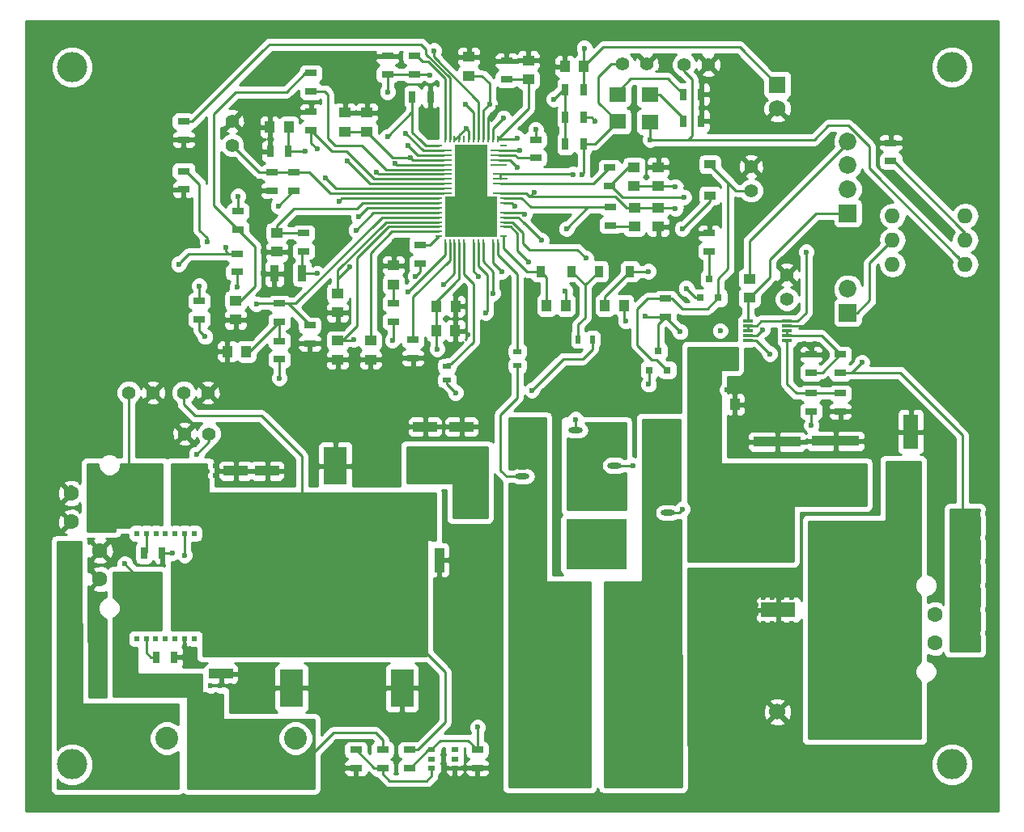
<source format=gtl>
G04 #@! TF.FileFunction,Copper,L1,Top,Signal*
%FSLAX46Y46*%
G04 Gerber Fmt 4.6, Leading zero omitted, Abs format (unit mm)*
G04 Created by KiCad (PCBNEW 4.0.5+dfsg1-4) date Wed Feb  8 16:57:29 2017*
%MOMM*%
%LPD*%
G01*
G04 APERTURE LIST*
%ADD10C,0.100000*%
%ADD11C,0.600000*%
%ADD12R,1.850000X1.850000*%
%ADD13C,1.850000*%
%ADD14C,3.175000*%
%ADD15C,2.387600*%
%ADD16C,1.700000*%
%ADD17R,1.700000X1.700000*%
%ADD18R,1.250000X1.000000*%
%ADD19R,1.000000X1.250000*%
%ADD20R,0.910000X1.220000*%
%ADD21R,0.800000X0.550000*%
%ADD22O,1.473200X0.609600*%
%ADD23R,0.800100X0.800100*%
%ADD24R,1.300000X0.700000*%
%ADD25R,0.700000X1.300000*%
%ADD26R,0.600000X0.600000*%
%ADD27R,0.575000X1.500000*%
%ADD28R,2.250000X0.500000*%
%ADD29R,2.500000X0.575000*%
%ADD30R,0.700000X0.250000*%
%ADD31R,1.800000X0.250000*%
%ADD32R,0.250000X0.700000*%
%ADD33R,1.500000X0.250000*%
%ADD34R,3.500000X5.400000*%
%ADD35R,5.500000X4.350000*%
%ADD36R,1.016000X0.343000*%
%ADD37C,1.400000*%
%ADD38R,6.350000X5.283200*%
%ADD39R,5.334000X5.588000*%
%ADD40R,1.800860X1.597660*%
%ADD41R,0.500000X0.900000*%
%ADD42R,0.900000X0.500000*%
%ADD43R,2.400300X4.000500*%
%ADD44R,1.000000X2.500000*%
%ADD45R,2.500000X1.000000*%
%ADD46R,5.000000X1.000000*%
%ADD47R,1.600200X3.599180*%
%ADD48R,3.599180X1.600200*%
%ADD49R,1.220000X0.910000*%
%ADD50R,1.750000X1.750000*%
%ADD51C,1.750000*%
%ADD52R,1.000000X3.200000*%
%ADD53R,1.700000X0.900000*%
%ADD54R,0.900000X1.700000*%
%ADD55C,1.600000*%
%ADD56O,1.600000X1.600000*%
%ADD57C,0.250000*%
%ADD58C,0.254000*%
G04 APERTURE END LIST*
D10*
D11*
X168997000Y-82209000D03*
X173061000Y-77637000D03*
X171029000Y-75859000D03*
X131151000Y-85003000D03*
X131659000Y-85765000D03*
X150201000Y-100497000D03*
X153757000Y-95417000D03*
X147407000Y-95163000D03*
X97531000Y-108026000D03*
X97831000Y-73726000D03*
X98631000Y-98251000D03*
X117581000Y-67801000D03*
X125381000Y-82776000D03*
X152981000Y-75801000D03*
X146981000Y-83001000D03*
X143106000Y-89901000D03*
X124231000Y-85226000D03*
X97906000Y-85226000D03*
X104381000Y-68626000D03*
X102681000Y-78576000D03*
X103581000Y-93326000D03*
D12*
X178562000Y-82042000D03*
D13*
X178562000Y-79542000D03*
X178562000Y-77042000D03*
X178562000Y-74542000D03*
D11*
X164656000Y-72826000D03*
X164656000Y-71751000D03*
X164681000Y-70151000D03*
X164681000Y-69076000D03*
X186931000Y-103426000D03*
X183331000Y-103426000D03*
X186931000Y-104901000D03*
X185156000Y-101976000D03*
X183331000Y-104901000D03*
X164556000Y-82376000D03*
X147556000Y-67676000D03*
X127956000Y-70176000D03*
X126056000Y-69676000D03*
X123556000Y-91976000D03*
X117456000Y-88376000D03*
X117456000Y-86076000D03*
X114581000Y-94651000D03*
X112806000Y-94826000D03*
X122756000Y-96876000D03*
X125281000Y-98801000D03*
X127856000Y-98876000D03*
X131456000Y-97176000D03*
X138256000Y-102976000D03*
X140256000Y-103376000D03*
X140256000Y-104476000D03*
X133356000Y-102701000D03*
X135381000Y-102701000D03*
X134381000Y-102701000D03*
X97356000Y-110776000D03*
X95456000Y-109026000D03*
X95356000Y-112801000D03*
X100056000Y-123576000D03*
X100056000Y-130976000D03*
X100056000Y-128676000D03*
X100056000Y-126276000D03*
X116856000Y-82976000D03*
X117156000Y-84276000D03*
X122706000Y-107276000D03*
X115206000Y-131526000D03*
X111956000Y-131526000D03*
X115206000Y-129526000D03*
X112956000Y-131526000D03*
X114006000Y-131526000D03*
X115206000Y-130526000D03*
X159256000Y-75776000D03*
X158181000Y-75776000D03*
X160356000Y-82876000D03*
X159856000Y-84876000D03*
X158756000Y-84876000D03*
X157756000Y-84876000D03*
X176556000Y-89976000D03*
X178956000Y-87976000D03*
X177106000Y-88376000D03*
X169756000Y-72376000D03*
X172606000Y-72476000D03*
X171206000Y-72976000D03*
X169256000Y-71026000D03*
X173206000Y-71026000D03*
X168956000Y-101526000D03*
X167956000Y-100526000D03*
X168206000Y-102926000D03*
X165956000Y-100526000D03*
X167781000Y-106026000D03*
X180706000Y-105776000D03*
X179456000Y-104676000D03*
X178481000Y-104651000D03*
X177456000Y-104676000D03*
X173456000Y-104776000D03*
X172456000Y-104776000D03*
X171456000Y-104776000D03*
X170456000Y-104776000D03*
X169456000Y-104776000D03*
X168456000Y-104776000D03*
X168456000Y-107276000D03*
X169456000Y-107276000D03*
X170456000Y-107276000D03*
X171456000Y-107276000D03*
X172456000Y-107276000D03*
X173456000Y-107276000D03*
X175206000Y-107276000D03*
X177456000Y-107276000D03*
X178456000Y-107276000D03*
X179456000Y-107276000D03*
X169856000Y-132976000D03*
X172656000Y-132876000D03*
X172556000Y-135676000D03*
X169856000Y-135676000D03*
X171256000Y-136226000D03*
X171206000Y-132326000D03*
X169256000Y-134276000D03*
X173156000Y-134226000D03*
X172706000Y-125026000D03*
X171706000Y-125026000D03*
X170706000Y-125026000D03*
X169706000Y-125026000D03*
X168956000Y-124026000D03*
X168956000Y-123026000D03*
X169706000Y-122276000D03*
X170706000Y-122276000D03*
X171706000Y-122276000D03*
X172706000Y-122276000D03*
X135456000Y-120526000D03*
X136456000Y-120526000D03*
X137206000Y-116776000D03*
X137206000Y-119776000D03*
X137206000Y-118776000D03*
X137206000Y-117776000D03*
X112456000Y-109526000D03*
X112456000Y-108526000D03*
X113231000Y-107576000D03*
X114231000Y-107576000D03*
X115231000Y-107576000D03*
X116231000Y-107576000D03*
X117231000Y-107576000D03*
X118231000Y-107576000D03*
X119231000Y-107576000D03*
X119956000Y-108526000D03*
X119956000Y-109526000D03*
X134206000Y-130276000D03*
X134206000Y-131526000D03*
X134206000Y-132776000D03*
X134206000Y-134026000D03*
X133206000Y-134776000D03*
X131956000Y-134776000D03*
X130706000Y-134776000D03*
X129706000Y-134026000D03*
X129706000Y-132776000D03*
X129706000Y-131526000D03*
X129706000Y-130276000D03*
X122706000Y-130026000D03*
X122706000Y-131276000D03*
X122706000Y-132526000D03*
X122706000Y-133776000D03*
X118206000Y-133776000D03*
X118206000Y-132526000D03*
X118206000Y-131276000D03*
X118206000Y-130026000D03*
X122706000Y-109776000D03*
X122706000Y-108526000D03*
X122706000Y-106026000D03*
X123706000Y-105276000D03*
X124956000Y-105276000D03*
X126206000Y-105276000D03*
X127206000Y-106026000D03*
X127206000Y-107276000D03*
X127206000Y-108526000D03*
X127206000Y-109776000D03*
X119456000Y-90276000D03*
X117706000Y-90276000D03*
X116506000Y-80651000D03*
X116506000Y-78401000D03*
X116506000Y-79526000D03*
X116456000Y-74776000D03*
X116206000Y-73276000D03*
X116206000Y-71776000D03*
X117456000Y-71026000D03*
X118956000Y-71026000D03*
X120456000Y-70776000D03*
X94456000Y-143526000D03*
X96206000Y-143526000D03*
X98706000Y-143526000D03*
X101206000Y-143526000D03*
X103706000Y-143526000D03*
X106206000Y-143526000D03*
X108706000Y-143526000D03*
X111206000Y-143526000D03*
X113706000Y-143526000D03*
X116206000Y-143526000D03*
X118706000Y-143526000D03*
X121206000Y-143526000D03*
X123706000Y-143526000D03*
X126206000Y-143526000D03*
X128706000Y-143526000D03*
X131206000Y-143526000D03*
X133706000Y-143526000D03*
X136206000Y-143526000D03*
X138706000Y-143526000D03*
X141206000Y-143526000D03*
X143706000Y-143526000D03*
X146206000Y-143526000D03*
X93456000Y-142776000D03*
X93456000Y-140276000D03*
X93456000Y-137776000D03*
X93456000Y-135276000D03*
X93456000Y-132776000D03*
X93456000Y-130276000D03*
X93456000Y-127776000D03*
X93456000Y-125276000D03*
X93456000Y-122776000D03*
X93456000Y-120276000D03*
X93456000Y-117776000D03*
X93456000Y-115276000D03*
X93456000Y-112776000D03*
X93456000Y-110276000D03*
X93456000Y-107776000D03*
X93456000Y-105276000D03*
X93456000Y-102776000D03*
X93456000Y-100276000D03*
X93456000Y-97776000D03*
X93456000Y-95276000D03*
X93456000Y-92776000D03*
X93456000Y-90276000D03*
X93456000Y-87776000D03*
X93456000Y-85276000D03*
X93456000Y-82776000D03*
X93456000Y-80276000D03*
X93456000Y-77776000D03*
X93456000Y-75276000D03*
X93456000Y-72776000D03*
X93456000Y-70276000D03*
X93456000Y-67776000D03*
X93456000Y-65276000D03*
X93456000Y-62776000D03*
X95706000Y-62776000D03*
X98206000Y-62776000D03*
X100706000Y-62776000D03*
X103206000Y-62776000D03*
X105706000Y-62776000D03*
X108206000Y-62776000D03*
X110706000Y-62776000D03*
X113206000Y-62776000D03*
X115706000Y-62776000D03*
X118206000Y-62776000D03*
X120706000Y-62776000D03*
X123206000Y-62776000D03*
X125706000Y-62776000D03*
X128206000Y-62776000D03*
X130706000Y-62776000D03*
X133206000Y-62776000D03*
X135706000Y-62776000D03*
X138206000Y-62776000D03*
X140706000Y-62776000D03*
X143206000Y-62776000D03*
X145706000Y-62776000D03*
X148206000Y-62776000D03*
X150706000Y-62776000D03*
X153206000Y-62776000D03*
X155706000Y-62776000D03*
X158206000Y-62776000D03*
X160706000Y-62776000D03*
X163206000Y-62776000D03*
X165706000Y-62776000D03*
X168206000Y-62776000D03*
X170706000Y-62776000D03*
X173206000Y-62776000D03*
X175706000Y-62776000D03*
X178206000Y-62776000D03*
X180706000Y-62776000D03*
X183206000Y-62776000D03*
X185706000Y-62776000D03*
X188206000Y-62776000D03*
X190706000Y-62776000D03*
X193206000Y-63526000D03*
X193206000Y-66026000D03*
X193206000Y-68526000D03*
X193206000Y-71026000D03*
X193206000Y-73526000D03*
X193206000Y-76026000D03*
X193206000Y-78526000D03*
X193206000Y-81026000D03*
X193206000Y-83526000D03*
X193206000Y-86026000D03*
X193206000Y-88526000D03*
X193206000Y-91026000D03*
X193206000Y-93526000D03*
X193206000Y-96026000D03*
X193206000Y-98526000D03*
X193206000Y-101026000D03*
X193206000Y-103526000D03*
X193206000Y-106026000D03*
X193206000Y-108526000D03*
X193206000Y-111026000D03*
X193206000Y-113526000D03*
X193206000Y-116026000D03*
X193206000Y-118526000D03*
X193206000Y-121026000D03*
X193206000Y-123526000D03*
X193206000Y-126026000D03*
X193206000Y-128526000D03*
X193206000Y-131026000D03*
X193206000Y-133526000D03*
X193206000Y-136026000D03*
X193206000Y-138526000D03*
X193206000Y-141026000D03*
X193206000Y-143526000D03*
X191206000Y-143526000D03*
X188706000Y-143526000D03*
X186206000Y-143526000D03*
X183706000Y-143526000D03*
X181206000Y-143526000D03*
X178706000Y-143526000D03*
X176206000Y-143526000D03*
X173706000Y-143526000D03*
X171206000Y-143526000D03*
X168706000Y-143526000D03*
X166206000Y-143526000D03*
X163706000Y-143526000D03*
X158706000Y-143526000D03*
X161206000Y-143526000D03*
X156206000Y-143526000D03*
X153706000Y-143526000D03*
X151206000Y-143526000D03*
D14*
X189456000Y-139776000D03*
D15*
X107352000Y-140427000D03*
X120814000Y-140427000D03*
X120814000Y-137023400D03*
X107352000Y-137023400D03*
D16*
X171206000Y-134276000D03*
D17*
X176206000Y-134276000D03*
D18*
X114554000Y-91202000D03*
X114554000Y-93202000D03*
X128651000Y-95393000D03*
X128651000Y-97393000D03*
D19*
X135550400Y-91795600D03*
X137550400Y-91795600D03*
X135525000Y-94361000D03*
X137525000Y-94361000D03*
D18*
X145161000Y-68056000D03*
X145161000Y-66056000D03*
X125222000Y-90440000D03*
X125222000Y-92440000D03*
D19*
X149082000Y-91694000D03*
X147082000Y-91694000D03*
X155178000Y-91694000D03*
X153178000Y-91694000D03*
D18*
X131064000Y-89519000D03*
X131064000Y-87519000D03*
X125222000Y-95393000D03*
X125222000Y-97393000D03*
X156210000Y-77232000D03*
X156210000Y-79232000D03*
X138938000Y-67675000D03*
X138938000Y-65675000D03*
X118872000Y-84090000D03*
X118872000Y-86090000D03*
D19*
X120126000Y-73025000D03*
X118126000Y-73025000D03*
D18*
X128270000Y-73517000D03*
X128270000Y-71517000D03*
X125984000Y-73517000D03*
X125984000Y-71517000D03*
D19*
X150987000Y-66675000D03*
X148987000Y-66675000D03*
X115681000Y-96520000D03*
X113681000Y-96520000D03*
X164756000Y-102076000D03*
X166756000Y-102076000D03*
D18*
X158756000Y-81476000D03*
X158756000Y-83476000D03*
X156256000Y-83476000D03*
X156256000Y-81476000D03*
X168275000Y-90916000D03*
X168275000Y-88916000D03*
D20*
X146447000Y-88138000D03*
X149717000Y-88138000D03*
X155813000Y-88138000D03*
X152543000Y-88138000D03*
D21*
X137470000Y-140142000D03*
X137470000Y-139192000D03*
X137470000Y-138242000D03*
X135070000Y-140142000D03*
X135070000Y-138242000D03*
X135070000Y-139192000D03*
D22*
X144526000Y-113411000D03*
X144526000Y-112141000D03*
X144526000Y-110871000D03*
X144526000Y-109601000D03*
X138938000Y-109601000D03*
X138938000Y-110871000D03*
X138938000Y-112141000D03*
X138938000Y-113411000D03*
X150114000Y-108585000D03*
X150114000Y-107315000D03*
X150114000Y-106045000D03*
X150114000Y-104775000D03*
X144526000Y-104775000D03*
X144526000Y-106045000D03*
X144526000Y-107315000D03*
X144526000Y-108585000D03*
X159766000Y-109601000D03*
X159766000Y-110871000D03*
X159766000Y-112141000D03*
X159766000Y-113411000D03*
X165354000Y-113411000D03*
X165354000Y-112141000D03*
X165354000Y-110871000D03*
X165354000Y-109601000D03*
X154178000Y-104648000D03*
X154178000Y-105918000D03*
X154178000Y-107188000D03*
X154178000Y-108458000D03*
X159766000Y-108458000D03*
X159766000Y-107188000D03*
X159766000Y-105918000D03*
X159766000Y-104648000D03*
D23*
X163134000Y-90916760D03*
X165034000Y-90916760D03*
X164084000Y-88917780D03*
D24*
X120650000Y-79690000D03*
X120650000Y-77790000D03*
X118364000Y-77790000D03*
X118364000Y-79690000D03*
X129920000Y-138242000D03*
X129920000Y-140142000D03*
X127126000Y-138242000D03*
X127126000Y-140142000D03*
X114681000Y-86299000D03*
X114681000Y-88199000D03*
D25*
X133035000Y-69850000D03*
X134935000Y-69850000D03*
D24*
X132714000Y-138242000D03*
X132714000Y-140142000D03*
X139826000Y-138242000D03*
X139826000Y-140142000D03*
X114808000Y-81854000D03*
X114808000Y-83754000D03*
X122428000Y-67376000D03*
X122428000Y-69276000D03*
X133096000Y-97216000D03*
X133096000Y-95316000D03*
X142875000Y-68006000D03*
X142875000Y-66106000D03*
X145923000Y-76261000D03*
X145923000Y-74361000D03*
X133223000Y-65598000D03*
X133223000Y-67498000D03*
X130429000Y-67498000D03*
X130429000Y-65598000D03*
X131064000Y-93406000D03*
X131064000Y-91506000D03*
X153670000Y-77282000D03*
X153670000Y-79182000D03*
X133858000Y-85410000D03*
X133858000Y-87310000D03*
D25*
X163256000Y-72390000D03*
X161356000Y-72390000D03*
X163256000Y-69596000D03*
X161356000Y-69596000D03*
X149037000Y-72009000D03*
X150937000Y-72009000D03*
X149037000Y-74803000D03*
X150937000Y-74803000D03*
D24*
X121666000Y-84140000D03*
X121666000Y-86040000D03*
D25*
X120076000Y-75565000D03*
X118176000Y-75565000D03*
D24*
X122428000Y-73340000D03*
X122428000Y-71440000D03*
D25*
X149037000Y-69088000D03*
X150937000Y-69088000D03*
D24*
X119126000Y-95443000D03*
X119126000Y-97343000D03*
X119126000Y-91506000D03*
X119126000Y-93406000D03*
X110744000Y-93152000D03*
X110744000Y-91252000D03*
X122301000Y-93792000D03*
X122301000Y-95692000D03*
X153756000Y-81426000D03*
X153756000Y-83326000D03*
X159512000Y-92898000D03*
X159512000Y-90998000D03*
X164084000Y-86040000D03*
X164084000Y-84140000D03*
D26*
X110854000Y-114420000D03*
X110204000Y-115570000D03*
X109204000Y-115570000D03*
X108204000Y-115570000D03*
X107204000Y-115570000D03*
X106204000Y-115570000D03*
X105204000Y-115570000D03*
X104204000Y-115570000D03*
X103554000Y-114420000D03*
D27*
X103416000Y-112920000D03*
X103416000Y-110920000D03*
X110992000Y-112945000D03*
X110992000Y-110920000D03*
D28*
X109079000Y-112920000D03*
X105329000Y-112920000D03*
D29*
X109204000Y-109132000D03*
X105204000Y-109132000D03*
D26*
X110838000Y-125444000D03*
X110188000Y-126594000D03*
X109188000Y-126594000D03*
X108188000Y-126594000D03*
X107188000Y-126594000D03*
X106188000Y-126594000D03*
X105188000Y-126594000D03*
X104188000Y-126594000D03*
X103538000Y-125444000D03*
D27*
X103400000Y-123944000D03*
X103400000Y-121944000D03*
X110976000Y-123969000D03*
X110976000Y-121944000D03*
D28*
X109063000Y-123944000D03*
X105313000Y-123944000D03*
D29*
X109188000Y-120156000D03*
X105188000Y-120156000D03*
D30*
X135792000Y-74973000D03*
D31*
X136342000Y-75473000D03*
X136342000Y-75973000D03*
X136342000Y-76473000D03*
X136342000Y-76973000D03*
X136342000Y-77473000D03*
X136342000Y-77973000D03*
X136342000Y-78473000D03*
X136342000Y-78973000D03*
X136342000Y-79473000D03*
X136342000Y-79973000D03*
D30*
X135792000Y-80473000D03*
X135792000Y-80973000D03*
X135792000Y-81473000D03*
X135792000Y-81973000D03*
X135792000Y-82473000D03*
X135792000Y-82973000D03*
X135792000Y-83473000D03*
X135792000Y-83973000D03*
X135792000Y-84473000D03*
D32*
X136442000Y-85123000D03*
X136942000Y-85123000D03*
X137442000Y-85123000D03*
X137942000Y-85123000D03*
X138442000Y-85123000D03*
X139442000Y-85123000D03*
X139942000Y-85123000D03*
X140442000Y-85123000D03*
X141442000Y-85123000D03*
X141942000Y-85123000D03*
D30*
X142592000Y-84473000D03*
X142592000Y-83473000D03*
X142592000Y-82973000D03*
X142592000Y-82473000D03*
X142592000Y-81973000D03*
X142592000Y-80973000D03*
X142592000Y-80473000D03*
D33*
X142192000Y-79973000D03*
X142192000Y-78973000D03*
X142192000Y-78473000D03*
X142192000Y-77973000D03*
D31*
X142042000Y-76973000D03*
X142042000Y-76473000D03*
X142042000Y-75973000D03*
X142042000Y-75473000D03*
D30*
X142592000Y-74973000D03*
D32*
X141942000Y-74323000D03*
X141442000Y-74323000D03*
X140942000Y-74323000D03*
X140442000Y-74323000D03*
X139942000Y-74323000D03*
X139442000Y-74323000D03*
X138942000Y-74323000D03*
X138442000Y-74323000D03*
X137942000Y-74323000D03*
X137442000Y-74323000D03*
X136942000Y-74323000D03*
X136442000Y-74323000D03*
D34*
X139192000Y-77573000D03*
D35*
X139192000Y-82423000D03*
D36*
X172223500Y-95363500D03*
X172223500Y-94863500D03*
X172223500Y-94363500D03*
X172223500Y-93863500D03*
X172223500Y-93363500D03*
X168131500Y-95363500D03*
X168131500Y-94863500D03*
X168131500Y-94363500D03*
X168131500Y-93863500D03*
X168131500Y-93363500D03*
D37*
X109220000Y-105156000D03*
X111760000Y-105156000D03*
X114173000Y-74930000D03*
X114173000Y-72390000D03*
X103378000Y-100838000D03*
X105918000Y-100838000D03*
X109093000Y-100838000D03*
X111633000Y-100838000D03*
X161442400Y-66497200D03*
X163982400Y-66497200D03*
X154990800Y-66446400D03*
X157530800Y-66446400D03*
X168456000Y-79676000D03*
X168456000Y-77136000D03*
X172212000Y-91059000D03*
X172212000Y-88519000D03*
D38*
X152273000Y-116738400D03*
D39*
X147193000Y-138811000D03*
X157353000Y-138811000D03*
D40*
X157886400Y-72489060D03*
X157886400Y-69649340D03*
X154482800Y-72438260D03*
X154482800Y-69598540D03*
D41*
X150380000Y-95250000D03*
X151880000Y-95250000D03*
D42*
X144018000Y-98032000D03*
X144018000Y-96532000D03*
X136652000Y-99556000D03*
X136652000Y-98056000D03*
D18*
X158750000Y-79232000D03*
X158750000Y-77232000D03*
D24*
X174752000Y-102804000D03*
X174752000Y-100904000D03*
X177800000Y-100904000D03*
X177800000Y-102804000D03*
X177800000Y-98740000D03*
X177800000Y-96840000D03*
X174752000Y-98740000D03*
X174752000Y-96840000D03*
D43*
X131956000Y-123776000D03*
X131956000Y-131777000D03*
X124968000Y-116522500D03*
X124968000Y-108521500D03*
X120396000Y-123776000D03*
X120396000Y-131777000D03*
D44*
X132866000Y-118364000D03*
X135866000Y-118364000D03*
D45*
X113030000Y-127278000D03*
X113030000Y-130278000D03*
X114554000Y-112014000D03*
X114554000Y-109014000D03*
X117856000Y-112014000D03*
X117856000Y-109014000D03*
X138176000Y-107418000D03*
X138176000Y-104418000D03*
X134366000Y-107418000D03*
X134366000Y-104418000D03*
D46*
X177292000Y-111512000D03*
X177292000Y-105912000D03*
X171196000Y-111576000D03*
X171196000Y-105976000D03*
D47*
X185166000Y-110446820D03*
X185166000Y-104945180D03*
D48*
X176806820Y-123576000D03*
X171305180Y-123576000D03*
D49*
X164156000Y-80211000D03*
X164156000Y-76941000D03*
D50*
X171196000Y-68580000D03*
D51*
X171196000Y-71080000D03*
D12*
X178562000Y-92456000D03*
D13*
X178562000Y-89956000D03*
D23*
X157806000Y-98476760D03*
X159706000Y-98476760D03*
X158756000Y-96477780D03*
D52*
X190556000Y-115976000D03*
X184356000Y-115976000D03*
D14*
X97456000Y-139776000D03*
X97456000Y-66776000D03*
X189456000Y-66776000D03*
D25*
X104968000Y-117602000D03*
X106868000Y-117602000D03*
X106238000Y-128524000D03*
X108138000Y-128524000D03*
D53*
X134256000Y-109326000D03*
X134256000Y-112226000D03*
D54*
X118606000Y-88376000D03*
X121506000Y-88376000D03*
X175006000Y-116076000D03*
X172106000Y-116076000D03*
D11*
X148706000Y-143526000D03*
D55*
X97356000Y-120376000D03*
X97356000Y-117376000D03*
X97356000Y-114376000D03*
X97356000Y-111376000D03*
X100356000Y-120376000D03*
X100356000Y-117376000D03*
X100356000Y-114376000D03*
X100356000Y-111376000D03*
D24*
X183081000Y-76601000D03*
X183081000Y-74701000D03*
X109106000Y-77651000D03*
X109106000Y-79551000D03*
X109106000Y-72451000D03*
X109106000Y-74351000D03*
D56*
X190856000Y-87406000D03*
X190856000Y-84866000D03*
X190856000Y-82326000D03*
X183236000Y-82326000D03*
X183236000Y-84866000D03*
X183236000Y-87406000D03*
D55*
X190731000Y-124051000D03*
X190731000Y-127051000D03*
X187731000Y-124051000D03*
X187731000Y-127051000D03*
D11*
X175181000Y-95751000D03*
X174081000Y-95726000D03*
X109220000Y-128524000D03*
X107950000Y-117602000D03*
X109220000Y-117856000D03*
X141986000Y-70993000D03*
X137160000Y-96012000D03*
X138811000Y-94742000D03*
X138303000Y-90170000D03*
X126238000Y-76581000D03*
X138684000Y-73152000D03*
X113504487Y-85641332D03*
X160556000Y-79276000D03*
X133756000Y-127376000D03*
X108585000Y-87376000D03*
X149809200Y-77978000D03*
X118999000Y-81280000D03*
X145542000Y-100584000D03*
X129286000Y-77724000D03*
X135636000Y-96266000D03*
X144018000Y-74168000D03*
X123952000Y-78359000D03*
X134874000Y-67564000D03*
X145923000Y-73279000D03*
X126492000Y-87630000D03*
X130429000Y-69342000D03*
X146558000Y-105410000D03*
X148971000Y-90170000D03*
X142367000Y-88138000D03*
X157861000Y-104521000D03*
X141478000Y-90424000D03*
X155321000Y-93345000D03*
X157734000Y-88138000D03*
X139954000Y-88646000D03*
X126873000Y-95250000D03*
X130937000Y-95377000D03*
X136756000Y-109376000D03*
X161456000Y-80376000D03*
X141097000Y-70612000D03*
X133350000Y-88646000D03*
X121793000Y-75565000D03*
X125349000Y-80772000D03*
X132588000Y-74930000D03*
X151003000Y-64770000D03*
X145756000Y-79876000D03*
X164056000Y-97276000D03*
X160556000Y-81576000D03*
X143764000Y-81280000D03*
X165227000Y-94361000D03*
X149156000Y-83676000D03*
X174756000Y-104276000D03*
X176856000Y-116276000D03*
X157886400Y-74371200D03*
X152146000Y-72390000D03*
X144272000Y-75438000D03*
X150756000Y-77976000D03*
X132334000Y-73660000D03*
X102956000Y-118776000D03*
X110456000Y-107276000D03*
X142556000Y-72076000D03*
X139856000Y-135876000D03*
X123056000Y-88376009D03*
X150056000Y-110076000D03*
X150114000Y-103632000D03*
X136271000Y-89535000D03*
X140716000Y-92456000D03*
X161290000Y-113030000D03*
X156083000Y-108458000D03*
X137541000Y-100838000D03*
X157756000Y-99976000D03*
X111356000Y-94976000D03*
X123063000Y-75311000D03*
X161671000Y-89916000D03*
X144018000Y-77216000D03*
X127127000Y-83820000D03*
X130429000Y-74041000D03*
X114808000Y-80264000D03*
X114681000Y-89789000D03*
X119126000Y-99314000D03*
X131191000Y-76835000D03*
X135255000Y-65024000D03*
X116713000Y-91567000D03*
X110744000Y-89662000D03*
X145186400Y-87122000D03*
X151180800Y-86766400D03*
X146507200Y-84886800D03*
X144780000Y-82169000D03*
X161256000Y-83676000D03*
X161056000Y-94476000D03*
X180056000Y-97676000D03*
X157353000Y-92837000D03*
X169672000Y-94234000D03*
X170434000Y-96774000D03*
X127381000Y-82423000D03*
X147828000Y-70104000D03*
X138557000Y-70612000D03*
X132842000Y-76200000D03*
X174244000Y-86106000D03*
X111556000Y-85051000D03*
X132581000Y-90301000D03*
D57*
X122428000Y-67376000D02*
X121854000Y-67376000D01*
X121854000Y-67376000D02*
X119888000Y-69342000D01*
X119888000Y-69342000D02*
X114554000Y-69342000D01*
X114554000Y-69342000D02*
X112268000Y-71628000D01*
X112268000Y-71628000D02*
X112268000Y-81214000D01*
X112268000Y-81214000D02*
X114808000Y-83754000D01*
X114554000Y-91202000D02*
X115046000Y-91202000D01*
X115046000Y-91202000D02*
X116586000Y-89662000D01*
X116586000Y-89662000D02*
X116586000Y-85532000D01*
X116586000Y-85532000D02*
X114808000Y-83754000D01*
X174752000Y-96840000D02*
X174752000Y-96180000D01*
X174752000Y-96180000D02*
X175181000Y-95751000D01*
X174752000Y-96840000D02*
X174752000Y-96397000D01*
X174752000Y-96397000D02*
X174081000Y-95726000D01*
X172223500Y-93863500D02*
X174693500Y-93863500D01*
X174693500Y-93863500D02*
X175356000Y-93201000D01*
X107938000Y-128524000D02*
X109220000Y-128524000D01*
X109188000Y-128492000D02*
X109220000Y-128524000D01*
X109188000Y-128492000D02*
X109188000Y-126594000D01*
X106668000Y-117602000D02*
X107950000Y-117602000D01*
X109204000Y-115570000D02*
X109204000Y-117840000D01*
X109204000Y-117840000D02*
X109220000Y-117856000D01*
X105918000Y-100838000D02*
X105918000Y-100330000D01*
X118126000Y-73025000D02*
X118126000Y-71231000D01*
X118126000Y-71231000D02*
X118491000Y-70866000D01*
X140942000Y-74323000D02*
X140942000Y-72037000D01*
X140942000Y-72037000D02*
X141986000Y-70993000D01*
X137525000Y-94361000D02*
X137525000Y-95647000D01*
X137525000Y-95647000D02*
X137160000Y-96012000D01*
X137525000Y-94361000D02*
X138430000Y-94361000D01*
X138430000Y-94361000D02*
X138811000Y-94742000D01*
X137550400Y-91795600D02*
X137550400Y-90922600D01*
X137550400Y-90922600D02*
X138303000Y-90170000D01*
X136342000Y-78973000D02*
X128630000Y-78973000D01*
X128630000Y-78973000D02*
X126238000Y-76581000D01*
X137513000Y-74323000D02*
X138684000Y-73152000D01*
X137442000Y-74323000D02*
X137513000Y-74323000D01*
X137513000Y-74323000D02*
X138684000Y-73152000D01*
X137942000Y-74323000D02*
X137942000Y-73894000D01*
X138942000Y-73410000D02*
X138684000Y-73152000D01*
X138942000Y-73410000D02*
X138942000Y-74323000D01*
X137942000Y-73894000D02*
X138684000Y-73152000D01*
X163306800Y-69357200D02*
X163306800Y-69596000D01*
X114681000Y-86299000D02*
X109662000Y-86299000D01*
X114681000Y-86299000D02*
X113781000Y-86299000D01*
X109662000Y-86299000D02*
X108884999Y-87076001D01*
X108884999Y-87076001D02*
X108585000Y-87376000D01*
X113781000Y-86299000D02*
X113504487Y-86022487D01*
X113504487Y-86022487D02*
X113504487Y-85641332D01*
X160512000Y-79232000D02*
X158750000Y-79232000D01*
X160556000Y-79276000D02*
X160512000Y-79232000D01*
X158750000Y-79232000D02*
X156210000Y-79232000D01*
X142192000Y-78473000D02*
X142192000Y-77973000D01*
X109093000Y-100838000D02*
X109093000Y-102039000D01*
X121456000Y-107476000D02*
X121456000Y-111976000D01*
X117256000Y-103276000D02*
X121456000Y-107476000D01*
X110330000Y-103276000D02*
X117256000Y-103276000D01*
X109093000Y-102039000D02*
X110330000Y-103276000D01*
X132714000Y-138242000D02*
X133590000Y-138242000D01*
X136456000Y-130076000D02*
X133756000Y-127376000D01*
X136456000Y-135376000D02*
X136456000Y-130076000D01*
X133590000Y-138242000D02*
X136456000Y-135376000D01*
X144277000Y-77973000D02*
X149804200Y-77973000D01*
X149804200Y-77973000D02*
X149809200Y-77978000D01*
X142192000Y-77973000D02*
X144277000Y-77973000D01*
X118999000Y-81280000D02*
X120589000Y-79690000D01*
X120589000Y-79690000D02*
X120650000Y-79690000D01*
X114681000Y-86299000D02*
X114488000Y-86299000D01*
X128651000Y-95393000D02*
X128651000Y-86233000D01*
X130911000Y-83973000D02*
X135792000Y-83973000D01*
X128651000Y-86233000D02*
X130911000Y-83973000D01*
X151880000Y-95250000D02*
X151880000Y-96278000D01*
X148844000Y-97282000D02*
X145542000Y-100584000D01*
X150876000Y-97282000D02*
X148844000Y-97282000D01*
X151880000Y-96278000D02*
X150876000Y-97282000D01*
X136342000Y-77973000D02*
X129535000Y-77973000D01*
X129535000Y-77973000D02*
X129286000Y-77724000D01*
X135525000Y-96155000D02*
X135525000Y-94361000D01*
X135636000Y-96266000D02*
X135525000Y-96155000D01*
X135550400Y-91795600D02*
X135550400Y-91271600D01*
X135550400Y-91271600D02*
X137414000Y-89408000D01*
X137414000Y-89408000D02*
X137942000Y-88880000D01*
X137942000Y-88880000D02*
X137942000Y-85123000D01*
X135550400Y-91795600D02*
X135550400Y-94335600D01*
X135550400Y-94335600D02*
X135525000Y-94361000D01*
X136342000Y-79473000D02*
X125066000Y-79473000D01*
X143863000Y-74323000D02*
X141942000Y-74323000D01*
X144018000Y-74168000D02*
X143863000Y-74323000D01*
X125066000Y-79473000D02*
X123952000Y-78359000D01*
X145161000Y-68056000D02*
X145161000Y-71104000D01*
X145161000Y-71104000D02*
X143565500Y-72699500D01*
X143565500Y-72699500D02*
X141942000Y-74323000D01*
X142875000Y-68006000D02*
X145111000Y-68006000D01*
X145111000Y-68006000D02*
X145161000Y-68056000D01*
X145923000Y-74361000D02*
X145923000Y-73279000D01*
X134808000Y-67498000D02*
X133223000Y-67498000D01*
X134874000Y-67564000D02*
X134808000Y-67498000D01*
X130429000Y-67498000D02*
X130429000Y-69342000D01*
X126492000Y-87630000D02*
X125222000Y-88900000D01*
X133223000Y-67498000D02*
X130429000Y-67498000D01*
X125222000Y-90440000D02*
X125222000Y-88900000D01*
X125222000Y-88900000D02*
X125222000Y-88011000D01*
X125222000Y-88011000D02*
X130260000Y-82973000D01*
X130260000Y-82973000D02*
X135792000Y-82973000D01*
X149082000Y-91694000D02*
X149082000Y-90281000D01*
X149082000Y-90281000D02*
X148971000Y-90170000D01*
X141442000Y-87213000D02*
X141442000Y-85123000D01*
X142367000Y-88138000D02*
X141442000Y-87213000D01*
X144272000Y-104394000D02*
X144526000Y-104648000D01*
X142592000Y-84473000D02*
X142592000Y-85696000D01*
X145034000Y-88138000D02*
X146447000Y-88138000D01*
X142592000Y-85696000D02*
X145034000Y-88138000D01*
X147082000Y-91694000D02*
X147082000Y-88773000D01*
X147082000Y-88773000D02*
X146447000Y-88138000D01*
X140442000Y-87102000D02*
X141478000Y-88138000D01*
X141478000Y-88138000D02*
X141478000Y-90424000D01*
X140442000Y-85123000D02*
X140442000Y-87102000D01*
X155178000Y-93202000D02*
X155178000Y-91694000D01*
X155321000Y-93345000D02*
X155178000Y-93202000D01*
X155178000Y-91694000D02*
X155178000Y-92218000D01*
X139442000Y-85123000D02*
X139442000Y-88134000D01*
X157734000Y-88138000D02*
X155813000Y-88138000D01*
X139442000Y-88134000D02*
X139954000Y-88646000D01*
X153178000Y-91694000D02*
X153178000Y-90773000D01*
X153178000Y-90773000D02*
X155813000Y-88138000D01*
X131064000Y-91506000D02*
X131064000Y-89519000D01*
X131064000Y-93406000D02*
X131064000Y-95250000D01*
X126730000Y-95393000D02*
X125222000Y-95393000D01*
X126873000Y-95250000D02*
X126730000Y-95393000D01*
X131064000Y-95250000D02*
X130937000Y-95377000D01*
X125222000Y-95393000D02*
X125714000Y-95393000D01*
X125714000Y-95393000D02*
X127254000Y-93853000D01*
X127254000Y-93853000D02*
X127254000Y-86741000D01*
X127254000Y-86741000D02*
X130522000Y-83473000D01*
X130522000Y-83473000D02*
X135792000Y-83473000D01*
X153670000Y-79182000D02*
X153862000Y-79182000D01*
X153862000Y-79182000D02*
X155056000Y-80376000D01*
X155056000Y-80376000D02*
X161456000Y-80376000D01*
X156210000Y-77232000D02*
X155620000Y-77232000D01*
X155620000Y-77232000D02*
X153670000Y-79182000D01*
X153367740Y-79121000D02*
X153543000Y-78945740D01*
X138938000Y-67675000D02*
X140319000Y-67675000D01*
X141097000Y-68453000D02*
X141097000Y-70612000D01*
X140319000Y-67675000D02*
X141097000Y-68453000D01*
X133858000Y-87310000D02*
X133858000Y-88138000D01*
X140462000Y-71374000D02*
X140442000Y-71374000D01*
X140442000Y-71354000D02*
X140462000Y-71374000D01*
X140442000Y-71267000D02*
X140442000Y-71354000D01*
X141097000Y-70612000D02*
X140442000Y-71267000D01*
X133858000Y-88138000D02*
X133350000Y-88646000D01*
X140442000Y-71374000D02*
X140442000Y-74323000D01*
X118872000Y-84090000D02*
X118872000Y-83312000D01*
X127815000Y-80973000D02*
X135792000Y-80973000D01*
X127254000Y-81534000D02*
X127815000Y-80973000D01*
X120650000Y-81534000D02*
X127254000Y-81534000D01*
X118872000Y-83312000D02*
X120650000Y-81534000D01*
X118872000Y-84090000D02*
X121616000Y-84090000D01*
X121616000Y-84090000D02*
X121666000Y-84140000D01*
X120076000Y-75565000D02*
X120076000Y-73075000D01*
X120076000Y-73075000D02*
X120126000Y-73025000D01*
X135792000Y-80473000D02*
X125648000Y-80473000D01*
X121793000Y-75565000D02*
X120076000Y-75565000D01*
X125648000Y-80473000D02*
X125349000Y-80772000D01*
X171196000Y-68580000D02*
X171160000Y-68580000D01*
X171160000Y-68580000D02*
X167256000Y-64676000D01*
X167256000Y-64676000D02*
X152986000Y-64676000D01*
X152986000Y-64676000D02*
X150987000Y-66675000D01*
X133631000Y-75973000D02*
X132588000Y-74930000D01*
X151003000Y-64770000D02*
X150987000Y-64786000D01*
X150987000Y-66675000D02*
X150987000Y-64786000D01*
X133631000Y-75973000D02*
X136342000Y-75973000D01*
X150937000Y-69088000D02*
X150937000Y-66725000D01*
X150937000Y-66725000D02*
X150987000Y-66675000D01*
X115681000Y-96520000D02*
X116012000Y-96520000D01*
X116012000Y-96520000D02*
X119126000Y-93406000D01*
X119126000Y-95443000D02*
X119126000Y-93406000D01*
X145456000Y-80176000D02*
X145456000Y-80276000D01*
X145756000Y-79876000D02*
X145456000Y-80176000D01*
X155456000Y-81476000D02*
X154256000Y-80276000D01*
X154256000Y-80276000D02*
X145456000Y-80276000D01*
X142956000Y-79976000D02*
X142956000Y-79973000D01*
X145456000Y-80276000D02*
X145256000Y-80276000D01*
X145256000Y-80276000D02*
X144956000Y-79976000D01*
X144956000Y-79976000D02*
X142956000Y-79976000D01*
X158756000Y-81476000D02*
X160456000Y-81476000D01*
X160456000Y-81476000D02*
X160556000Y-81576000D01*
X156256000Y-81476000D02*
X155456000Y-81476000D01*
X155456000Y-81476000D02*
X155381000Y-81476000D01*
X143192000Y-79973000D02*
X142956000Y-79973000D01*
X142956000Y-79973000D02*
X142192000Y-79973000D01*
X156256000Y-81476000D02*
X158756000Y-81476000D01*
X143457000Y-80973000D02*
X143764000Y-81280000D01*
X142592000Y-80973000D02*
X143457000Y-80973000D01*
X156256000Y-83476000D02*
X153906000Y-83476000D01*
X153906000Y-83476000D02*
X153756000Y-83326000D01*
X151406000Y-81426000D02*
X153756000Y-81426000D01*
X151406000Y-81426000D02*
X149156000Y-83676000D01*
X174752000Y-102804000D02*
X174752000Y-104272000D01*
X174752000Y-104272000D02*
X174756000Y-104276000D01*
X176656000Y-116076000D02*
X175006000Y-116076000D01*
X176856000Y-116276000D02*
X176656000Y-116076000D01*
X153756000Y-81426000D02*
X145406000Y-81426000D01*
X145406000Y-81426000D02*
X144453000Y-80473000D01*
X144453000Y-80473000D02*
X142592000Y-80473000D01*
X151130000Y-89551000D02*
X152543000Y-88138000D01*
X150380000Y-95250000D02*
X150380000Y-93714000D01*
X151130000Y-89551000D02*
X149717000Y-88138000D01*
X151130000Y-92964000D02*
X151130000Y-89551000D01*
X150380000Y-93714000D02*
X151130000Y-92964000D01*
X157886400Y-69649340D02*
X158929340Y-69649340D01*
X158929340Y-69649340D02*
X161356000Y-72076000D01*
X161356000Y-72076000D02*
X161356000Y-72390000D01*
X161356000Y-74371200D02*
X175060800Y-74371200D01*
X175060800Y-74371200D02*
X176556000Y-72876000D01*
X176556000Y-72876000D02*
X178633226Y-72876000D01*
X178633226Y-72876000D02*
X180831000Y-75073774D01*
X180831000Y-75073774D02*
X180831000Y-77381000D01*
X180831000Y-77381000D02*
X190856000Y-87406000D01*
X190056001Y-86606001D02*
X190856000Y-87406000D01*
X157886400Y-74371200D02*
X157886400Y-72489060D01*
X161442400Y-66497200D02*
X161442400Y-67157600D01*
X161442400Y-67157600D02*
X162306000Y-68021200D01*
X161848800Y-74371200D02*
X161356000Y-74371200D01*
X162306000Y-73914000D02*
X161848800Y-74371200D01*
X162306000Y-68021200D02*
X162306000Y-73914000D01*
X161356000Y-74371200D02*
X157886400Y-74371200D01*
X152146000Y-72390000D02*
X152146000Y-72186800D01*
X150937000Y-72009000D02*
X151765000Y-72009000D01*
X151765000Y-72009000D02*
X152146000Y-72390000D01*
X150937000Y-72009000D02*
X150937000Y-72402740D01*
X142042000Y-75473000D02*
X144237000Y-75473000D01*
X144237000Y-75473000D02*
X144272000Y-75438000D01*
X154482800Y-69598540D02*
X154482800Y-69349200D01*
X154482800Y-69349200D02*
X155856000Y-67976000D01*
X155856000Y-67976000D02*
X159736000Y-67976000D01*
X159736000Y-67976000D02*
X161356000Y-69596000D01*
X161356000Y-69596000D02*
X161356000Y-69408000D01*
X161406800Y-69596000D02*
X161406800Y-69545200D01*
X150937000Y-76339740D02*
X150937000Y-77795000D01*
X150937000Y-74803000D02*
X150937000Y-76339740D01*
X150937000Y-77795000D02*
X150756000Y-77976000D01*
X134147000Y-75473000D02*
X132334000Y-73660000D01*
X134147000Y-75473000D02*
X136342000Y-75473000D01*
X154990800Y-66446400D02*
X153822400Y-66446400D01*
X152501600Y-70457060D02*
X154482800Y-72438260D01*
X152501600Y-67767200D02*
X152501600Y-70457060D01*
X153822400Y-66446400D02*
X152501600Y-67767200D01*
X150937000Y-74803000D02*
X152118060Y-74803000D01*
X152118060Y-74803000D02*
X154482800Y-72438260D01*
X164156000Y-76941000D02*
X164156000Y-76976000D01*
X164156000Y-76976000D02*
X166856000Y-79676000D01*
X166856000Y-79676000D02*
X168456000Y-79676000D01*
X165034000Y-90916760D02*
X165034000Y-88898000D01*
X166056000Y-78841000D02*
X164156000Y-76941000D01*
X166056000Y-87876000D02*
X166056000Y-78841000D01*
X165034000Y-88898000D02*
X166056000Y-87876000D01*
X159706000Y-98476760D02*
X159656760Y-98476760D01*
X159656760Y-98476760D02*
X158556000Y-97376000D01*
X158556000Y-97376000D02*
X158056000Y-97376000D01*
X158056000Y-97376000D02*
X156556000Y-95876000D01*
X156556000Y-95876000D02*
X156556000Y-92076000D01*
X156556000Y-92076000D02*
X157634000Y-90998000D01*
X157634000Y-90998000D02*
X159512000Y-90998000D01*
X159512000Y-90998000D02*
X160213000Y-90998000D01*
X163875760Y-92075000D02*
X165034000Y-90916760D01*
X161290000Y-92075000D02*
X163875760Y-92075000D01*
X160213000Y-90998000D02*
X161290000Y-92075000D01*
X111760000Y-105156000D02*
X111760000Y-105972000D01*
X102956000Y-118776000D02*
X104336000Y-120156000D01*
X111760000Y-105972000D02*
X110456000Y-107276000D01*
X104336000Y-120156000D02*
X105188000Y-120156000D01*
X111760000Y-105156000D02*
X112236000Y-105156000D01*
X129920000Y-138242000D02*
X129920000Y-137240000D01*
X124765000Y-136476000D02*
X120814000Y-140427000D01*
X129156000Y-136476000D02*
X124765000Y-136476000D01*
X129920000Y-137240000D02*
X129156000Y-136476000D01*
X129920000Y-140142000D02*
X129920000Y-140740000D01*
X135070000Y-140962000D02*
X135070000Y-140142000D01*
X134556000Y-141476000D02*
X135070000Y-140962000D01*
X130656000Y-141476000D02*
X134556000Y-141476000D01*
X129920000Y-140740000D02*
X130656000Y-141476000D01*
X129920000Y-140142000D02*
X129026000Y-140142000D01*
X129026000Y-140142000D02*
X127126000Y-138242000D01*
X141442000Y-73190000D02*
X142556000Y-72076000D01*
X139856000Y-135876000D02*
X139826000Y-135906000D01*
X139826000Y-138242000D02*
X139826000Y-135906000D01*
X141442000Y-73190000D02*
X141442000Y-74323000D01*
X135070000Y-138242000D02*
X135070000Y-138162000D01*
X135070000Y-138162000D02*
X135956000Y-137276000D01*
X138860000Y-137276000D02*
X139826000Y-138242000D01*
X135956000Y-137276000D02*
X138860000Y-137276000D01*
X132714000Y-140142000D02*
X132790000Y-140142000D01*
X132790000Y-140142000D02*
X134690000Y-138242000D01*
X134690000Y-138242000D02*
X135070000Y-138242000D01*
X132714000Y-140142000D02*
X132714000Y-139954000D01*
X144018000Y-98032000D02*
X144018000Y-101346000D01*
X142875000Y-109601000D02*
X144526000Y-109601000D01*
X142240000Y-108966000D02*
X142875000Y-109601000D01*
X142240000Y-103124000D02*
X142240000Y-108966000D01*
X144018000Y-101346000D02*
X142240000Y-103124000D01*
X121506000Y-88376000D02*
X123055991Y-88376000D01*
X123055991Y-88376000D02*
X123056000Y-88376009D01*
X150056000Y-110076000D02*
X149856000Y-110076000D01*
X149856000Y-110076000D02*
X149756000Y-109976000D01*
X121506000Y-88376000D02*
X121506000Y-86200000D01*
X121506000Y-86200000D02*
X121666000Y-86040000D01*
X137442000Y-85123000D02*
X137442000Y-88364000D01*
X150114000Y-103632000D02*
X150114000Y-104648000D01*
X137442000Y-88364000D02*
X136271000Y-89535000D01*
X159766000Y-113411000D02*
X160909000Y-113411000D01*
X139942000Y-87618000D02*
X139942000Y-85123000D01*
X140843000Y-88519000D02*
X139942000Y-87618000D01*
X140843000Y-92329000D02*
X140843000Y-88519000D01*
X140716000Y-92456000D02*
X140843000Y-92329000D01*
X160909000Y-113411000D02*
X161290000Y-113030000D01*
X154178000Y-108458000D02*
X156083000Y-108458000D01*
X137541000Y-100838000D02*
X136652000Y-99949000D01*
X136652000Y-99756000D02*
X136652000Y-99949000D01*
X110744000Y-93152000D02*
X110744000Y-94364000D01*
X157806000Y-99926000D02*
X157806000Y-98476760D01*
X157756000Y-99976000D02*
X157806000Y-99926000D01*
X110744000Y-94364000D02*
X111356000Y-94976000D01*
X122428000Y-73340000D02*
X122428000Y-74676000D01*
X122428000Y-74676000D02*
X123063000Y-75311000D01*
X163134000Y-90916760D02*
X162671760Y-90916760D01*
X162671760Y-90916760D02*
X161671000Y-89916000D01*
X142042000Y-76473000D02*
X143275000Y-76473000D01*
X143275000Y-76473000D02*
X144018000Y-77216000D01*
X136342000Y-78473000D02*
X133985000Y-78473000D01*
X133985000Y-78473000D02*
X129019000Y-78473000D01*
X124653000Y-75565000D02*
X122428000Y-73340000D01*
X126111000Y-75565000D02*
X124653000Y-75565000D01*
X129019000Y-78473000D02*
X126111000Y-75565000D01*
X164084000Y-88917780D02*
X164084000Y-86040000D01*
X118364000Y-77790000D02*
X117033000Y-77790000D01*
X117033000Y-77790000D02*
X114173000Y-74930000D01*
X120650000Y-77790000D02*
X118364000Y-77790000D01*
X136342000Y-79973000D02*
X124423000Y-79973000D01*
X122240000Y-77790000D02*
X120650000Y-77790000D01*
X124423000Y-79973000D02*
X122240000Y-77790000D01*
X105204000Y-115570000D02*
X105204000Y-117566000D01*
X105204000Y-117566000D02*
X105168000Y-117602000D01*
X106438000Y-128524000D02*
X105664000Y-128524000D01*
X105188000Y-128048000D02*
X105188000Y-126594000D01*
X105664000Y-128524000D02*
X105188000Y-128048000D01*
X127127000Y-83820000D02*
X128974000Y-81973000D01*
X133035000Y-71435000D02*
X133035000Y-69850000D01*
X130429000Y-74041000D02*
X133035000Y-71435000D01*
X114808000Y-81854000D02*
X114808000Y-80264000D01*
X114681000Y-88199000D02*
X114681000Y-89789000D01*
X128974000Y-81973000D02*
X135792000Y-81973000D01*
X133035000Y-69850000D02*
X133035000Y-73599000D01*
X134409000Y-74973000D02*
X133731000Y-74295000D01*
X135792000Y-74973000D02*
X134409000Y-74973000D01*
X133035000Y-73599000D02*
X133731000Y-74295000D01*
X133096000Y-95316000D02*
X133096000Y-90805000D01*
X136942000Y-86959000D02*
X136942000Y-85123000D01*
X133096000Y-90805000D02*
X136942000Y-86959000D01*
X145923000Y-76261000D02*
X144079000Y-76261000D01*
X143791000Y-75973000D02*
X142042000Y-75973000D01*
X144079000Y-76261000D02*
X143791000Y-75973000D01*
X136442000Y-73723000D02*
X136442000Y-74323000D01*
X136442000Y-67965648D02*
X136442000Y-73723000D01*
X134123000Y-66198000D02*
X134674352Y-66198000D01*
X133523000Y-65598000D02*
X134123000Y-66198000D01*
X133223000Y-65598000D02*
X133523000Y-65598000D01*
X134674352Y-66198000D02*
X136442000Y-67965648D01*
X133858000Y-85410000D02*
X134855000Y-85410000D01*
X134855000Y-85410000D02*
X135792000Y-84473000D01*
X119126000Y-97343000D02*
X119126000Y-99314000D01*
X131699000Y-76973000D02*
X131329000Y-76973000D01*
X131329000Y-76973000D02*
X131191000Y-76835000D01*
X131329000Y-76973000D02*
X131191000Y-76835000D01*
X136342000Y-76973000D02*
X131699000Y-76973000D01*
X136331000Y-76962000D02*
X136342000Y-76973000D01*
X136652000Y-97856000D02*
X137094000Y-97856000D01*
X137094000Y-97856000D02*
X139446000Y-95504000D01*
X139446000Y-95504000D02*
X139446000Y-89408000D01*
X139446000Y-89408000D02*
X138442000Y-88404000D01*
X138442000Y-88404000D02*
X138442000Y-85123000D01*
X135255000Y-65448264D02*
X135255000Y-65024000D01*
X135255000Y-65671352D02*
X135255000Y-65448264D01*
X139942000Y-70358352D02*
X135255000Y-65671352D01*
X139942000Y-74323000D02*
X139942000Y-70358352D01*
X110744000Y-91252000D02*
X110744000Y-89662000D01*
X116774000Y-91506000D02*
X119126000Y-91506000D01*
X116713000Y-91567000D02*
X116774000Y-91506000D01*
X119126000Y-91506000D02*
X120015000Y-91506000D01*
X120015000Y-91506000D02*
X122301000Y-93792000D01*
X119126000Y-91506000D02*
X120838000Y-91506000D01*
X129871000Y-82473000D02*
X135792000Y-82473000D01*
X120838000Y-91506000D02*
X129871000Y-82473000D01*
X144018000Y-84201000D02*
X144018000Y-85953600D01*
X143290000Y-83473000D02*
X144018000Y-84201000D01*
X142592000Y-83473000D02*
X143290000Y-83473000D01*
X144018000Y-85953600D02*
X145186400Y-87122000D01*
X144627600Y-84937600D02*
X144627600Y-85191600D01*
X143526600Y-82973000D02*
X144627600Y-84074000D01*
X144627600Y-84074000D02*
X144627600Y-84937600D01*
X143526600Y-82973000D02*
X142592000Y-82973000D01*
X150266400Y-85852000D02*
X151180800Y-86766400D01*
X145288000Y-85852000D02*
X150266400Y-85852000D01*
X144627600Y-85191600D02*
X145288000Y-85852000D01*
X144640300Y-83045300D02*
X144665700Y-83045300D01*
X144665700Y-83045300D02*
X146507200Y-84886800D01*
X144564100Y-82969100D02*
X144640300Y-83045300D01*
X144640300Y-83045300D02*
X144653000Y-83058000D01*
X142592000Y-82473000D02*
X144068000Y-82473000D01*
X144068000Y-82473000D02*
X144564100Y-82969100D01*
X142592000Y-81973000D02*
X144584000Y-81973000D01*
X144584000Y-81973000D02*
X144780000Y-82169000D01*
X159512000Y-92898000D02*
X159512000Y-92932000D01*
X159512000Y-92932000D02*
X161056000Y-94476000D01*
X164156000Y-80776000D02*
X161256000Y-83676000D01*
X164156000Y-80211000D02*
X164156000Y-80776000D01*
X178992000Y-98740000D02*
X177800000Y-98740000D01*
X180056000Y-97676000D02*
X178992000Y-98740000D01*
X177800000Y-98740000D02*
X184020000Y-98740000D01*
X184020000Y-98740000D02*
X190556000Y-105276000D01*
X190556000Y-105276000D02*
X190556000Y-115976000D01*
X158756000Y-96477780D02*
X158756000Y-93654000D01*
X158756000Y-93654000D02*
X159512000Y-92898000D01*
X159512000Y-92898000D02*
X157414000Y-92898000D01*
X157414000Y-92898000D02*
X157353000Y-92837000D01*
X172212000Y-91059000D02*
X171704000Y-91059000D01*
X122428000Y-69276000D02*
X123886000Y-69276000D01*
X130305000Y-77473000D02*
X136342000Y-77473000D01*
X127762000Y-74930000D02*
X130305000Y-77473000D01*
X124968000Y-74930000D02*
X127762000Y-74930000D01*
X124206000Y-74168000D02*
X124968000Y-74930000D01*
X124206000Y-69596000D02*
X124206000Y-74168000D01*
X123886000Y-69276000D02*
X124206000Y-69596000D01*
X144018000Y-96532000D02*
X144018000Y-88392000D01*
X141986000Y-86360000D02*
X141986000Y-85167000D01*
X144018000Y-88392000D02*
X141986000Y-86360000D01*
X141986000Y-85167000D02*
X141942000Y-85123000D01*
X168131500Y-94863500D02*
X169042500Y-94863500D01*
X169042500Y-94863500D02*
X169672000Y-94234000D01*
X168131500Y-95363500D02*
X169023500Y-95363500D01*
X169023500Y-95363500D02*
X170434000Y-96774000D01*
X128331000Y-81473000D02*
X127381000Y-82423000D01*
X149037000Y-69088000D02*
X148844000Y-69088000D01*
X148844000Y-69088000D02*
X147828000Y-70104000D01*
X139442000Y-74323000D02*
X139442000Y-71497000D01*
X139442000Y-71497000D02*
X138557000Y-70612000D01*
X135792000Y-81473000D02*
X128331000Y-81473000D01*
X149037000Y-72009000D02*
X149037000Y-69088000D01*
X125984000Y-73517000D02*
X128270000Y-73517000D01*
X132842000Y-76200000D02*
X130953000Y-76200000D01*
X130953000Y-76200000D02*
X128270000Y-73517000D01*
X149037000Y-74803000D02*
X149037000Y-72009000D01*
X136342000Y-76473000D02*
X133115000Y-76473000D01*
X133115000Y-76473000D02*
X132842000Y-76200000D01*
X172223500Y-93363500D02*
X173336500Y-93363500D01*
X174244000Y-92456000D02*
X174244000Y-86106000D01*
X173336500Y-93363500D02*
X174244000Y-92456000D01*
X168131500Y-93863500D02*
X169026500Y-93863500D01*
X169526500Y-93363500D02*
X172223500Y-93363500D01*
X169026500Y-93863500D02*
X169526500Y-93363500D01*
X178562000Y-74542000D02*
X178562000Y-74676000D01*
X178562000Y-74676000D02*
X168275000Y-84963000D01*
X168275000Y-84963000D02*
X168275000Y-88916000D01*
X168131500Y-94363500D02*
X168131500Y-93863500D01*
X174752000Y-100904000D02*
X173184000Y-100904000D01*
X172223500Y-99943500D02*
X172223500Y-95363500D01*
X173184000Y-100904000D02*
X172223500Y-99943500D01*
X174752000Y-100904000D02*
X177800000Y-100904000D01*
X172085000Y-95502000D02*
X172223500Y-95363500D01*
X172223500Y-94363500D02*
X172223500Y-94863500D01*
X172223500Y-94863500D02*
X175823500Y-94863500D01*
X175823500Y-94863500D02*
X177800000Y-96840000D01*
X174752000Y-98740000D02*
X175900000Y-98740000D01*
X175900000Y-98740000D02*
X177800000Y-96840000D01*
X172229000Y-94869000D02*
X172223500Y-94863500D01*
X142192000Y-78973000D02*
X151979000Y-78973000D01*
X151979000Y-78973000D02*
X153670000Y-77282000D01*
X103378000Y-107536226D02*
X103378000Y-108268500D01*
X103378000Y-108268500D02*
X104241500Y-109132000D01*
X104241500Y-109132000D02*
X105204000Y-109132000D01*
X103378000Y-100838000D02*
X103378000Y-107536226D01*
X103378000Y-107536226D02*
X103381000Y-107539226D01*
X178562000Y-82042000D02*
X175260000Y-82042000D01*
X170434000Y-88757000D02*
X168275000Y-90916000D01*
X170434000Y-86868000D02*
X170434000Y-88757000D01*
X175260000Y-82042000D02*
X170434000Y-86868000D01*
X168131500Y-93363500D02*
X168131500Y-91059500D01*
X168131500Y-91059500D02*
X168275000Y-90916000D01*
X180856000Y-91176000D02*
X180856000Y-87826000D01*
X183236000Y-84866000D02*
X180856000Y-87246000D01*
X180856000Y-87246000D02*
X180856000Y-87826000D01*
X178562000Y-92456000D02*
X179576000Y-92456000D01*
X179576000Y-92456000D02*
X180856000Y-91176000D01*
X178562000Y-92456000D02*
X179476000Y-92456000D01*
X183081000Y-76601000D02*
X183381000Y-76601000D01*
X183381000Y-76601000D02*
X190856000Y-84076000D01*
X190856000Y-84076000D02*
X190856000Y-84866000D01*
X110756000Y-83826736D02*
X110756000Y-79001000D01*
X110756000Y-79001000D02*
X109406000Y-77651000D01*
X109406000Y-77651000D02*
X109106000Y-77651000D01*
X111556000Y-85051000D02*
X111556000Y-84626736D01*
X111556000Y-84626736D02*
X110756000Y-83826736D01*
X136442000Y-85123000D02*
X136442000Y-86440000D01*
X136442000Y-86440000D02*
X132581000Y-90301000D01*
X136942000Y-67951000D02*
X136942000Y-67887000D01*
X110006000Y-72451000D02*
X109106000Y-72451000D01*
X117457801Y-64999199D02*
X110006000Y-72451000D01*
X118106000Y-64351000D02*
X117457801Y-64999199D01*
X133906000Y-64351000D02*
X118106000Y-64351000D01*
X134481000Y-64926000D02*
X133906000Y-64351000D01*
X134481000Y-65426000D02*
X134481000Y-64926000D01*
X136942000Y-67887000D02*
X134481000Y-65426000D01*
X109106000Y-72451000D02*
X109406000Y-72451000D01*
X109406000Y-72451000D02*
X109781000Y-72451000D01*
X136942000Y-74323000D02*
X136942000Y-67951000D01*
X136942000Y-67951000D02*
X136942000Y-67937000D01*
D58*
G36*
X155321000Y-107698000D02*
X155158343Y-107698000D01*
X154996317Y-107589738D01*
X154636671Y-107518200D01*
X153719329Y-107518200D01*
X153359683Y-107589738D01*
X153054790Y-107793461D01*
X152851067Y-108098354D01*
X152779529Y-108458000D01*
X152851067Y-108817646D01*
X153054790Y-109122539D01*
X153359683Y-109326262D01*
X153719329Y-109397800D01*
X154636671Y-109397800D01*
X154996317Y-109326262D01*
X155158343Y-109218000D01*
X155321000Y-109218000D01*
X155321000Y-113030000D01*
X149225000Y-113030000D01*
X149225000Y-105596033D01*
X149295683Y-105643262D01*
X149655329Y-105714800D01*
X150572671Y-105714800D01*
X150932317Y-105643262D01*
X151237210Y-105439539D01*
X151440933Y-105134646D01*
X151512471Y-104775000D01*
X151440933Y-104415354D01*
X151237210Y-104110461D01*
X151091350Y-104013000D01*
X155321000Y-104013000D01*
X155321000Y-107698000D01*
X155321000Y-107698000D01*
G37*
X155321000Y-107698000D02*
X155158343Y-107698000D01*
X154996317Y-107589738D01*
X154636671Y-107518200D01*
X153719329Y-107518200D01*
X153359683Y-107589738D01*
X153054790Y-107793461D01*
X152851067Y-108098354D01*
X152779529Y-108458000D01*
X152851067Y-108817646D01*
X153054790Y-109122539D01*
X153359683Y-109326262D01*
X153719329Y-109397800D01*
X154636671Y-109397800D01*
X154996317Y-109326262D01*
X155158343Y-109218000D01*
X155321000Y-109218000D01*
X155321000Y-113030000D01*
X149225000Y-113030000D01*
X149225000Y-105596033D01*
X149295683Y-105643262D01*
X149655329Y-105714800D01*
X150572671Y-105714800D01*
X150932317Y-105643262D01*
X151237210Y-105439539D01*
X151440933Y-105134646D01*
X151512471Y-104775000D01*
X151440933Y-104415354D01*
X151237210Y-104110461D01*
X151091350Y-104013000D01*
X155321000Y-104013000D01*
X155321000Y-107698000D01*
G36*
X161064218Y-112111620D02*
X160761057Y-112236883D01*
X160497808Y-112499673D01*
X160487890Y-112523558D01*
X160224671Y-112471200D01*
X159307329Y-112471200D01*
X158947683Y-112542738D01*
X158642790Y-112746461D01*
X158439067Y-113051354D01*
X158367529Y-113411000D01*
X158439067Y-113770646D01*
X158642790Y-114075539D01*
X158947683Y-114279262D01*
X159307329Y-114350800D01*
X160224671Y-114350800D01*
X160584317Y-114279262D01*
X160746343Y-114171000D01*
X160909000Y-114171000D01*
X161070864Y-114138803D01*
X161162583Y-142113000D01*
X153162000Y-142113000D01*
X153162000Y-120650000D01*
X156972000Y-120650000D01*
X157021410Y-120639994D01*
X157063035Y-120611553D01*
X157090315Y-120569159D01*
X157099000Y-120523000D01*
X157099000Y-103632000D01*
X161036416Y-103632000D01*
X161064218Y-112111620D01*
X161064218Y-112111620D01*
G37*
X161064218Y-112111620D02*
X160761057Y-112236883D01*
X160497808Y-112499673D01*
X160487890Y-112523558D01*
X160224671Y-112471200D01*
X159307329Y-112471200D01*
X158947683Y-112542738D01*
X158642790Y-112746461D01*
X158439067Y-113051354D01*
X158367529Y-113411000D01*
X158439067Y-113770646D01*
X158642790Y-114075539D01*
X158947683Y-114279262D01*
X159307329Y-114350800D01*
X160224671Y-114350800D01*
X160584317Y-114279262D01*
X160746343Y-114171000D01*
X160909000Y-114171000D01*
X161070864Y-114138803D01*
X161162583Y-142113000D01*
X153162000Y-142113000D01*
X153162000Y-120650000D01*
X156972000Y-120650000D01*
X157021410Y-120639994D01*
X157063035Y-120611553D01*
X157090315Y-120569159D01*
X157099000Y-120523000D01*
X157099000Y-103632000D01*
X161036416Y-103632000D01*
X161064218Y-112111620D01*
G36*
X146939000Y-120523000D02*
X146949006Y-120572410D01*
X146977447Y-120614035D01*
X147019841Y-120641315D01*
X147066000Y-120650000D01*
X151638000Y-120650000D01*
X151638000Y-142113000D01*
X143129000Y-142113000D01*
X143129000Y-110361000D01*
X143545657Y-110361000D01*
X143707683Y-110469262D01*
X144067329Y-110540800D01*
X144984671Y-110540800D01*
X145344317Y-110469262D01*
X145649210Y-110265539D01*
X145852933Y-109960646D01*
X145924471Y-109601000D01*
X145852933Y-109241354D01*
X145649210Y-108936461D01*
X145344317Y-108732738D01*
X144984671Y-108661200D01*
X144067329Y-108661200D01*
X143707683Y-108732738D01*
X143545657Y-108841000D01*
X143189802Y-108841000D01*
X143129000Y-108780198D01*
X143129000Y-103505000D01*
X146939000Y-103505000D01*
X146939000Y-120523000D01*
X146939000Y-120523000D01*
G37*
X146939000Y-120523000D02*
X146949006Y-120572410D01*
X146977447Y-120614035D01*
X147019841Y-120641315D01*
X147066000Y-120650000D01*
X151638000Y-120650000D01*
X151638000Y-142113000D01*
X143129000Y-142113000D01*
X143129000Y-110361000D01*
X143545657Y-110361000D01*
X143707683Y-110469262D01*
X144067329Y-110540800D01*
X144984671Y-110540800D01*
X145344317Y-110469262D01*
X145649210Y-110265539D01*
X145852933Y-109960646D01*
X145924471Y-109601000D01*
X145852933Y-109241354D01*
X145649210Y-108936461D01*
X145344317Y-108732738D01*
X144984671Y-108661200D01*
X144067329Y-108661200D01*
X143707683Y-108732738D01*
X143545657Y-108841000D01*
X143189802Y-108841000D01*
X143129000Y-108780198D01*
X143129000Y-103505000D01*
X146939000Y-103505000D01*
X146939000Y-120523000D01*
G36*
X194329000Y-144649000D02*
X92583000Y-144649000D01*
X92583000Y-142374780D01*
X95121001Y-142374780D01*
X95164427Y-142606795D01*
X95300827Y-142818767D01*
X95508949Y-142960971D01*
X95756000Y-143011000D01*
X108656000Y-143011000D01*
X108886795Y-142967573D01*
X109057679Y-142857612D01*
X109208949Y-142960971D01*
X109456000Y-143011000D01*
X122856000Y-143011000D01*
X123086795Y-142967573D01*
X123298767Y-142831173D01*
X123440971Y-142623051D01*
X123491000Y-142376000D01*
X123491000Y-140427750D01*
X125841000Y-140427750D01*
X125841000Y-140618309D01*
X125937673Y-140851698D01*
X126116301Y-141030327D01*
X126349690Y-141127000D01*
X126840250Y-141127000D01*
X126999000Y-140968250D01*
X126999000Y-140269000D01*
X125999750Y-140269000D01*
X125841000Y-140427750D01*
X123491000Y-140427750D01*
X123491000Y-138824802D01*
X125079802Y-137236000D01*
X128841198Y-137236000D01*
X128949104Y-137343906D01*
X128818559Y-137427910D01*
X128673569Y-137640110D01*
X128622560Y-137892000D01*
X128622560Y-138592000D01*
X128639192Y-138680390D01*
X128423440Y-138464638D01*
X128423440Y-137892000D01*
X128379162Y-137656683D01*
X128240090Y-137440559D01*
X128027890Y-137295569D01*
X127776000Y-137244560D01*
X126476000Y-137244560D01*
X126240683Y-137288838D01*
X126024559Y-137427910D01*
X125879569Y-137640110D01*
X125828560Y-137892000D01*
X125828560Y-138592000D01*
X125872838Y-138827317D01*
X126011910Y-139043441D01*
X126224110Y-139188431D01*
X126257490Y-139195191D01*
X126116301Y-139253673D01*
X125937673Y-139432302D01*
X125841000Y-139665691D01*
X125841000Y-139856250D01*
X125999750Y-140015000D01*
X126999000Y-140015000D01*
X126999000Y-139995000D01*
X127253000Y-139995000D01*
X127253000Y-140015000D01*
X127273000Y-140015000D01*
X127273000Y-140269000D01*
X127253000Y-140269000D01*
X127253000Y-140968250D01*
X127411750Y-141127000D01*
X127902310Y-141127000D01*
X128135699Y-141030327D01*
X128314327Y-140851698D01*
X128411000Y-140618309D01*
X128411000Y-140601802D01*
X128488599Y-140679401D01*
X128735161Y-140844148D01*
X128743023Y-140845712D01*
X128805910Y-140943441D01*
X129018110Y-141088431D01*
X129270000Y-141139440D01*
X129290417Y-141139440D01*
X129382599Y-141277401D01*
X130118599Y-142013401D01*
X130365160Y-142178148D01*
X130656000Y-142236000D01*
X134556000Y-142236000D01*
X134846839Y-142178148D01*
X135093401Y-142013401D01*
X135607401Y-141499401D01*
X135772148Y-141252839D01*
X135830000Y-140962000D01*
X135830000Y-140939931D01*
X135921441Y-140881090D01*
X136066431Y-140668890D01*
X136115263Y-140427750D01*
X136435000Y-140427750D01*
X136435000Y-140543309D01*
X136531673Y-140776698D01*
X136710301Y-140955327D01*
X136943690Y-141052000D01*
X137184250Y-141052000D01*
X137343000Y-140893250D01*
X137343000Y-140269000D01*
X137597000Y-140269000D01*
X137597000Y-140893250D01*
X137755750Y-141052000D01*
X137996310Y-141052000D01*
X138229699Y-140955327D01*
X138408327Y-140776698D01*
X138505000Y-140543309D01*
X138505000Y-140427750D01*
X138541000Y-140427750D01*
X138541000Y-140618309D01*
X138637673Y-140851698D01*
X138816301Y-141030327D01*
X139049690Y-141127000D01*
X139540250Y-141127000D01*
X139699000Y-140968250D01*
X139699000Y-140269000D01*
X139953000Y-140269000D01*
X139953000Y-140968250D01*
X140111750Y-141127000D01*
X140602310Y-141127000D01*
X140835699Y-141030327D01*
X141014327Y-140851698D01*
X141111000Y-140618309D01*
X141111000Y-140427750D01*
X140952250Y-140269000D01*
X139953000Y-140269000D01*
X139699000Y-140269000D01*
X138699750Y-140269000D01*
X138541000Y-140427750D01*
X138505000Y-140427750D01*
X138346250Y-140269000D01*
X137597000Y-140269000D01*
X137343000Y-140269000D01*
X136593750Y-140269000D01*
X136435000Y-140427750D01*
X136115263Y-140427750D01*
X136117440Y-140417000D01*
X136117440Y-139867000D01*
X136078426Y-139659658D01*
X136117440Y-139467000D01*
X136117440Y-138917000D01*
X136078426Y-138709658D01*
X136117440Y-138517000D01*
X136117440Y-138189362D01*
X136270802Y-138036000D01*
X136422560Y-138036000D01*
X136422560Y-138517000D01*
X136461574Y-138724342D01*
X136422560Y-138917000D01*
X136422560Y-139467000D01*
X136461858Y-139675850D01*
X136435000Y-139740691D01*
X136435000Y-139856250D01*
X136593750Y-140015000D01*
X136747229Y-140015000D01*
X136818110Y-140063431D01*
X137070000Y-140114440D01*
X137870000Y-140114440D01*
X138105317Y-140070162D01*
X138191041Y-140015000D01*
X138346250Y-140015000D01*
X138505000Y-139856250D01*
X138505000Y-139740691D01*
X138476130Y-139670993D01*
X138517440Y-139467000D01*
X138517440Y-138917000D01*
X138478426Y-138709658D01*
X138517440Y-138517000D01*
X138517440Y-138036000D01*
X138528560Y-138036000D01*
X138528560Y-138592000D01*
X138572838Y-138827317D01*
X138711910Y-139043441D01*
X138924110Y-139188431D01*
X138957490Y-139195191D01*
X138816301Y-139253673D01*
X138637673Y-139432302D01*
X138541000Y-139665691D01*
X138541000Y-139856250D01*
X138699750Y-140015000D01*
X139699000Y-140015000D01*
X139699000Y-139995000D01*
X139953000Y-139995000D01*
X139953000Y-140015000D01*
X140952250Y-140015000D01*
X141111000Y-139856250D01*
X141111000Y-139665691D01*
X141014327Y-139432302D01*
X140835699Y-139253673D01*
X140699713Y-139197346D01*
X140711317Y-139195162D01*
X140927441Y-139056090D01*
X141072431Y-138843890D01*
X141123440Y-138592000D01*
X141123440Y-137892000D01*
X141079162Y-137656683D01*
X140940090Y-137440559D01*
X140727890Y-137295569D01*
X140586000Y-137266836D01*
X140586000Y-136468411D01*
X140648192Y-136406327D01*
X140790838Y-136062799D01*
X140791162Y-135690833D01*
X140649117Y-135347057D01*
X140386327Y-135083808D01*
X140042799Y-134941162D01*
X139670833Y-134940838D01*
X139327057Y-135082883D01*
X139063808Y-135345673D01*
X138921162Y-135689201D01*
X138920838Y-136061167D01*
X139062883Y-136404943D01*
X139066000Y-136408065D01*
X139066000Y-136556976D01*
X138860000Y-136516000D01*
X136390802Y-136516000D01*
X136993401Y-135913401D01*
X137158148Y-135666839D01*
X137216000Y-135376000D01*
X137216000Y-130076000D01*
X137158148Y-129785161D01*
X136993401Y-129538599D01*
X135255000Y-127800198D01*
X135255000Y-120249000D01*
X135580250Y-120249000D01*
X135739000Y-120090250D01*
X135739000Y-118491000D01*
X135993000Y-118491000D01*
X135993000Y-120090250D01*
X136151750Y-120249000D01*
X136492309Y-120249000D01*
X136725698Y-120152327D01*
X136904327Y-119973699D01*
X137001000Y-119740310D01*
X137001000Y-118649750D01*
X136842250Y-118491000D01*
X135993000Y-118491000D01*
X135739000Y-118491000D01*
X135719000Y-118491000D01*
X135719000Y-118237000D01*
X135739000Y-118237000D01*
X135739000Y-118217000D01*
X135993000Y-118217000D01*
X135993000Y-118237000D01*
X136842250Y-118237000D01*
X137001000Y-118078250D01*
X137001000Y-116987690D01*
X136904327Y-116754301D01*
X136725698Y-116575673D01*
X136492309Y-116479000D01*
X136177027Y-116479000D01*
X136191000Y-116410000D01*
X136191000Y-111276000D01*
X136147573Y-111045205D01*
X136125563Y-111011000D01*
X136521691Y-111011000D01*
X136525000Y-114046692D01*
X136568427Y-114276795D01*
X136704827Y-114488767D01*
X136912949Y-114630971D01*
X137160000Y-114681000D01*
X140970000Y-114681000D01*
X141200795Y-114637573D01*
X141412767Y-114501173D01*
X141554971Y-114293051D01*
X141605000Y-114046000D01*
X141605000Y-109357333D01*
X141702599Y-109503401D01*
X142337599Y-110138401D01*
X142367000Y-110158046D01*
X142367000Y-142240000D01*
X142410427Y-142470795D01*
X142546827Y-142682767D01*
X142754949Y-142824971D01*
X143002000Y-142875000D01*
X151765000Y-142875000D01*
X151995795Y-142831573D01*
X152207767Y-142695173D01*
X152349971Y-142487051D01*
X152400000Y-142240000D01*
X152443427Y-142470795D01*
X152579827Y-142682767D01*
X152787949Y-142824971D01*
X153035000Y-142875000D01*
X161290000Y-142875000D01*
X161522734Y-142830813D01*
X161734257Y-142693719D01*
X161875778Y-142485131D01*
X161924997Y-142237918D01*
X161918369Y-140216143D01*
X187233115Y-140216143D01*
X187570758Y-141033300D01*
X188195411Y-141659045D01*
X189011978Y-141998113D01*
X189896143Y-141998885D01*
X190713300Y-141661242D01*
X191339045Y-141036589D01*
X191678113Y-140220022D01*
X191678885Y-139335857D01*
X191341242Y-138518700D01*
X190716589Y-137892955D01*
X189900022Y-137553887D01*
X189015857Y-137553115D01*
X188198700Y-137890758D01*
X187572955Y-138515411D01*
X187233887Y-139331978D01*
X187233115Y-140216143D01*
X161918369Y-140216143D01*
X161902316Y-135319958D01*
X170341647Y-135319958D01*
X170421920Y-135571259D01*
X170977279Y-135772718D01*
X171567458Y-135746315D01*
X171990080Y-135571259D01*
X172070353Y-135319958D01*
X171206000Y-134455605D01*
X170341647Y-135319958D01*
X161902316Y-135319958D01*
X161898143Y-134047279D01*
X169709282Y-134047279D01*
X169735685Y-134637458D01*
X169910741Y-135060080D01*
X170162042Y-135140353D01*
X171026395Y-134276000D01*
X171385605Y-134276000D01*
X172249958Y-135140353D01*
X172501259Y-135060080D01*
X172702718Y-134504721D01*
X172676315Y-133914542D01*
X172501259Y-133491920D01*
X172249958Y-133411647D01*
X171385605Y-134276000D01*
X171026395Y-134276000D01*
X170162042Y-133411647D01*
X169910741Y-133491920D01*
X169709282Y-134047279D01*
X161898143Y-134047279D01*
X161895471Y-133232042D01*
X170341647Y-133232042D01*
X171206000Y-134096395D01*
X172070353Y-133232042D01*
X171990080Y-132980741D01*
X171434721Y-132779282D01*
X170844542Y-132805685D01*
X170421920Y-132980741D01*
X170341647Y-133232042D01*
X161895471Y-133232042D01*
X161864748Y-123861750D01*
X168870590Y-123861750D01*
X168870590Y-124502410D01*
X168967263Y-124735799D01*
X169145892Y-124914427D01*
X169379281Y-125011100D01*
X171019430Y-125011100D01*
X171178180Y-124852350D01*
X171178180Y-123703000D01*
X169029340Y-123703000D01*
X168870590Y-123861750D01*
X161864748Y-123861750D01*
X161860774Y-122649590D01*
X168870590Y-122649590D01*
X168870590Y-123290250D01*
X169029340Y-123449000D01*
X171178180Y-123449000D01*
X171178180Y-122299650D01*
X171019430Y-122140900D01*
X169379281Y-122140900D01*
X169145892Y-122237573D01*
X168967263Y-122416201D01*
X168870590Y-122649590D01*
X161860774Y-122649590D01*
X161849500Y-119211355D01*
X172971623Y-119252996D01*
X173204795Y-119209573D01*
X173416767Y-119073173D01*
X173558971Y-118865051D01*
X173609000Y-118618000D01*
X173609000Y-113411000D01*
X180594000Y-113411000D01*
X180824795Y-113367573D01*
X181036767Y-113231173D01*
X181178971Y-113023051D01*
X181229000Y-112776000D01*
X181229000Y-108204000D01*
X181185573Y-107973205D01*
X181049173Y-107761233D01*
X180841051Y-107619029D01*
X180594000Y-107569000D01*
X165989000Y-107569000D01*
X165989000Y-106261750D01*
X168061000Y-106261750D01*
X168061000Y-106602309D01*
X168157673Y-106835698D01*
X168336301Y-107014327D01*
X168569690Y-107111000D01*
X170910250Y-107111000D01*
X171069000Y-106952250D01*
X171069000Y-106103000D01*
X171323000Y-106103000D01*
X171323000Y-106952250D01*
X171481750Y-107111000D01*
X173822310Y-107111000D01*
X174055699Y-107014327D01*
X174234327Y-106835698D01*
X174258738Y-106776764D01*
X174432301Y-106950327D01*
X174665690Y-107047000D01*
X177006250Y-107047000D01*
X177165000Y-106888250D01*
X177165000Y-106039000D01*
X177419000Y-106039000D01*
X177419000Y-106888250D01*
X177577750Y-107047000D01*
X179918310Y-107047000D01*
X180151699Y-106950327D01*
X180330327Y-106771698D01*
X180427000Y-106538309D01*
X180427000Y-106197750D01*
X180268250Y-106039000D01*
X177419000Y-106039000D01*
X177165000Y-106039000D01*
X174315750Y-106039000D01*
X174212000Y-106142750D01*
X174172250Y-106103000D01*
X171323000Y-106103000D01*
X171069000Y-106103000D01*
X168219750Y-106103000D01*
X168061000Y-106261750D01*
X165989000Y-106261750D01*
X165989000Y-105349691D01*
X168061000Y-105349691D01*
X168061000Y-105690250D01*
X168219750Y-105849000D01*
X171069000Y-105849000D01*
X171069000Y-104999750D01*
X170910250Y-104841000D01*
X168569690Y-104841000D01*
X168336301Y-104937673D01*
X168157673Y-105116302D01*
X168061000Y-105349691D01*
X165989000Y-105349691D01*
X165989000Y-103277724D01*
X166129691Y-103336000D01*
X166470250Y-103336000D01*
X166629000Y-103177250D01*
X166629000Y-102203000D01*
X166883000Y-102203000D01*
X166883000Y-103177250D01*
X167041750Y-103336000D01*
X167382309Y-103336000D01*
X167615698Y-103239327D01*
X167794327Y-103060699D01*
X167891000Y-102827310D01*
X167891000Y-102361750D01*
X167732250Y-102203000D01*
X166883000Y-102203000D01*
X166629000Y-102203000D01*
X166609000Y-102203000D01*
X166609000Y-101949000D01*
X166629000Y-101949000D01*
X166629000Y-100974750D01*
X166883000Y-100974750D01*
X166883000Y-101949000D01*
X167732250Y-101949000D01*
X167891000Y-101790250D01*
X167891000Y-101324690D01*
X167794327Y-101091301D01*
X167615698Y-100912673D01*
X167382309Y-100816000D01*
X167041750Y-100816000D01*
X166883000Y-100974750D01*
X166629000Y-100974750D01*
X166470250Y-100816000D01*
X166129691Y-100816000D01*
X165989000Y-100874276D01*
X165989000Y-99187000D01*
X167132000Y-99187000D01*
X167362795Y-99143573D01*
X167574767Y-99007173D01*
X167716971Y-98799051D01*
X167767000Y-98552000D01*
X167767000Y-96182440D01*
X168639500Y-96182440D01*
X168747345Y-96162147D01*
X169498878Y-96913680D01*
X169498838Y-96959167D01*
X169640883Y-97302943D01*
X169903673Y-97566192D01*
X170247201Y-97708838D01*
X170619167Y-97709162D01*
X170962943Y-97567117D01*
X171226192Y-97304327D01*
X171368838Y-96960799D01*
X171369162Y-96588833D01*
X171227117Y-96245057D01*
X170964327Y-95981808D01*
X170620799Y-95839162D01*
X170573923Y-95839121D01*
X169890281Y-95155479D01*
X170200943Y-95027117D01*
X170464192Y-94764327D01*
X170606838Y-94420799D01*
X170607097Y-94123500D01*
X171080500Y-94123500D01*
X171080500Y-94130569D01*
X171068060Y-94192000D01*
X171068060Y-94535000D01*
X171083373Y-94616382D01*
X171068060Y-94692000D01*
X171068060Y-95035000D01*
X171083373Y-95116382D01*
X171068060Y-95192000D01*
X171068060Y-95535000D01*
X171112338Y-95770317D01*
X171251410Y-95986441D01*
X171463500Y-96131356D01*
X171463500Y-99943500D01*
X171521352Y-100234339D01*
X171686099Y-100480901D01*
X172646599Y-101441401D01*
X172893161Y-101606148D01*
X173184000Y-101664000D01*
X173611243Y-101664000D01*
X173637910Y-101705441D01*
X173850110Y-101850431D01*
X173863197Y-101853081D01*
X173650559Y-101989910D01*
X173505569Y-102202110D01*
X173454560Y-102454000D01*
X173454560Y-103154000D01*
X173498838Y-103389317D01*
X173637910Y-103605441D01*
X173850110Y-103750431D01*
X173953166Y-103771300D01*
X173821162Y-104089201D01*
X173820838Y-104461167D01*
X173962883Y-104804943D01*
X174225673Y-105068192D01*
X174243948Y-105075780D01*
X174229262Y-105111236D01*
X174055699Y-104937673D01*
X173822310Y-104841000D01*
X171481750Y-104841000D01*
X171323000Y-104999750D01*
X171323000Y-105849000D01*
X174172250Y-105849000D01*
X174276000Y-105745250D01*
X174315750Y-105785000D01*
X177165000Y-105785000D01*
X177165000Y-104935750D01*
X177419000Y-104935750D01*
X177419000Y-105785000D01*
X180268250Y-105785000D01*
X180427000Y-105626250D01*
X180427000Y-105285691D01*
X180330327Y-105052302D01*
X180151699Y-104873673D01*
X179918310Y-104777000D01*
X177577750Y-104777000D01*
X177419000Y-104935750D01*
X177165000Y-104935750D01*
X177006250Y-104777000D01*
X175560370Y-104777000D01*
X175690838Y-104462799D01*
X175691162Y-104090833D01*
X175559354Y-103771832D01*
X175637317Y-103757162D01*
X175853441Y-103618090D01*
X175998431Y-103405890D01*
X176049440Y-103154000D01*
X176049440Y-103089750D01*
X176515000Y-103089750D01*
X176515000Y-103280309D01*
X176611673Y-103513698D01*
X176790301Y-103692327D01*
X177023690Y-103789000D01*
X177514250Y-103789000D01*
X177673000Y-103630250D01*
X177673000Y-102931000D01*
X177927000Y-102931000D01*
X177927000Y-103630250D01*
X178085750Y-103789000D01*
X178576310Y-103789000D01*
X178809699Y-103692327D01*
X178988327Y-103513698D01*
X179085000Y-103280309D01*
X179085000Y-103089750D01*
X179014531Y-103019281D01*
X183730900Y-103019281D01*
X183730900Y-104659430D01*
X183889650Y-104818180D01*
X185039000Y-104818180D01*
X185039000Y-102669340D01*
X185293000Y-102669340D01*
X185293000Y-104818180D01*
X186442350Y-104818180D01*
X186601100Y-104659430D01*
X186601100Y-103019281D01*
X186504427Y-102785892D01*
X186325799Y-102607263D01*
X186092410Y-102510590D01*
X185451750Y-102510590D01*
X185293000Y-102669340D01*
X185039000Y-102669340D01*
X184880250Y-102510590D01*
X184239590Y-102510590D01*
X184006201Y-102607263D01*
X183827573Y-102785892D01*
X183730900Y-103019281D01*
X179014531Y-103019281D01*
X178926250Y-102931000D01*
X177927000Y-102931000D01*
X177673000Y-102931000D01*
X176673750Y-102931000D01*
X176515000Y-103089750D01*
X176049440Y-103089750D01*
X176049440Y-102454000D01*
X176005162Y-102218683D01*
X175866090Y-102002559D01*
X175653890Y-101857569D01*
X175640803Y-101854919D01*
X175853441Y-101718090D01*
X175890399Y-101664000D01*
X176659243Y-101664000D01*
X176685910Y-101705441D01*
X176898110Y-101850431D01*
X176931490Y-101857191D01*
X176790301Y-101915673D01*
X176611673Y-102094302D01*
X176515000Y-102327691D01*
X176515000Y-102518250D01*
X176673750Y-102677000D01*
X177673000Y-102677000D01*
X177673000Y-102657000D01*
X177927000Y-102657000D01*
X177927000Y-102677000D01*
X178926250Y-102677000D01*
X179085000Y-102518250D01*
X179085000Y-102327691D01*
X178988327Y-102094302D01*
X178809699Y-101915673D01*
X178673713Y-101859346D01*
X178685317Y-101857162D01*
X178901441Y-101718090D01*
X179046431Y-101505890D01*
X179097440Y-101254000D01*
X179097440Y-100554000D01*
X179053162Y-100318683D01*
X178914090Y-100102559D01*
X178701890Y-99957569D01*
X178450000Y-99906560D01*
X177150000Y-99906560D01*
X176914683Y-99950838D01*
X176698559Y-100089910D01*
X176661601Y-100144000D01*
X175892757Y-100144000D01*
X175866090Y-100102559D01*
X175653890Y-99957569D01*
X175402000Y-99906560D01*
X174102000Y-99906560D01*
X173866683Y-99950838D01*
X173650559Y-100089910D01*
X173613601Y-100144000D01*
X173498802Y-100144000D01*
X172983500Y-99628698D01*
X172983500Y-96363691D01*
X173467000Y-96363691D01*
X173467000Y-96554250D01*
X173625750Y-96713000D01*
X174625000Y-96713000D01*
X174625000Y-96013750D01*
X174879000Y-96013750D01*
X174879000Y-96713000D01*
X175878250Y-96713000D01*
X176037000Y-96554250D01*
X176037000Y-96363691D01*
X175940327Y-96130302D01*
X175761699Y-95951673D01*
X175528310Y-95855000D01*
X175037750Y-95855000D01*
X174879000Y-96013750D01*
X174625000Y-96013750D01*
X174466250Y-95855000D01*
X173975690Y-95855000D01*
X173742301Y-95951673D01*
X173563673Y-96130302D01*
X173467000Y-96363691D01*
X172983500Y-96363691D01*
X172983500Y-96127427D01*
X173182941Y-95999090D01*
X173327931Y-95786890D01*
X173361018Y-95623500D01*
X175508698Y-95623500D01*
X176502560Y-96617362D01*
X176502560Y-97062638D01*
X175723837Y-97841361D01*
X175653890Y-97793569D01*
X175620510Y-97786809D01*
X175761699Y-97728327D01*
X175940327Y-97549698D01*
X176037000Y-97316309D01*
X176037000Y-97125750D01*
X175878250Y-96967000D01*
X174879000Y-96967000D01*
X174879000Y-96987000D01*
X174625000Y-96987000D01*
X174625000Y-96967000D01*
X173625750Y-96967000D01*
X173467000Y-97125750D01*
X173467000Y-97316309D01*
X173563673Y-97549698D01*
X173742301Y-97728327D01*
X173878287Y-97784654D01*
X173866683Y-97786838D01*
X173650559Y-97925910D01*
X173505569Y-98138110D01*
X173454560Y-98390000D01*
X173454560Y-99090000D01*
X173498838Y-99325317D01*
X173637910Y-99541441D01*
X173850110Y-99686431D01*
X174102000Y-99737440D01*
X175402000Y-99737440D01*
X175637317Y-99693162D01*
X175853441Y-99554090D01*
X175890399Y-99500000D01*
X175900000Y-99500000D01*
X176190839Y-99442148D01*
X176437401Y-99277401D01*
X176521919Y-99192883D01*
X176546838Y-99325317D01*
X176685910Y-99541441D01*
X176898110Y-99686431D01*
X177150000Y-99737440D01*
X178450000Y-99737440D01*
X178685317Y-99693162D01*
X178901441Y-99554090D01*
X178938399Y-99500000D01*
X183705198Y-99500000D01*
X189796000Y-105590802D01*
X189796000Y-112341000D01*
X189181000Y-112341000D01*
X188949224Y-112384811D01*
X188737479Y-112521562D01*
X188595620Y-112729920D01*
X188546001Y-112977053D01*
X188562688Y-123039704D01*
X188559139Y-123043253D01*
X188485005Y-122797136D01*
X187947777Y-122604035D01*
X187377546Y-122631222D01*
X186976995Y-122797136D01*
X186966000Y-122833639D01*
X186966000Y-122236154D01*
X187025677Y-122236206D01*
X187461372Y-122056180D01*
X187795009Y-121723125D01*
X187975794Y-121287745D01*
X187976206Y-120816323D01*
X187796180Y-120380628D01*
X187463125Y-120046991D01*
X187027745Y-119866206D01*
X186966000Y-119866152D01*
X186966000Y-107976000D01*
X186922573Y-107745205D01*
X186786173Y-107533233D01*
X186578051Y-107391029D01*
X186331000Y-107341000D01*
X186186009Y-107341000D01*
X186325799Y-107283097D01*
X186504427Y-107104468D01*
X186601100Y-106871079D01*
X186601100Y-105230930D01*
X186442350Y-105072180D01*
X185293000Y-105072180D01*
X185293000Y-105092180D01*
X185039000Y-105092180D01*
X185039000Y-105072180D01*
X183889650Y-105072180D01*
X183730900Y-105230930D01*
X183730900Y-106871079D01*
X183827573Y-107104468D01*
X184006201Y-107283097D01*
X184145991Y-107341000D01*
X182456000Y-107341000D01*
X182225205Y-107384427D01*
X182013233Y-107520827D01*
X181871029Y-107728949D01*
X181821000Y-107976000D01*
X181821000Y-113541000D01*
X174356000Y-113541000D01*
X174125205Y-113584427D01*
X173913233Y-113720827D01*
X173771029Y-113928949D01*
X173721000Y-114176000D01*
X173721000Y-122604275D01*
X173643097Y-122416201D01*
X173464468Y-122237573D01*
X173231079Y-122140900D01*
X171590930Y-122140900D01*
X171432180Y-122299650D01*
X171432180Y-123449000D01*
X171452180Y-123449000D01*
X171452180Y-123703000D01*
X171432180Y-123703000D01*
X171432180Y-124852350D01*
X171590930Y-125011100D01*
X173231079Y-125011100D01*
X173464468Y-124914427D01*
X173643097Y-124735799D01*
X173721000Y-124547725D01*
X173721000Y-137176000D01*
X173764427Y-137406795D01*
X173900827Y-137618767D01*
X174108949Y-137760971D01*
X174356000Y-137811000D01*
X186331000Y-137811000D01*
X186561795Y-137767573D01*
X186773767Y-137631173D01*
X186915971Y-137423051D01*
X186966000Y-137176000D01*
X186966000Y-131236073D01*
X187401372Y-131056180D01*
X187735009Y-130723125D01*
X187915794Y-130287745D01*
X187916206Y-129816323D01*
X187736180Y-129380628D01*
X187403125Y-129046991D01*
X186967745Y-128866206D01*
X186966000Y-128866204D01*
X186966000Y-128268361D01*
X186976995Y-128304864D01*
X187514223Y-128497965D01*
X188084454Y-128470778D01*
X188485005Y-128304864D01*
X188559139Y-128058747D01*
X188575326Y-128074934D01*
X188614427Y-128281795D01*
X188750827Y-128493767D01*
X188958949Y-128635971D01*
X189206000Y-128686000D01*
X192481000Y-128686000D01*
X192718906Y-128639749D01*
X192929218Y-128500806D01*
X193068905Y-128290985D01*
X193115954Y-128043350D01*
X193091000Y-125972168D01*
X193091000Y-112976000D01*
X193047573Y-112745205D01*
X192911173Y-112533233D01*
X192703051Y-112391029D01*
X192456000Y-112341000D01*
X191316000Y-112341000D01*
X191316000Y-105276000D01*
X191258148Y-104985161D01*
X191093401Y-104738599D01*
X184557401Y-98202599D01*
X184310839Y-98037852D01*
X184020000Y-97980000D01*
X180942172Y-97980000D01*
X180990838Y-97862799D01*
X180991162Y-97490833D01*
X180849117Y-97147057D01*
X180586327Y-96883808D01*
X180242799Y-96741162D01*
X179870833Y-96740838D01*
X179527057Y-96882883D01*
X179263808Y-97145673D01*
X179121162Y-97489201D01*
X179121121Y-97536077D01*
X178797976Y-97859222D01*
X178701890Y-97793569D01*
X178688803Y-97790919D01*
X178901441Y-97654090D01*
X179046431Y-97441890D01*
X179097440Y-97190000D01*
X179097440Y-96490000D01*
X179053162Y-96254683D01*
X178914090Y-96038559D01*
X178701890Y-95893569D01*
X178450000Y-95842560D01*
X177877362Y-95842560D01*
X176360901Y-94326099D01*
X176114339Y-94161352D01*
X175823500Y-94103500D01*
X173437046Y-94103500D01*
X173627339Y-94065648D01*
X173873901Y-93900901D01*
X174781401Y-92993401D01*
X174946148Y-92746839D01*
X175004000Y-92456000D01*
X175004000Y-86668463D01*
X175036192Y-86636327D01*
X175178838Y-86292799D01*
X175179162Y-85920833D01*
X175037117Y-85577057D01*
X174774327Y-85313808D01*
X174430799Y-85171162D01*
X174058833Y-85170838D01*
X173715057Y-85312883D01*
X173451808Y-85575673D01*
X173309162Y-85919201D01*
X173308838Y-86291167D01*
X173450883Y-86634943D01*
X173484000Y-86668118D01*
X173484000Y-88068903D01*
X173383042Y-87825169D01*
X173147275Y-87763331D01*
X172391605Y-88519000D01*
X173147275Y-89274669D01*
X173383042Y-89212831D01*
X173484000Y-88926086D01*
X173484000Y-90641586D01*
X173344418Y-90303771D01*
X172969204Y-89927902D01*
X172650788Y-89795684D01*
X172905831Y-89690042D01*
X172967669Y-89454275D01*
X172212000Y-88698605D01*
X171456331Y-89454275D01*
X171518169Y-89690042D01*
X171794111Y-89787196D01*
X171456771Y-89926582D01*
X171080902Y-90301796D01*
X170877232Y-90792287D01*
X170876769Y-91323383D01*
X171079582Y-91814229D01*
X171454796Y-92190098D01*
X171945287Y-92393768D01*
X172476383Y-92394231D01*
X172967229Y-92191418D01*
X173343098Y-91816204D01*
X173484000Y-91476875D01*
X173484000Y-92141198D01*
X173021698Y-92603500D01*
X172994997Y-92603500D01*
X172983390Y-92595569D01*
X172731500Y-92544560D01*
X171715500Y-92544560D01*
X171480183Y-92588838D01*
X171457398Y-92603500D01*
X169526500Y-92603500D01*
X169235661Y-92661352D01*
X169107658Y-92746881D01*
X169103590Y-92740559D01*
X168891500Y-92595644D01*
X168891500Y-92063440D01*
X168900000Y-92063440D01*
X169135317Y-92019162D01*
X169351441Y-91880090D01*
X169496431Y-91667890D01*
X169547440Y-91416000D01*
X169547440Y-90718362D01*
X170971401Y-89294401D01*
X171035197Y-89198923D01*
X171040958Y-89212831D01*
X171276725Y-89274669D01*
X172032395Y-88519000D01*
X171276725Y-87763331D01*
X171194000Y-87785028D01*
X171194000Y-87583725D01*
X171456331Y-87583725D01*
X172212000Y-88339395D01*
X172967669Y-87583725D01*
X172905831Y-87347958D01*
X172404878Y-87171581D01*
X171874560Y-87200336D01*
X171518169Y-87347958D01*
X171456331Y-87583725D01*
X171194000Y-87583725D01*
X171194000Y-87182802D01*
X175574802Y-82802000D01*
X176989560Y-82802000D01*
X176989560Y-82967000D01*
X177033838Y-83202317D01*
X177172910Y-83418441D01*
X177385110Y-83563431D01*
X177637000Y-83614440D01*
X179487000Y-83614440D01*
X179722317Y-83570162D01*
X179938441Y-83431090D01*
X180083431Y-83218890D01*
X180134440Y-82967000D01*
X180134440Y-81117000D01*
X180090162Y-80881683D01*
X179951090Y-80665559D01*
X179769126Y-80541229D01*
X179883732Y-80426823D01*
X180121728Y-79853664D01*
X180122270Y-79233058D01*
X179885275Y-78659486D01*
X179518174Y-78291744D01*
X179883732Y-77926823D01*
X180083754Y-77445116D01*
X180128852Y-77671839D01*
X180293599Y-77918401D01*
X183266716Y-80891518D01*
X183264113Y-80891000D01*
X183207887Y-80891000D01*
X182658736Y-81000233D01*
X182193189Y-81311302D01*
X181882120Y-81776849D01*
X181772887Y-82326000D01*
X181882120Y-82875151D01*
X182193189Y-83340698D01*
X182575275Y-83596000D01*
X182193189Y-83851302D01*
X181882120Y-84316849D01*
X181772887Y-84866000D01*
X181837312Y-85189886D01*
X180318599Y-86708599D01*
X180153852Y-86955161D01*
X180096000Y-87246000D01*
X180096000Y-89583480D01*
X179885275Y-89073486D01*
X179446823Y-88634268D01*
X178873664Y-88396272D01*
X178253058Y-88395730D01*
X177679486Y-88632725D01*
X177240268Y-89071177D01*
X177002272Y-89644336D01*
X177001730Y-90264942D01*
X177238725Y-90838514D01*
X177356754Y-90956749D01*
X177185559Y-91066910D01*
X177040569Y-91279110D01*
X176989560Y-91531000D01*
X176989560Y-93381000D01*
X177033838Y-93616317D01*
X177172910Y-93832441D01*
X177385110Y-93977431D01*
X177637000Y-94028440D01*
X179487000Y-94028440D01*
X179722317Y-93984162D01*
X179938441Y-93845090D01*
X180083431Y-93632890D01*
X180134440Y-93381000D01*
X180134440Y-92972362D01*
X181393401Y-91713401D01*
X181558148Y-91466840D01*
X181616000Y-91176000D01*
X181616000Y-87560802D01*
X181773405Y-87403397D01*
X181772887Y-87406000D01*
X181882120Y-87955151D01*
X182193189Y-88420698D01*
X182658736Y-88731767D01*
X183207887Y-88841000D01*
X183264113Y-88841000D01*
X183813264Y-88731767D01*
X184278811Y-88420698D01*
X184589880Y-87955151D01*
X184699113Y-87406000D01*
X184589880Y-86856849D01*
X184278811Y-86391302D01*
X183896725Y-86136000D01*
X184278811Y-85880698D01*
X184589880Y-85415151D01*
X184699113Y-84866000D01*
X184589880Y-84316849D01*
X184278811Y-83851302D01*
X183896725Y-83596000D01*
X184278811Y-83340698D01*
X184589880Y-82875151D01*
X184699113Y-82326000D01*
X184698595Y-82323397D01*
X189457312Y-87082114D01*
X189392887Y-87406000D01*
X189502120Y-87955151D01*
X189813189Y-88420698D01*
X190278736Y-88731767D01*
X190827887Y-88841000D01*
X190884113Y-88841000D01*
X191433264Y-88731767D01*
X191898811Y-88420698D01*
X192209880Y-87955151D01*
X192319113Y-87406000D01*
X192209880Y-86856849D01*
X191898811Y-86391302D01*
X191516725Y-86136000D01*
X191898811Y-85880698D01*
X192209880Y-85415151D01*
X192319113Y-84866000D01*
X192209880Y-84316849D01*
X191898811Y-83851302D01*
X191516725Y-83596000D01*
X191898811Y-83340698D01*
X192209880Y-82875151D01*
X192319113Y-82326000D01*
X192209880Y-81776849D01*
X191898811Y-81311302D01*
X191433264Y-81000233D01*
X190884113Y-80891000D01*
X190827887Y-80891000D01*
X190278736Y-81000233D01*
X189813189Y-81311302D01*
X189554003Y-81699201D01*
X184378440Y-76523638D01*
X184378440Y-76251000D01*
X184334162Y-76015683D01*
X184195090Y-75799559D01*
X183982890Y-75654569D01*
X183949510Y-75647809D01*
X184090699Y-75589327D01*
X184269327Y-75410698D01*
X184366000Y-75177309D01*
X184366000Y-74986750D01*
X184207250Y-74828000D01*
X183208000Y-74828000D01*
X183208000Y-74848000D01*
X182954000Y-74848000D01*
X182954000Y-74828000D01*
X181954750Y-74828000D01*
X181796000Y-74986750D01*
X181796000Y-75177309D01*
X181892673Y-75410698D01*
X182071301Y-75589327D01*
X182207287Y-75645654D01*
X182195683Y-75647838D01*
X181979559Y-75786910D01*
X181834569Y-75999110D01*
X181783560Y-76251000D01*
X181783560Y-76951000D01*
X181827838Y-77186317D01*
X181966910Y-77402441D01*
X182179110Y-77547431D01*
X182431000Y-77598440D01*
X183303638Y-77598440D01*
X189710374Y-84005176D01*
X189502120Y-84316849D01*
X189392887Y-84866000D01*
X189393405Y-84868603D01*
X181591000Y-77066198D01*
X181591000Y-75073774D01*
X181533148Y-74782935D01*
X181368401Y-74536373D01*
X181056719Y-74224691D01*
X181796000Y-74224691D01*
X181796000Y-74415250D01*
X181954750Y-74574000D01*
X182954000Y-74574000D01*
X182954000Y-73874750D01*
X183208000Y-73874750D01*
X183208000Y-74574000D01*
X184207250Y-74574000D01*
X184366000Y-74415250D01*
X184366000Y-74224691D01*
X184269327Y-73991302D01*
X184090699Y-73812673D01*
X183857310Y-73716000D01*
X183366750Y-73716000D01*
X183208000Y-73874750D01*
X182954000Y-73874750D01*
X182795250Y-73716000D01*
X182304690Y-73716000D01*
X182071301Y-73812673D01*
X181892673Y-73991302D01*
X181796000Y-74224691D01*
X181056719Y-74224691D01*
X179170627Y-72338599D01*
X178924065Y-72173852D01*
X178633226Y-72116000D01*
X176556000Y-72116000D01*
X176265161Y-72173852D01*
X176018599Y-72338599D01*
X174745998Y-73611200D01*
X163886336Y-73611200D01*
X163965698Y-73578327D01*
X164144327Y-73399699D01*
X164241000Y-73166310D01*
X164241000Y-72675750D01*
X164082250Y-72517000D01*
X163383000Y-72517000D01*
X163383000Y-72537000D01*
X163129000Y-72537000D01*
X163129000Y-72517000D01*
X163109000Y-72517000D01*
X163109000Y-72263000D01*
X163129000Y-72263000D01*
X163129000Y-71263750D01*
X163383000Y-71263750D01*
X163383000Y-72263000D01*
X164082250Y-72263000D01*
X164203190Y-72142060D01*
X170313545Y-72142060D01*
X170396884Y-72395953D01*
X170961306Y-72601590D01*
X171561458Y-72575579D01*
X171995116Y-72395953D01*
X172078455Y-72142060D01*
X171196000Y-71259605D01*
X170313545Y-72142060D01*
X164203190Y-72142060D01*
X164241000Y-72104250D01*
X164241000Y-71613690D01*
X164144327Y-71380301D01*
X163965698Y-71201673D01*
X163732309Y-71105000D01*
X163541750Y-71105000D01*
X163383000Y-71263750D01*
X163129000Y-71263750D01*
X163066000Y-71200750D01*
X163066000Y-70785250D01*
X163129000Y-70722250D01*
X163129000Y-69723000D01*
X163383000Y-69723000D01*
X163383000Y-70722250D01*
X163541750Y-70881000D01*
X163732309Y-70881000D01*
X163965698Y-70784327D01*
X164144327Y-70605699D01*
X164241000Y-70372310D01*
X164241000Y-69881750D01*
X164082250Y-69723000D01*
X163383000Y-69723000D01*
X163129000Y-69723000D01*
X163109000Y-69723000D01*
X163109000Y-69469000D01*
X163129000Y-69469000D01*
X163129000Y-68469750D01*
X163383000Y-68469750D01*
X163383000Y-69469000D01*
X164082250Y-69469000D01*
X164241000Y-69310250D01*
X164241000Y-68819690D01*
X164144327Y-68586301D01*
X163965698Y-68407673D01*
X163732309Y-68311000D01*
X163541750Y-68311000D01*
X163383000Y-68469750D01*
X163129000Y-68469750D01*
X163066000Y-68406750D01*
X163066000Y-68021200D01*
X163008148Y-67730361D01*
X162843401Y-67483799D01*
X162792077Y-67432475D01*
X163226731Y-67432475D01*
X163288569Y-67668242D01*
X163789522Y-67844619D01*
X164319840Y-67815864D01*
X164676231Y-67668242D01*
X164738069Y-67432475D01*
X163982400Y-66676805D01*
X163226731Y-67432475D01*
X162792077Y-67432475D01*
X162585383Y-67225781D01*
X162705716Y-66935988D01*
X162811358Y-67191031D01*
X163047125Y-67252869D01*
X163802795Y-66497200D01*
X164162005Y-66497200D01*
X164917675Y-67252869D01*
X165153442Y-67191031D01*
X165329819Y-66690078D01*
X165301064Y-66159760D01*
X165153442Y-65803369D01*
X164917675Y-65741531D01*
X164162005Y-66497200D01*
X163802795Y-66497200D01*
X163047125Y-65741531D01*
X162811358Y-65803369D01*
X162714204Y-66079311D01*
X162574818Y-65741971D01*
X162269380Y-65436000D01*
X163259759Y-65436000D01*
X163226731Y-65561925D01*
X163982400Y-66317595D01*
X164738069Y-65561925D01*
X164705041Y-65436000D01*
X166941198Y-65436000D01*
X169673560Y-68168362D01*
X169673560Y-69455000D01*
X169717838Y-69690317D01*
X169856910Y-69906441D01*
X170058226Y-70043994D01*
X170019306Y-70082914D01*
X170133938Y-70197546D01*
X169880047Y-70280884D01*
X169674410Y-70845306D01*
X169700421Y-71445458D01*
X169880047Y-71879116D01*
X170133940Y-71962455D01*
X171016395Y-71080000D01*
X171002253Y-71065858D01*
X171181858Y-70886253D01*
X171196000Y-70900395D01*
X171210143Y-70886253D01*
X171389748Y-71065858D01*
X171375605Y-71080000D01*
X172258060Y-71962455D01*
X172511953Y-71879116D01*
X172717590Y-71314694D01*
X172691579Y-70714542D01*
X172511953Y-70280884D01*
X172258062Y-70197546D01*
X172372694Y-70082914D01*
X172331644Y-70041864D01*
X172522441Y-69919090D01*
X172667431Y-69706890D01*
X172718440Y-69455000D01*
X172718440Y-67705000D01*
X172674162Y-67469683D01*
X172535090Y-67253559D01*
X172480330Y-67216143D01*
X187233115Y-67216143D01*
X187570758Y-68033300D01*
X188195411Y-68659045D01*
X189011978Y-68998113D01*
X189896143Y-68998885D01*
X190713300Y-68661242D01*
X191339045Y-68036589D01*
X191678113Y-67220022D01*
X191678885Y-66335857D01*
X191341242Y-65518700D01*
X190716589Y-64892955D01*
X189900022Y-64553887D01*
X189015857Y-64553115D01*
X188198700Y-64890758D01*
X187572955Y-65515411D01*
X187233887Y-66331978D01*
X187233115Y-67216143D01*
X172480330Y-67216143D01*
X172322890Y-67108569D01*
X172071000Y-67057560D01*
X170712362Y-67057560D01*
X167793401Y-64138599D01*
X167546839Y-63973852D01*
X167256000Y-63916000D01*
X152986000Y-63916000D01*
X152695161Y-63973852D01*
X152448599Y-64138599D01*
X151938106Y-64649092D01*
X151938162Y-64584833D01*
X151796117Y-64241057D01*
X151533327Y-63977808D01*
X151189799Y-63835162D01*
X150817833Y-63834838D01*
X150474057Y-63976883D01*
X150210808Y-64239673D01*
X150068162Y-64583201D01*
X150067838Y-64955167D01*
X150209883Y-65298943D01*
X150227000Y-65316090D01*
X150227000Y-65462721D01*
X150035559Y-65585910D01*
X149989031Y-65654006D01*
X149846698Y-65511673D01*
X149613309Y-65415000D01*
X149272750Y-65415000D01*
X149114000Y-65573750D01*
X149114000Y-66548000D01*
X149134000Y-66548000D01*
X149134000Y-66802000D01*
X149114000Y-66802000D01*
X149114000Y-66822000D01*
X148860000Y-66822000D01*
X148860000Y-66802000D01*
X148010750Y-66802000D01*
X147852000Y-66960750D01*
X147852000Y-67426310D01*
X147948673Y-67659699D01*
X148127302Y-67838327D01*
X148321351Y-67918705D01*
X148235559Y-67973910D01*
X148090569Y-68186110D01*
X148039560Y-68438000D01*
X148039560Y-68817638D01*
X147688320Y-69168878D01*
X147642833Y-69168838D01*
X147299057Y-69310883D01*
X147035808Y-69573673D01*
X146893162Y-69917201D01*
X146892838Y-70289167D01*
X147034883Y-70632943D01*
X147297673Y-70896192D01*
X147641201Y-71038838D01*
X148013167Y-71039162D01*
X148185708Y-70967870D01*
X148090569Y-71107110D01*
X148039560Y-71359000D01*
X148039560Y-72659000D01*
X148083838Y-72894317D01*
X148222910Y-73110441D01*
X148277000Y-73147399D01*
X148277000Y-73662243D01*
X148235559Y-73688910D01*
X148090569Y-73901110D01*
X148039560Y-74153000D01*
X148039560Y-75453000D01*
X148083838Y-75688317D01*
X148222910Y-75904441D01*
X148435110Y-76049431D01*
X148687000Y-76100440D01*
X149387000Y-76100440D01*
X149622317Y-76056162D01*
X149838441Y-75917090D01*
X149983431Y-75704890D01*
X149986081Y-75691803D01*
X150122910Y-75904441D01*
X150177000Y-75941399D01*
X150177000Y-77118321D01*
X149995999Y-77043162D01*
X149624033Y-77042838D01*
X149280257Y-77184883D01*
X149252091Y-77213000D01*
X146810123Y-77213000D01*
X147024441Y-77075090D01*
X147169431Y-76862890D01*
X147220440Y-76611000D01*
X147220440Y-75911000D01*
X147176162Y-75675683D01*
X147037090Y-75459559D01*
X146824890Y-75314569D01*
X146811803Y-75311919D01*
X147024441Y-75175090D01*
X147169431Y-74962890D01*
X147220440Y-74711000D01*
X147220440Y-74011000D01*
X147176162Y-73775683D01*
X147037090Y-73559559D01*
X146857863Y-73437098D01*
X146858162Y-73093833D01*
X146716117Y-72750057D01*
X146453327Y-72486808D01*
X146109799Y-72344162D01*
X145737833Y-72343838D01*
X145394057Y-72485883D01*
X145130808Y-72748673D01*
X144988162Y-73092201D01*
X144987859Y-73439899D01*
X144821559Y-73546910D01*
X144779938Y-73607824D01*
X144548327Y-73375808D01*
X144204799Y-73233162D01*
X144106725Y-73233077D01*
X145698401Y-71641401D01*
X145863148Y-71394839D01*
X145921000Y-71104000D01*
X145921000Y-69178038D01*
X146021317Y-69159162D01*
X146237441Y-69020090D01*
X146382431Y-68807890D01*
X146433440Y-68556000D01*
X146433440Y-67556000D01*
X146389162Y-67320683D01*
X146250090Y-67104559D01*
X146181994Y-67058031D01*
X146324327Y-66915698D01*
X146421000Y-66682309D01*
X146421000Y-66341750D01*
X146262250Y-66183000D01*
X145288000Y-66183000D01*
X145288000Y-66203000D01*
X145034000Y-66203000D01*
X145034000Y-66183000D01*
X144059750Y-66183000D01*
X144005500Y-66237250D01*
X144001250Y-66233000D01*
X143002000Y-66233000D01*
X143002000Y-66253000D01*
X142748000Y-66253000D01*
X142748000Y-66233000D01*
X141748750Y-66233000D01*
X141590000Y-66391750D01*
X141590000Y-66582309D01*
X141686673Y-66815698D01*
X141865301Y-66994327D01*
X142001287Y-67050654D01*
X141989683Y-67052838D01*
X141773559Y-67191910D01*
X141628569Y-67404110D01*
X141577560Y-67656000D01*
X141577560Y-67858758D01*
X140856401Y-67137599D01*
X140609839Y-66972852D01*
X140319000Y-66915000D01*
X140150279Y-66915000D01*
X140027090Y-66723559D01*
X139958994Y-66677031D01*
X140101327Y-66534698D01*
X140198000Y-66301309D01*
X140198000Y-65960750D01*
X140039250Y-65802000D01*
X139065000Y-65802000D01*
X139065000Y-65822000D01*
X138811000Y-65822000D01*
X138811000Y-65802000D01*
X137836750Y-65802000D01*
X137678000Y-65960750D01*
X137678000Y-66301309D01*
X137774673Y-66534698D01*
X137915910Y-66675936D01*
X137861559Y-66710910D01*
X137716569Y-66923110D01*
X137693833Y-67035383D01*
X136288141Y-65629691D01*
X141590000Y-65629691D01*
X141590000Y-65820250D01*
X141748750Y-65979000D01*
X142748000Y-65979000D01*
X142748000Y-65279750D01*
X143002000Y-65279750D01*
X143002000Y-65979000D01*
X144001250Y-65979000D01*
X144055500Y-65924750D01*
X144059750Y-65929000D01*
X145034000Y-65929000D01*
X145034000Y-65079750D01*
X145288000Y-65079750D01*
X145288000Y-65929000D01*
X146262250Y-65929000D01*
X146267560Y-65923690D01*
X147852000Y-65923690D01*
X147852000Y-66389250D01*
X148010750Y-66548000D01*
X148860000Y-66548000D01*
X148860000Y-65573750D01*
X148701250Y-65415000D01*
X148360691Y-65415000D01*
X148127302Y-65511673D01*
X147948673Y-65690301D01*
X147852000Y-65923690D01*
X146267560Y-65923690D01*
X146421000Y-65770250D01*
X146421000Y-65429691D01*
X146324327Y-65196302D01*
X146145699Y-65017673D01*
X145912310Y-64921000D01*
X145446750Y-64921000D01*
X145288000Y-65079750D01*
X145034000Y-65079750D01*
X144875250Y-64921000D01*
X144409690Y-64921000D01*
X144176301Y-65017673D01*
X143997673Y-65196302D01*
X143958324Y-65291299D01*
X143884699Y-65217673D01*
X143651310Y-65121000D01*
X143160750Y-65121000D01*
X143002000Y-65279750D01*
X142748000Y-65279750D01*
X142589250Y-65121000D01*
X142098690Y-65121000D01*
X141865301Y-65217673D01*
X141686673Y-65396302D01*
X141590000Y-65629691D01*
X136288141Y-65629691D01*
X136095776Y-65437326D01*
X136189838Y-65210799D01*
X136189979Y-65048691D01*
X137678000Y-65048691D01*
X137678000Y-65389250D01*
X137836750Y-65548000D01*
X138811000Y-65548000D01*
X138811000Y-64698750D01*
X139065000Y-64698750D01*
X139065000Y-65548000D01*
X140039250Y-65548000D01*
X140198000Y-65389250D01*
X140198000Y-65048691D01*
X140101327Y-64815302D01*
X139922699Y-64636673D01*
X139689310Y-64540000D01*
X139223750Y-64540000D01*
X139065000Y-64698750D01*
X138811000Y-64698750D01*
X138652250Y-64540000D01*
X138186690Y-64540000D01*
X137953301Y-64636673D01*
X137774673Y-64815302D01*
X137678000Y-65048691D01*
X136189979Y-65048691D01*
X136190162Y-64838833D01*
X136048117Y-64495057D01*
X135785327Y-64231808D01*
X135441799Y-64089162D01*
X135069833Y-64088838D01*
X134821322Y-64191520D01*
X134443401Y-63813599D01*
X134196839Y-63648852D01*
X133906000Y-63591000D01*
X118106000Y-63591000D01*
X117815161Y-63648852D01*
X117568599Y-63813599D01*
X109899565Y-71482633D01*
X109756000Y-71453560D01*
X108456000Y-71453560D01*
X108220683Y-71497838D01*
X108004559Y-71636910D01*
X107859569Y-71849110D01*
X107808560Y-72101000D01*
X107808560Y-72801000D01*
X107852838Y-73036317D01*
X107991910Y-73252441D01*
X108204110Y-73397431D01*
X108237490Y-73404191D01*
X108096301Y-73462673D01*
X107917673Y-73641302D01*
X107821000Y-73874691D01*
X107821000Y-74065250D01*
X107979750Y-74224000D01*
X108979000Y-74224000D01*
X108979000Y-74204000D01*
X109233000Y-74204000D01*
X109233000Y-74224000D01*
X110232250Y-74224000D01*
X110391000Y-74065250D01*
X110391000Y-73874691D01*
X110294327Y-73641302D01*
X110115699Y-73462673D01*
X109979713Y-73406346D01*
X109991317Y-73404162D01*
X110207441Y-73265090D01*
X110281897Y-73156120D01*
X110296839Y-73153148D01*
X110543401Y-72988401D01*
X111508000Y-72023802D01*
X111508000Y-78960782D01*
X111500041Y-78920771D01*
X111458148Y-78710160D01*
X111293401Y-78463599D01*
X110403440Y-77573638D01*
X110403440Y-77301000D01*
X110359162Y-77065683D01*
X110220090Y-76849559D01*
X110007890Y-76704569D01*
X109756000Y-76653560D01*
X108456000Y-76653560D01*
X108220683Y-76697838D01*
X108004559Y-76836910D01*
X107859569Y-77049110D01*
X107808560Y-77301000D01*
X107808560Y-78001000D01*
X107852838Y-78236317D01*
X107991910Y-78452441D01*
X108204110Y-78597431D01*
X108237490Y-78604191D01*
X108096301Y-78662673D01*
X107917673Y-78841302D01*
X107821000Y-79074691D01*
X107821000Y-79265250D01*
X107979750Y-79424000D01*
X108979000Y-79424000D01*
X108979000Y-79404000D01*
X109233000Y-79404000D01*
X109233000Y-79424000D01*
X109253000Y-79424000D01*
X109253000Y-79678000D01*
X109233000Y-79678000D01*
X109233000Y-80377250D01*
X109391750Y-80536000D01*
X109882310Y-80536000D01*
X109996000Y-80488908D01*
X109996000Y-83826736D01*
X110053852Y-84117575D01*
X110218599Y-84364137D01*
X110649769Y-84795307D01*
X110621162Y-84864201D01*
X110620838Y-85236167D01*
X110745966Y-85539000D01*
X109662000Y-85539000D01*
X109371160Y-85596852D01*
X109124599Y-85761599D01*
X108445320Y-86440878D01*
X108399833Y-86440838D01*
X108056057Y-86582883D01*
X107792808Y-86845673D01*
X107650162Y-87189201D01*
X107649838Y-87561167D01*
X107791883Y-87904943D01*
X108054673Y-88168192D01*
X108398201Y-88310838D01*
X108770167Y-88311162D01*
X109113943Y-88169117D01*
X109377192Y-87906327D01*
X109519838Y-87562799D01*
X109519879Y-87515923D01*
X109976802Y-87059000D01*
X113540243Y-87059000D01*
X113566910Y-87100441D01*
X113779110Y-87245431D01*
X113792197Y-87248081D01*
X113579559Y-87384910D01*
X113434569Y-87597110D01*
X113383560Y-87849000D01*
X113383560Y-88549000D01*
X113427838Y-88784317D01*
X113566910Y-89000441D01*
X113779110Y-89145431D01*
X113921000Y-89174164D01*
X113921000Y-89226537D01*
X113888808Y-89258673D01*
X113746162Y-89602201D01*
X113745838Y-89974167D01*
X113789872Y-90080739D01*
X113693683Y-90098838D01*
X113477559Y-90237910D01*
X113332569Y-90450110D01*
X113281560Y-90702000D01*
X113281560Y-91702000D01*
X113325838Y-91937317D01*
X113464910Y-92153441D01*
X113533006Y-92199969D01*
X113390673Y-92342302D01*
X113294000Y-92575691D01*
X113294000Y-92916250D01*
X113452750Y-93075000D01*
X114427000Y-93075000D01*
X114427000Y-93055000D01*
X114681000Y-93055000D01*
X114681000Y-93075000D01*
X115655250Y-93075000D01*
X115814000Y-92916250D01*
X115814000Y-92575691D01*
X115717327Y-92342302D01*
X115576090Y-92201064D01*
X115630441Y-92166090D01*
X115775431Y-91953890D01*
X115803637Y-91814605D01*
X115919883Y-92095943D01*
X116182673Y-92359192D01*
X116526201Y-92501838D01*
X116898167Y-92502162D01*
X117241943Y-92360117D01*
X117336224Y-92266000D01*
X117985243Y-92266000D01*
X118011910Y-92307441D01*
X118224110Y-92452431D01*
X118237197Y-92455081D01*
X118024559Y-92591910D01*
X117879569Y-92804110D01*
X117828560Y-93056000D01*
X117828560Y-93628638D01*
X116204815Y-95252383D01*
X116181000Y-95247560D01*
X115181000Y-95247560D01*
X114945683Y-95291838D01*
X114729559Y-95430910D01*
X114683031Y-95499006D01*
X114540698Y-95356673D01*
X114307309Y-95260000D01*
X113966750Y-95260000D01*
X113808000Y-95418750D01*
X113808000Y-96393000D01*
X113828000Y-96393000D01*
X113828000Y-96647000D01*
X113808000Y-96647000D01*
X113808000Y-97621250D01*
X113966750Y-97780000D01*
X114307309Y-97780000D01*
X114540698Y-97683327D01*
X114681936Y-97542090D01*
X114716910Y-97596441D01*
X114929110Y-97741431D01*
X115181000Y-97792440D01*
X116181000Y-97792440D01*
X116416317Y-97748162D01*
X116632441Y-97609090D01*
X116777431Y-97396890D01*
X116828440Y-97145000D01*
X116828440Y-96778362D01*
X117828560Y-95778242D01*
X117828560Y-95793000D01*
X117872838Y-96028317D01*
X118011910Y-96244441D01*
X118224110Y-96389431D01*
X118237197Y-96392081D01*
X118024559Y-96528910D01*
X117879569Y-96741110D01*
X117828560Y-96993000D01*
X117828560Y-97693000D01*
X117872838Y-97928317D01*
X118011910Y-98144441D01*
X118224110Y-98289431D01*
X118366000Y-98318164D01*
X118366000Y-98751537D01*
X118333808Y-98783673D01*
X118191162Y-99127201D01*
X118190838Y-99499167D01*
X118332883Y-99842943D01*
X118595673Y-100106192D01*
X118939201Y-100248838D01*
X119311167Y-100249162D01*
X119654943Y-100107117D01*
X119918192Y-99844327D01*
X120060838Y-99500799D01*
X120061162Y-99128833D01*
X119919117Y-98785057D01*
X119886000Y-98751882D01*
X119886000Y-98319742D01*
X120011317Y-98296162D01*
X120227441Y-98157090D01*
X120372431Y-97944890D01*
X120423440Y-97693000D01*
X120423440Y-97678750D01*
X123962000Y-97678750D01*
X123962000Y-98019309D01*
X124058673Y-98252698D01*
X124237301Y-98431327D01*
X124470690Y-98528000D01*
X124936250Y-98528000D01*
X125095000Y-98369250D01*
X125095000Y-97520000D01*
X125349000Y-97520000D01*
X125349000Y-98369250D01*
X125507750Y-98528000D01*
X125973310Y-98528000D01*
X126206699Y-98431327D01*
X126385327Y-98252698D01*
X126482000Y-98019309D01*
X126482000Y-97678750D01*
X127391000Y-97678750D01*
X127391000Y-98019309D01*
X127487673Y-98252698D01*
X127666301Y-98431327D01*
X127899690Y-98528000D01*
X128365250Y-98528000D01*
X128524000Y-98369250D01*
X128524000Y-97520000D01*
X128778000Y-97520000D01*
X128778000Y-98369250D01*
X128936750Y-98528000D01*
X129402310Y-98528000D01*
X129635699Y-98431327D01*
X129814327Y-98252698D01*
X129911000Y-98019309D01*
X129911000Y-97678750D01*
X129752250Y-97520000D01*
X128778000Y-97520000D01*
X128524000Y-97520000D01*
X127549750Y-97520000D01*
X127391000Y-97678750D01*
X126482000Y-97678750D01*
X126323250Y-97520000D01*
X125349000Y-97520000D01*
X125095000Y-97520000D01*
X124120750Y-97520000D01*
X123962000Y-97678750D01*
X120423440Y-97678750D01*
X120423440Y-97501750D01*
X131811000Y-97501750D01*
X131811000Y-97692309D01*
X131907673Y-97925698D01*
X132086301Y-98104327D01*
X132319690Y-98201000D01*
X132810250Y-98201000D01*
X132969000Y-98042250D01*
X132969000Y-97343000D01*
X133223000Y-97343000D01*
X133223000Y-98042250D01*
X133381750Y-98201000D01*
X133872310Y-98201000D01*
X134105699Y-98104327D01*
X134284327Y-97925698D01*
X134381000Y-97692309D01*
X134381000Y-97501750D01*
X134222250Y-97343000D01*
X133223000Y-97343000D01*
X132969000Y-97343000D01*
X131969750Y-97343000D01*
X131811000Y-97501750D01*
X120423440Y-97501750D01*
X120423440Y-96993000D01*
X120379162Y-96757683D01*
X120240090Y-96541559D01*
X120027890Y-96396569D01*
X120014803Y-96393919D01*
X120227441Y-96257090D01*
X120372431Y-96044890D01*
X120386027Y-95977750D01*
X121016000Y-95977750D01*
X121016000Y-96168309D01*
X121112673Y-96401698D01*
X121291301Y-96580327D01*
X121524690Y-96677000D01*
X122015250Y-96677000D01*
X122174000Y-96518250D01*
X122174000Y-95819000D01*
X122428000Y-95819000D01*
X122428000Y-96518250D01*
X122586750Y-96677000D01*
X123077310Y-96677000D01*
X123310699Y-96580327D01*
X123489327Y-96401698D01*
X123586000Y-96168309D01*
X123586000Y-95977750D01*
X123427250Y-95819000D01*
X122428000Y-95819000D01*
X122174000Y-95819000D01*
X121174750Y-95819000D01*
X121016000Y-95977750D01*
X120386027Y-95977750D01*
X120423440Y-95793000D01*
X120423440Y-95093000D01*
X120379162Y-94857683D01*
X120240090Y-94641559D01*
X120027890Y-94496569D01*
X119886000Y-94467836D01*
X119886000Y-94382742D01*
X120011317Y-94359162D01*
X120227441Y-94220090D01*
X120372431Y-94007890D01*
X120423440Y-93756000D01*
X120423440Y-93056000D01*
X120407967Y-92973769D01*
X121003560Y-93569362D01*
X121003560Y-94142000D01*
X121047838Y-94377317D01*
X121186910Y-94593441D01*
X121399110Y-94738431D01*
X121432490Y-94745191D01*
X121291301Y-94803673D01*
X121112673Y-94982302D01*
X121016000Y-95215691D01*
X121016000Y-95406250D01*
X121174750Y-95565000D01*
X122174000Y-95565000D01*
X122174000Y-95545000D01*
X122428000Y-95545000D01*
X122428000Y-95565000D01*
X123427250Y-95565000D01*
X123586000Y-95406250D01*
X123586000Y-95215691D01*
X123489327Y-94982302D01*
X123310699Y-94803673D01*
X123174713Y-94747346D01*
X123186317Y-94745162D01*
X123402441Y-94606090D01*
X123547431Y-94393890D01*
X123598440Y-94142000D01*
X123598440Y-93442000D01*
X123554162Y-93206683D01*
X123415090Y-92990559D01*
X123202890Y-92845569D01*
X122951000Y-92794560D01*
X122378362Y-92794560D01*
X122309552Y-92725750D01*
X123962000Y-92725750D01*
X123962000Y-93066309D01*
X124058673Y-93299698D01*
X124237301Y-93478327D01*
X124470690Y-93575000D01*
X124936250Y-93575000D01*
X125095000Y-93416250D01*
X125095000Y-92567000D01*
X125349000Y-92567000D01*
X125349000Y-93416250D01*
X125507750Y-93575000D01*
X125973310Y-93575000D01*
X126206699Y-93478327D01*
X126385327Y-93299698D01*
X126482000Y-93066309D01*
X126482000Y-92725750D01*
X126323250Y-92567000D01*
X125349000Y-92567000D01*
X125095000Y-92567000D01*
X124120750Y-92567000D01*
X123962000Y-92725750D01*
X122309552Y-92725750D01*
X121501302Y-91917500D01*
X124462000Y-88956802D01*
X124462000Y-89317962D01*
X124361683Y-89336838D01*
X124145559Y-89475910D01*
X124000569Y-89688110D01*
X123949560Y-89940000D01*
X123949560Y-90940000D01*
X123993838Y-91175317D01*
X124132910Y-91391441D01*
X124201006Y-91437969D01*
X124058673Y-91580302D01*
X123962000Y-91813691D01*
X123962000Y-92154250D01*
X124120750Y-92313000D01*
X125095000Y-92313000D01*
X125095000Y-92293000D01*
X125349000Y-92293000D01*
X125349000Y-92313000D01*
X126323250Y-92313000D01*
X126482000Y-92154250D01*
X126482000Y-91813691D01*
X126385327Y-91580302D01*
X126244090Y-91439064D01*
X126298441Y-91404090D01*
X126443431Y-91191890D01*
X126494000Y-90942173D01*
X126494000Y-93538198D01*
X125786638Y-94245560D01*
X124597000Y-94245560D01*
X124361683Y-94289838D01*
X124145559Y-94428910D01*
X124000569Y-94641110D01*
X123949560Y-94893000D01*
X123949560Y-95893000D01*
X123993838Y-96128317D01*
X124132910Y-96344441D01*
X124201006Y-96390969D01*
X124058673Y-96533302D01*
X123962000Y-96766691D01*
X123962000Y-97107250D01*
X124120750Y-97266000D01*
X125095000Y-97266000D01*
X125095000Y-97246000D01*
X125349000Y-97246000D01*
X125349000Y-97266000D01*
X126323250Y-97266000D01*
X126482000Y-97107250D01*
X126482000Y-96766691D01*
X126385327Y-96533302D01*
X126244090Y-96392064D01*
X126298441Y-96357090D01*
X126437890Y-96153000D01*
X126609527Y-96153000D01*
X126686201Y-96184838D01*
X127058167Y-96185162D01*
X127401943Y-96043117D01*
X127406037Y-96039030D01*
X127422838Y-96128317D01*
X127561910Y-96344441D01*
X127630006Y-96390969D01*
X127487673Y-96533302D01*
X127391000Y-96766691D01*
X127391000Y-97107250D01*
X127549750Y-97266000D01*
X128524000Y-97266000D01*
X128524000Y-97246000D01*
X128778000Y-97246000D01*
X128778000Y-97266000D01*
X129752250Y-97266000D01*
X129911000Y-97107250D01*
X129911000Y-96766691D01*
X129814327Y-96533302D01*
X129673090Y-96392064D01*
X129727441Y-96357090D01*
X129872431Y-96144890D01*
X129923440Y-95893000D01*
X129923440Y-94893000D01*
X129879162Y-94657683D01*
X129740090Y-94441559D01*
X129527890Y-94296569D01*
X129411000Y-94272898D01*
X129411000Y-86892691D01*
X129804000Y-86892691D01*
X129804000Y-87233250D01*
X129962750Y-87392000D01*
X130937000Y-87392000D01*
X130937000Y-86542750D01*
X131191000Y-86542750D01*
X131191000Y-87392000D01*
X132165250Y-87392000D01*
X132324000Y-87233250D01*
X132324000Y-86892691D01*
X132227327Y-86659302D01*
X132048699Y-86480673D01*
X131815310Y-86384000D01*
X131349750Y-86384000D01*
X131191000Y-86542750D01*
X130937000Y-86542750D01*
X130778250Y-86384000D01*
X130312690Y-86384000D01*
X130079301Y-86480673D01*
X129900673Y-86659302D01*
X129804000Y-86892691D01*
X129411000Y-86892691D01*
X129411000Y-86547802D01*
X131225802Y-84733000D01*
X132662889Y-84733000D01*
X132611569Y-84808110D01*
X132560560Y-85060000D01*
X132560560Y-85760000D01*
X132604838Y-85995317D01*
X132743910Y-86211441D01*
X132956110Y-86356431D01*
X132969197Y-86359081D01*
X132756559Y-86495910D01*
X132611569Y-86708110D01*
X132560560Y-86960000D01*
X132560560Y-87660000D01*
X132604838Y-87895317D01*
X132672780Y-88000902D01*
X132557808Y-88115673D01*
X132415162Y-88459201D01*
X132414838Y-88831167D01*
X132556883Y-89174943D01*
X132594536Y-89212662D01*
X132441320Y-89365878D01*
X132395833Y-89365838D01*
X132336440Y-89390379D01*
X132336440Y-89019000D01*
X132292162Y-88783683D01*
X132153090Y-88567559D01*
X132084994Y-88521031D01*
X132227327Y-88378698D01*
X132324000Y-88145309D01*
X132324000Y-87804750D01*
X132165250Y-87646000D01*
X131191000Y-87646000D01*
X131191000Y-87666000D01*
X130937000Y-87666000D01*
X130937000Y-87646000D01*
X129962750Y-87646000D01*
X129804000Y-87804750D01*
X129804000Y-88145309D01*
X129900673Y-88378698D01*
X130041910Y-88519936D01*
X129987559Y-88554910D01*
X129842569Y-88767110D01*
X129791560Y-89019000D01*
X129791560Y-90019000D01*
X129835838Y-90254317D01*
X129974910Y-90470441D01*
X130135845Y-90580403D01*
X129962559Y-90691910D01*
X129817569Y-90904110D01*
X129766560Y-91156000D01*
X129766560Y-91856000D01*
X129810838Y-92091317D01*
X129949910Y-92307441D01*
X130162110Y-92452431D01*
X130175197Y-92455081D01*
X129962559Y-92591910D01*
X129817569Y-92804110D01*
X129766560Y-93056000D01*
X129766560Y-93756000D01*
X129810838Y-93991317D01*
X129949910Y-94207441D01*
X130162110Y-94352431D01*
X130304000Y-94381164D01*
X130304000Y-94687759D01*
X130144808Y-94846673D01*
X130002162Y-95190201D01*
X130001838Y-95562167D01*
X130143883Y-95905943D01*
X130406673Y-96169192D01*
X130750201Y-96311838D01*
X131122167Y-96312162D01*
X131465943Y-96170117D01*
X131729192Y-95907327D01*
X131808177Y-95717111D01*
X131842838Y-95901317D01*
X131981910Y-96117441D01*
X132194110Y-96262431D01*
X132227490Y-96269191D01*
X132086301Y-96327673D01*
X131907673Y-96506302D01*
X131811000Y-96739691D01*
X131811000Y-96930250D01*
X131969750Y-97089000D01*
X132969000Y-97089000D01*
X132969000Y-97069000D01*
X133223000Y-97069000D01*
X133223000Y-97089000D01*
X134222250Y-97089000D01*
X134381000Y-96930250D01*
X134381000Y-96739691D01*
X134284327Y-96506302D01*
X134105699Y-96327673D01*
X133969713Y-96271346D01*
X133981317Y-96269162D01*
X134197441Y-96130090D01*
X134342431Y-95917890D01*
X134393440Y-95666000D01*
X134393440Y-95070395D01*
X134421838Y-95221317D01*
X134560910Y-95437441D01*
X134765000Y-95576890D01*
X134765000Y-95925463D01*
X134701162Y-96079201D01*
X134700838Y-96451167D01*
X134842883Y-96794943D01*
X135105673Y-97058192D01*
X135449201Y-97200838D01*
X135821167Y-97201162D01*
X136164943Y-97059117D01*
X136428192Y-96796327D01*
X136570838Y-96452799D01*
X136571162Y-96080833D01*
X136429117Y-95737057D01*
X136285000Y-95592688D01*
X136285000Y-95573279D01*
X136476441Y-95450090D01*
X136522969Y-95381994D01*
X136665302Y-95524327D01*
X136898691Y-95621000D01*
X137239250Y-95621000D01*
X137398000Y-95462250D01*
X137398000Y-94488000D01*
X137378000Y-94488000D01*
X137378000Y-94234000D01*
X137398000Y-94234000D01*
X137398000Y-93259750D01*
X137652000Y-93259750D01*
X137652000Y-94234000D01*
X138501250Y-94234000D01*
X138660000Y-94075250D01*
X138660000Y-93609690D01*
X138563327Y-93376301D01*
X138384698Y-93197673D01*
X138151309Y-93101000D01*
X137810750Y-93101000D01*
X137652000Y-93259750D01*
X137398000Y-93259750D01*
X137239250Y-93101000D01*
X136898691Y-93101000D01*
X136665302Y-93197673D01*
X136524064Y-93338910D01*
X136489090Y-93284559D01*
X136310400Y-93162465D01*
X136310400Y-93007879D01*
X136501841Y-92884690D01*
X136548369Y-92816594D01*
X136690702Y-92958927D01*
X136924091Y-93055600D01*
X137264650Y-93055600D01*
X137423400Y-92896850D01*
X137423400Y-91922600D01*
X137677400Y-91922600D01*
X137677400Y-92896850D01*
X137836150Y-93055600D01*
X138176709Y-93055600D01*
X138410098Y-92958927D01*
X138588727Y-92780299D01*
X138685400Y-92546910D01*
X138685400Y-92081350D01*
X138526650Y-91922600D01*
X137677400Y-91922600D01*
X137423400Y-91922600D01*
X137403400Y-91922600D01*
X137403400Y-91668600D01*
X137423400Y-91668600D01*
X137423400Y-90694350D01*
X137677400Y-90694350D01*
X137677400Y-91668600D01*
X138526650Y-91668600D01*
X138685400Y-91509850D01*
X138685400Y-91044290D01*
X138588727Y-90810901D01*
X138410098Y-90632273D01*
X138176709Y-90535600D01*
X137836150Y-90535600D01*
X137677400Y-90694350D01*
X137423400Y-90694350D01*
X137312926Y-90583876D01*
X138430000Y-89466802D01*
X138686000Y-89722802D01*
X138686000Y-95189198D01*
X138587247Y-95287951D01*
X138660000Y-95112310D01*
X138660000Y-94646750D01*
X138501250Y-94488000D01*
X137652000Y-94488000D01*
X137652000Y-95462250D01*
X137810750Y-95621000D01*
X138151309Y-95621000D01*
X138326952Y-95548246D01*
X136779198Y-97096000D01*
X136652000Y-97096000D01*
X136361161Y-97153852D01*
X136354115Y-97158560D01*
X136202000Y-97158560D01*
X135966683Y-97202838D01*
X135750559Y-97341910D01*
X135605569Y-97554110D01*
X135554560Y-97806000D01*
X135554560Y-98306000D01*
X135598838Y-98541317D01*
X135737910Y-98757441D01*
X135807711Y-98805134D01*
X135750559Y-98841910D01*
X135605569Y-99054110D01*
X135554560Y-99306000D01*
X135554560Y-99806000D01*
X135598838Y-100041317D01*
X135737910Y-100257441D01*
X135950110Y-100402431D01*
X136075452Y-100427813D01*
X136114599Y-100486401D01*
X136605878Y-100977680D01*
X136605838Y-101023167D01*
X136747883Y-101366943D01*
X137010673Y-101630192D01*
X137354201Y-101772838D01*
X137726167Y-101773162D01*
X138069943Y-101631117D01*
X138333192Y-101368327D01*
X138475838Y-101024799D01*
X138476162Y-100652833D01*
X138334117Y-100309057D01*
X138071327Y-100045808D01*
X137729612Y-99903915D01*
X137749440Y-99806000D01*
X137749440Y-99306000D01*
X137705162Y-99070683D01*
X137566090Y-98854559D01*
X137496289Y-98806866D01*
X137553441Y-98770090D01*
X137698431Y-98557890D01*
X137749440Y-98306000D01*
X137749440Y-98275362D01*
X139983401Y-96041401D01*
X140148148Y-95794840D01*
X140206000Y-95504000D01*
X140206000Y-93256633D01*
X140529201Y-93390838D01*
X140901167Y-93391162D01*
X141244943Y-93249117D01*
X141508192Y-92986327D01*
X141650838Y-92642799D01*
X141651162Y-92270833D01*
X141603000Y-92154272D01*
X141603000Y-91359110D01*
X141663167Y-91359162D01*
X142006943Y-91217117D01*
X142270192Y-90954327D01*
X142412838Y-90610799D01*
X142413162Y-90238833D01*
X142271117Y-89895057D01*
X142238000Y-89861882D01*
X142238000Y-89072888D01*
X142552167Y-89073162D01*
X142895943Y-88931117D01*
X143159192Y-88668327D01*
X143176894Y-88625696D01*
X143258000Y-88706802D01*
X143258000Y-95726895D01*
X143116559Y-95817910D01*
X142971569Y-96030110D01*
X142920560Y-96282000D01*
X142920560Y-96782000D01*
X142964838Y-97017317D01*
X143103910Y-97233441D01*
X143173711Y-97281134D01*
X143116559Y-97317910D01*
X142971569Y-97530110D01*
X142920560Y-97782000D01*
X142920560Y-98282000D01*
X142964838Y-98517317D01*
X143103910Y-98733441D01*
X143258000Y-98838726D01*
X143258000Y-101031198D01*
X141702599Y-102586599D01*
X141537852Y-102833161D01*
X141480000Y-103124000D01*
X141480000Y-106068437D01*
X141425173Y-105983233D01*
X141217051Y-105841029D01*
X140970000Y-105791000D01*
X132334000Y-105791000D01*
X132103804Y-105834194D01*
X131891694Y-105970379D01*
X131749280Y-106178357D01*
X131699000Y-106425357D01*
X131695000Y-110375357D01*
X131738427Y-110606795D01*
X131760437Y-110641000D01*
X126803150Y-110641000D01*
X126803150Y-108807250D01*
X126644400Y-108648500D01*
X125095000Y-108648500D01*
X125095000Y-108668500D01*
X124841000Y-108668500D01*
X124841000Y-108648500D01*
X123291600Y-108648500D01*
X123132850Y-108807250D01*
X123132850Y-110641000D01*
X122216000Y-110641000D01*
X122216000Y-107476000D01*
X122158148Y-107185161D01*
X121993401Y-106938599D01*
X121449743Y-106394941D01*
X123132850Y-106394941D01*
X123132850Y-108235750D01*
X123291600Y-108394500D01*
X124841000Y-108394500D01*
X124841000Y-106045000D01*
X125095000Y-106045000D01*
X125095000Y-108394500D01*
X126644400Y-108394500D01*
X126803150Y-108235750D01*
X126803150Y-106394941D01*
X126706477Y-106161552D01*
X126527849Y-105982923D01*
X126294460Y-105886250D01*
X125253750Y-105886250D01*
X125095000Y-106045000D01*
X124841000Y-106045000D01*
X124682250Y-105886250D01*
X123641540Y-105886250D01*
X123408151Y-105982923D01*
X123229523Y-106161552D01*
X123132850Y-106394941D01*
X121449743Y-106394941D01*
X119758552Y-104703750D01*
X132481000Y-104703750D01*
X132481000Y-105044309D01*
X132577673Y-105277698D01*
X132756301Y-105456327D01*
X132989690Y-105553000D01*
X134080250Y-105553000D01*
X134239000Y-105394250D01*
X134239000Y-104545000D01*
X134493000Y-104545000D01*
X134493000Y-105394250D01*
X134651750Y-105553000D01*
X135742310Y-105553000D01*
X135975699Y-105456327D01*
X136154327Y-105277698D01*
X136251000Y-105044309D01*
X136251000Y-104703750D01*
X136291000Y-104703750D01*
X136291000Y-105044309D01*
X136387673Y-105277698D01*
X136566301Y-105456327D01*
X136799690Y-105553000D01*
X137890250Y-105553000D01*
X138049000Y-105394250D01*
X138049000Y-104545000D01*
X138303000Y-104545000D01*
X138303000Y-105394250D01*
X138461750Y-105553000D01*
X139552310Y-105553000D01*
X139785699Y-105456327D01*
X139964327Y-105277698D01*
X140061000Y-105044309D01*
X140061000Y-104703750D01*
X139902250Y-104545000D01*
X138303000Y-104545000D01*
X138049000Y-104545000D01*
X136449750Y-104545000D01*
X136291000Y-104703750D01*
X136251000Y-104703750D01*
X136092250Y-104545000D01*
X134493000Y-104545000D01*
X134239000Y-104545000D01*
X132639750Y-104545000D01*
X132481000Y-104703750D01*
X119758552Y-104703750D01*
X118846493Y-103791691D01*
X132481000Y-103791691D01*
X132481000Y-104132250D01*
X132639750Y-104291000D01*
X134239000Y-104291000D01*
X134239000Y-103441750D01*
X134493000Y-103441750D01*
X134493000Y-104291000D01*
X136092250Y-104291000D01*
X136251000Y-104132250D01*
X136251000Y-103791691D01*
X136291000Y-103791691D01*
X136291000Y-104132250D01*
X136449750Y-104291000D01*
X138049000Y-104291000D01*
X138049000Y-103441750D01*
X138303000Y-103441750D01*
X138303000Y-104291000D01*
X139902250Y-104291000D01*
X140061000Y-104132250D01*
X140061000Y-103791691D01*
X139964327Y-103558302D01*
X139785699Y-103379673D01*
X139552310Y-103283000D01*
X138461750Y-103283000D01*
X138303000Y-103441750D01*
X138049000Y-103441750D01*
X137890250Y-103283000D01*
X136799690Y-103283000D01*
X136566301Y-103379673D01*
X136387673Y-103558302D01*
X136291000Y-103791691D01*
X136251000Y-103791691D01*
X136154327Y-103558302D01*
X135975699Y-103379673D01*
X135742310Y-103283000D01*
X134651750Y-103283000D01*
X134493000Y-103441750D01*
X134239000Y-103441750D01*
X134080250Y-103283000D01*
X132989690Y-103283000D01*
X132756301Y-103379673D01*
X132577673Y-103558302D01*
X132481000Y-103791691D01*
X118846493Y-103791691D01*
X117793401Y-102738599D01*
X117546839Y-102573852D01*
X117256000Y-102516000D01*
X110644802Y-102516000D01*
X109973834Y-101845032D01*
X110045716Y-101773275D01*
X110877331Y-101773275D01*
X110939169Y-102009042D01*
X111440122Y-102185419D01*
X111970440Y-102156664D01*
X112326831Y-102009042D01*
X112388669Y-101773275D01*
X111633000Y-101017605D01*
X110877331Y-101773275D01*
X110045716Y-101773275D01*
X110224098Y-101595204D01*
X110356316Y-101276788D01*
X110461958Y-101531831D01*
X110697725Y-101593669D01*
X111453395Y-100838000D01*
X111812605Y-100838000D01*
X112568275Y-101593669D01*
X112804042Y-101531831D01*
X112980419Y-101030878D01*
X112951664Y-100500560D01*
X112804042Y-100144169D01*
X112568275Y-100082331D01*
X111812605Y-100838000D01*
X111453395Y-100838000D01*
X110697725Y-100082331D01*
X110461958Y-100144169D01*
X110364804Y-100420111D01*
X110225418Y-100082771D01*
X110045686Y-99902725D01*
X110877331Y-99902725D01*
X111633000Y-100658395D01*
X112388669Y-99902725D01*
X112326831Y-99666958D01*
X111825878Y-99490581D01*
X111295560Y-99519336D01*
X110939169Y-99666958D01*
X110877331Y-99902725D01*
X110045686Y-99902725D01*
X109850204Y-99706902D01*
X109359713Y-99503232D01*
X108828617Y-99502769D01*
X108337771Y-99705582D01*
X107961902Y-100080796D01*
X107758232Y-100571287D01*
X107757769Y-101102383D01*
X107960582Y-101593229D01*
X108333000Y-101966297D01*
X108333000Y-102039000D01*
X108390852Y-102329839D01*
X108555599Y-102576401D01*
X109792599Y-103813401D01*
X110039160Y-103978148D01*
X110330000Y-104036000D01*
X110992331Y-104036000D01*
X110628902Y-104398796D01*
X110496684Y-104717212D01*
X110391042Y-104462169D01*
X110155275Y-104400331D01*
X109399605Y-105156000D01*
X110155275Y-105911669D01*
X110391042Y-105849831D01*
X110488196Y-105573889D01*
X110627582Y-105911229D01*
X110686724Y-105970474D01*
X110316320Y-106340878D01*
X110270833Y-106340838D01*
X109927057Y-106482883D01*
X109663808Y-106745673D01*
X109521162Y-107089201D01*
X109520838Y-107461167D01*
X109565394Y-107569000D01*
X107696000Y-107569000D01*
X107465205Y-107612427D01*
X107346325Y-107688924D01*
X107203051Y-107591029D01*
X106956000Y-107541000D01*
X104140647Y-107541000D01*
X104141000Y-107539226D01*
X104138000Y-107524144D01*
X104138000Y-106091275D01*
X108464331Y-106091275D01*
X108526169Y-106327042D01*
X109027122Y-106503419D01*
X109557440Y-106474664D01*
X109913831Y-106327042D01*
X109975669Y-106091275D01*
X109220000Y-105335605D01*
X108464331Y-106091275D01*
X104138000Y-106091275D01*
X104138000Y-104963122D01*
X107872581Y-104963122D01*
X107901336Y-105493440D01*
X108048958Y-105849831D01*
X108284725Y-105911669D01*
X109040395Y-105156000D01*
X108284725Y-104400331D01*
X108048958Y-104462169D01*
X107872581Y-104963122D01*
X104138000Y-104963122D01*
X104138000Y-104220725D01*
X108464331Y-104220725D01*
X109220000Y-104976395D01*
X109975669Y-104220725D01*
X109913831Y-103984958D01*
X109412878Y-103808581D01*
X108882560Y-103837336D01*
X108526169Y-103984958D01*
X108464331Y-104220725D01*
X104138000Y-104220725D01*
X104138000Y-101965655D01*
X104330715Y-101773275D01*
X105162331Y-101773275D01*
X105224169Y-102009042D01*
X105725122Y-102185419D01*
X106255440Y-102156664D01*
X106611831Y-102009042D01*
X106673669Y-101773275D01*
X105918000Y-101017605D01*
X105162331Y-101773275D01*
X104330715Y-101773275D01*
X104509098Y-101595204D01*
X104641316Y-101276788D01*
X104746958Y-101531831D01*
X104982725Y-101593669D01*
X105738395Y-100838000D01*
X106097605Y-100838000D01*
X106853275Y-101593669D01*
X107089042Y-101531831D01*
X107265419Y-101030878D01*
X107236664Y-100500560D01*
X107089042Y-100144169D01*
X106853275Y-100082331D01*
X106097605Y-100838000D01*
X105738395Y-100838000D01*
X104982725Y-100082331D01*
X104746958Y-100144169D01*
X104649804Y-100420111D01*
X104510418Y-100082771D01*
X104330686Y-99902725D01*
X105162331Y-99902725D01*
X105918000Y-100658395D01*
X106673669Y-99902725D01*
X106611831Y-99666958D01*
X106110878Y-99490581D01*
X105580560Y-99519336D01*
X105224169Y-99666958D01*
X105162331Y-99902725D01*
X104330686Y-99902725D01*
X104135204Y-99706902D01*
X103644713Y-99503232D01*
X103113617Y-99502769D01*
X102622771Y-99705582D01*
X102246902Y-100080796D01*
X102043232Y-100571287D01*
X102042769Y-101102383D01*
X102245582Y-101593229D01*
X102618000Y-101966297D01*
X102618000Y-107541000D01*
X102196839Y-107541000D01*
X102028125Y-107371991D01*
X101592745Y-107191206D01*
X101121323Y-107190794D01*
X100685628Y-107370820D01*
X100515151Y-107541000D01*
X98956000Y-107541000D01*
X98725205Y-107584427D01*
X98513233Y-107720827D01*
X98371029Y-107928949D01*
X98321000Y-108176000D01*
X98321000Y-110275364D01*
X98299014Y-110253378D01*
X98184139Y-110368253D01*
X98110005Y-110122136D01*
X97572777Y-109929035D01*
X97002546Y-109956222D01*
X96601995Y-110122136D01*
X96527861Y-110368255D01*
X97356000Y-111196395D01*
X97370142Y-111182252D01*
X97549748Y-111361858D01*
X97535605Y-111376000D01*
X97549748Y-111390142D01*
X97370142Y-111569748D01*
X97356000Y-111555605D01*
X96527861Y-112383745D01*
X96601995Y-112629864D01*
X97139223Y-112822965D01*
X97709454Y-112795778D01*
X98110005Y-112629864D01*
X98184139Y-112383747D01*
X98299014Y-112498622D01*
X98321000Y-112476636D01*
X98321000Y-113275364D01*
X98299014Y-113253378D01*
X98184139Y-113368253D01*
X98110005Y-113122136D01*
X97572777Y-112929035D01*
X97002546Y-112956222D01*
X96601995Y-113122136D01*
X96527861Y-113368255D01*
X97356000Y-114196395D01*
X97370142Y-114182252D01*
X97549748Y-114361858D01*
X97535605Y-114376000D01*
X97549748Y-114390142D01*
X97370142Y-114569748D01*
X97356000Y-114555605D01*
X96527861Y-115383745D01*
X96601995Y-115629864D01*
X96841635Y-115716000D01*
X95806000Y-115716000D01*
X95576342Y-115758985D01*
X95364108Y-115894977D01*
X95221505Y-116102826D01*
X95171001Y-116349780D01*
X95121001Y-142374780D01*
X92583000Y-142374780D01*
X92583000Y-114159223D01*
X95909035Y-114159223D01*
X95936222Y-114729454D01*
X96102136Y-115130005D01*
X96348255Y-115204139D01*
X97176395Y-114376000D01*
X96348255Y-113547861D01*
X96102136Y-113621995D01*
X95909035Y-114159223D01*
X92583000Y-114159223D01*
X92583000Y-111159223D01*
X95909035Y-111159223D01*
X95936222Y-111729454D01*
X96102136Y-112130005D01*
X96348255Y-112204139D01*
X97176395Y-111376000D01*
X96348255Y-110547861D01*
X96102136Y-110621995D01*
X95909035Y-111159223D01*
X92583000Y-111159223D01*
X92583000Y-96805750D01*
X112546000Y-96805750D01*
X112546000Y-97271310D01*
X112642673Y-97504699D01*
X112821302Y-97683327D01*
X113054691Y-97780000D01*
X113395250Y-97780000D01*
X113554000Y-97621250D01*
X113554000Y-96647000D01*
X112704750Y-96647000D01*
X112546000Y-96805750D01*
X92583000Y-96805750D01*
X92583000Y-90902000D01*
X109446560Y-90902000D01*
X109446560Y-91602000D01*
X109490838Y-91837317D01*
X109629910Y-92053441D01*
X109842110Y-92198431D01*
X109855197Y-92201081D01*
X109642559Y-92337910D01*
X109497569Y-92550110D01*
X109446560Y-92802000D01*
X109446560Y-93502000D01*
X109490838Y-93737317D01*
X109629910Y-93953441D01*
X109842110Y-94098431D01*
X109984000Y-94127164D01*
X109984000Y-94364000D01*
X110041852Y-94654839D01*
X110206599Y-94901401D01*
X110420878Y-95115680D01*
X110420838Y-95161167D01*
X110562883Y-95504943D01*
X110825673Y-95768192D01*
X111169201Y-95910838D01*
X111541167Y-95911162D01*
X111884943Y-95769117D01*
X111885370Y-95768690D01*
X112546000Y-95768690D01*
X112546000Y-96234250D01*
X112704750Y-96393000D01*
X113554000Y-96393000D01*
X113554000Y-95418750D01*
X113395250Y-95260000D01*
X113054691Y-95260000D01*
X112821302Y-95356673D01*
X112642673Y-95535301D01*
X112546000Y-95768690D01*
X111885370Y-95768690D01*
X112148192Y-95506327D01*
X112290838Y-95162799D01*
X112291162Y-94790833D01*
X112149117Y-94447057D01*
X111886327Y-94183808D01*
X111655834Y-94088099D01*
X111845441Y-93966090D01*
X111990431Y-93753890D01*
X112041440Y-93502000D01*
X112041440Y-93487750D01*
X113294000Y-93487750D01*
X113294000Y-93828309D01*
X113390673Y-94061698D01*
X113569301Y-94240327D01*
X113802690Y-94337000D01*
X114268250Y-94337000D01*
X114427000Y-94178250D01*
X114427000Y-93329000D01*
X114681000Y-93329000D01*
X114681000Y-94178250D01*
X114839750Y-94337000D01*
X115305310Y-94337000D01*
X115538699Y-94240327D01*
X115717327Y-94061698D01*
X115814000Y-93828309D01*
X115814000Y-93487750D01*
X115655250Y-93329000D01*
X114681000Y-93329000D01*
X114427000Y-93329000D01*
X113452750Y-93329000D01*
X113294000Y-93487750D01*
X112041440Y-93487750D01*
X112041440Y-92802000D01*
X111997162Y-92566683D01*
X111858090Y-92350559D01*
X111645890Y-92205569D01*
X111632803Y-92202919D01*
X111845441Y-92066090D01*
X111990431Y-91853890D01*
X112041440Y-91602000D01*
X112041440Y-90902000D01*
X111997162Y-90666683D01*
X111858090Y-90450559D01*
X111645890Y-90305569D01*
X111504000Y-90276836D01*
X111504000Y-90224463D01*
X111536192Y-90192327D01*
X111678838Y-89848799D01*
X111679162Y-89476833D01*
X111537117Y-89133057D01*
X111274327Y-88869808D01*
X110930799Y-88727162D01*
X110558833Y-88726838D01*
X110215057Y-88868883D01*
X109951808Y-89131673D01*
X109809162Y-89475201D01*
X109808838Y-89847167D01*
X109950883Y-90190943D01*
X109984000Y-90224118D01*
X109984000Y-90275258D01*
X109858683Y-90298838D01*
X109642559Y-90437910D01*
X109497569Y-90650110D01*
X109446560Y-90902000D01*
X92583000Y-90902000D01*
X92583000Y-79836750D01*
X107821000Y-79836750D01*
X107821000Y-80027309D01*
X107917673Y-80260698D01*
X108096301Y-80439327D01*
X108329690Y-80536000D01*
X108820250Y-80536000D01*
X108979000Y-80377250D01*
X108979000Y-79678000D01*
X107979750Y-79678000D01*
X107821000Y-79836750D01*
X92583000Y-79836750D01*
X92583000Y-74636750D01*
X107821000Y-74636750D01*
X107821000Y-74827309D01*
X107917673Y-75060698D01*
X108096301Y-75239327D01*
X108329690Y-75336000D01*
X108820250Y-75336000D01*
X108979000Y-75177250D01*
X108979000Y-74478000D01*
X109233000Y-74478000D01*
X109233000Y-75177250D01*
X109391750Y-75336000D01*
X109882310Y-75336000D01*
X110115699Y-75239327D01*
X110294327Y-75060698D01*
X110391000Y-74827309D01*
X110391000Y-74636750D01*
X110232250Y-74478000D01*
X109233000Y-74478000D01*
X108979000Y-74478000D01*
X107979750Y-74478000D01*
X107821000Y-74636750D01*
X92583000Y-74636750D01*
X92583000Y-67216143D01*
X95233115Y-67216143D01*
X95570758Y-68033300D01*
X96195411Y-68659045D01*
X97011978Y-68998113D01*
X97896143Y-68998885D01*
X98713300Y-68661242D01*
X99339045Y-68036589D01*
X99678113Y-67220022D01*
X99678885Y-66335857D01*
X99341242Y-65518700D01*
X98716589Y-64892955D01*
X97900022Y-64553887D01*
X97015857Y-64553115D01*
X96198700Y-64890758D01*
X95572955Y-65515411D01*
X95233887Y-66331978D01*
X95233115Y-67216143D01*
X92583000Y-67216143D01*
X92583000Y-61903000D01*
X194329000Y-61903000D01*
X194329000Y-144649000D01*
X194329000Y-144649000D01*
G37*
X194329000Y-144649000D02*
X92583000Y-144649000D01*
X92583000Y-142374780D01*
X95121001Y-142374780D01*
X95164427Y-142606795D01*
X95300827Y-142818767D01*
X95508949Y-142960971D01*
X95756000Y-143011000D01*
X108656000Y-143011000D01*
X108886795Y-142967573D01*
X109057679Y-142857612D01*
X109208949Y-142960971D01*
X109456000Y-143011000D01*
X122856000Y-143011000D01*
X123086795Y-142967573D01*
X123298767Y-142831173D01*
X123440971Y-142623051D01*
X123491000Y-142376000D01*
X123491000Y-140427750D01*
X125841000Y-140427750D01*
X125841000Y-140618309D01*
X125937673Y-140851698D01*
X126116301Y-141030327D01*
X126349690Y-141127000D01*
X126840250Y-141127000D01*
X126999000Y-140968250D01*
X126999000Y-140269000D01*
X125999750Y-140269000D01*
X125841000Y-140427750D01*
X123491000Y-140427750D01*
X123491000Y-138824802D01*
X125079802Y-137236000D01*
X128841198Y-137236000D01*
X128949104Y-137343906D01*
X128818559Y-137427910D01*
X128673569Y-137640110D01*
X128622560Y-137892000D01*
X128622560Y-138592000D01*
X128639192Y-138680390D01*
X128423440Y-138464638D01*
X128423440Y-137892000D01*
X128379162Y-137656683D01*
X128240090Y-137440559D01*
X128027890Y-137295569D01*
X127776000Y-137244560D01*
X126476000Y-137244560D01*
X126240683Y-137288838D01*
X126024559Y-137427910D01*
X125879569Y-137640110D01*
X125828560Y-137892000D01*
X125828560Y-138592000D01*
X125872838Y-138827317D01*
X126011910Y-139043441D01*
X126224110Y-139188431D01*
X126257490Y-139195191D01*
X126116301Y-139253673D01*
X125937673Y-139432302D01*
X125841000Y-139665691D01*
X125841000Y-139856250D01*
X125999750Y-140015000D01*
X126999000Y-140015000D01*
X126999000Y-139995000D01*
X127253000Y-139995000D01*
X127253000Y-140015000D01*
X127273000Y-140015000D01*
X127273000Y-140269000D01*
X127253000Y-140269000D01*
X127253000Y-140968250D01*
X127411750Y-141127000D01*
X127902310Y-141127000D01*
X128135699Y-141030327D01*
X128314327Y-140851698D01*
X128411000Y-140618309D01*
X128411000Y-140601802D01*
X128488599Y-140679401D01*
X128735161Y-140844148D01*
X128743023Y-140845712D01*
X128805910Y-140943441D01*
X129018110Y-141088431D01*
X129270000Y-141139440D01*
X129290417Y-141139440D01*
X129382599Y-141277401D01*
X130118599Y-142013401D01*
X130365160Y-142178148D01*
X130656000Y-142236000D01*
X134556000Y-142236000D01*
X134846839Y-142178148D01*
X135093401Y-142013401D01*
X135607401Y-141499401D01*
X135772148Y-141252839D01*
X135830000Y-140962000D01*
X135830000Y-140939931D01*
X135921441Y-140881090D01*
X136066431Y-140668890D01*
X136115263Y-140427750D01*
X136435000Y-140427750D01*
X136435000Y-140543309D01*
X136531673Y-140776698D01*
X136710301Y-140955327D01*
X136943690Y-141052000D01*
X137184250Y-141052000D01*
X137343000Y-140893250D01*
X137343000Y-140269000D01*
X137597000Y-140269000D01*
X137597000Y-140893250D01*
X137755750Y-141052000D01*
X137996310Y-141052000D01*
X138229699Y-140955327D01*
X138408327Y-140776698D01*
X138505000Y-140543309D01*
X138505000Y-140427750D01*
X138541000Y-140427750D01*
X138541000Y-140618309D01*
X138637673Y-140851698D01*
X138816301Y-141030327D01*
X139049690Y-141127000D01*
X139540250Y-141127000D01*
X139699000Y-140968250D01*
X139699000Y-140269000D01*
X139953000Y-140269000D01*
X139953000Y-140968250D01*
X140111750Y-141127000D01*
X140602310Y-141127000D01*
X140835699Y-141030327D01*
X141014327Y-140851698D01*
X141111000Y-140618309D01*
X141111000Y-140427750D01*
X140952250Y-140269000D01*
X139953000Y-140269000D01*
X139699000Y-140269000D01*
X138699750Y-140269000D01*
X138541000Y-140427750D01*
X138505000Y-140427750D01*
X138346250Y-140269000D01*
X137597000Y-140269000D01*
X137343000Y-140269000D01*
X136593750Y-140269000D01*
X136435000Y-140427750D01*
X136115263Y-140427750D01*
X136117440Y-140417000D01*
X136117440Y-139867000D01*
X136078426Y-139659658D01*
X136117440Y-139467000D01*
X136117440Y-138917000D01*
X136078426Y-138709658D01*
X136117440Y-138517000D01*
X136117440Y-138189362D01*
X136270802Y-138036000D01*
X136422560Y-138036000D01*
X136422560Y-138517000D01*
X136461574Y-138724342D01*
X136422560Y-138917000D01*
X136422560Y-139467000D01*
X136461858Y-139675850D01*
X136435000Y-139740691D01*
X136435000Y-139856250D01*
X136593750Y-140015000D01*
X136747229Y-140015000D01*
X136818110Y-140063431D01*
X137070000Y-140114440D01*
X137870000Y-140114440D01*
X138105317Y-140070162D01*
X138191041Y-140015000D01*
X138346250Y-140015000D01*
X138505000Y-139856250D01*
X138505000Y-139740691D01*
X138476130Y-139670993D01*
X138517440Y-139467000D01*
X138517440Y-138917000D01*
X138478426Y-138709658D01*
X138517440Y-138517000D01*
X138517440Y-138036000D01*
X138528560Y-138036000D01*
X138528560Y-138592000D01*
X138572838Y-138827317D01*
X138711910Y-139043441D01*
X138924110Y-139188431D01*
X138957490Y-139195191D01*
X138816301Y-139253673D01*
X138637673Y-139432302D01*
X138541000Y-139665691D01*
X138541000Y-139856250D01*
X138699750Y-140015000D01*
X139699000Y-140015000D01*
X139699000Y-139995000D01*
X139953000Y-139995000D01*
X139953000Y-140015000D01*
X140952250Y-140015000D01*
X141111000Y-139856250D01*
X141111000Y-139665691D01*
X141014327Y-139432302D01*
X140835699Y-139253673D01*
X140699713Y-139197346D01*
X140711317Y-139195162D01*
X140927441Y-139056090D01*
X141072431Y-138843890D01*
X141123440Y-138592000D01*
X141123440Y-137892000D01*
X141079162Y-137656683D01*
X140940090Y-137440559D01*
X140727890Y-137295569D01*
X140586000Y-137266836D01*
X140586000Y-136468411D01*
X140648192Y-136406327D01*
X140790838Y-136062799D01*
X140791162Y-135690833D01*
X140649117Y-135347057D01*
X140386327Y-135083808D01*
X140042799Y-134941162D01*
X139670833Y-134940838D01*
X139327057Y-135082883D01*
X139063808Y-135345673D01*
X138921162Y-135689201D01*
X138920838Y-136061167D01*
X139062883Y-136404943D01*
X139066000Y-136408065D01*
X139066000Y-136556976D01*
X138860000Y-136516000D01*
X136390802Y-136516000D01*
X136993401Y-135913401D01*
X137158148Y-135666839D01*
X137216000Y-135376000D01*
X137216000Y-130076000D01*
X137158148Y-129785161D01*
X136993401Y-129538599D01*
X135255000Y-127800198D01*
X135255000Y-120249000D01*
X135580250Y-120249000D01*
X135739000Y-120090250D01*
X135739000Y-118491000D01*
X135993000Y-118491000D01*
X135993000Y-120090250D01*
X136151750Y-120249000D01*
X136492309Y-120249000D01*
X136725698Y-120152327D01*
X136904327Y-119973699D01*
X137001000Y-119740310D01*
X137001000Y-118649750D01*
X136842250Y-118491000D01*
X135993000Y-118491000D01*
X135739000Y-118491000D01*
X135719000Y-118491000D01*
X135719000Y-118237000D01*
X135739000Y-118237000D01*
X135739000Y-118217000D01*
X135993000Y-118217000D01*
X135993000Y-118237000D01*
X136842250Y-118237000D01*
X137001000Y-118078250D01*
X137001000Y-116987690D01*
X136904327Y-116754301D01*
X136725698Y-116575673D01*
X136492309Y-116479000D01*
X136177027Y-116479000D01*
X136191000Y-116410000D01*
X136191000Y-111276000D01*
X136147573Y-111045205D01*
X136125563Y-111011000D01*
X136521691Y-111011000D01*
X136525000Y-114046692D01*
X136568427Y-114276795D01*
X136704827Y-114488767D01*
X136912949Y-114630971D01*
X137160000Y-114681000D01*
X140970000Y-114681000D01*
X141200795Y-114637573D01*
X141412767Y-114501173D01*
X141554971Y-114293051D01*
X141605000Y-114046000D01*
X141605000Y-109357333D01*
X141702599Y-109503401D01*
X142337599Y-110138401D01*
X142367000Y-110158046D01*
X142367000Y-142240000D01*
X142410427Y-142470795D01*
X142546827Y-142682767D01*
X142754949Y-142824971D01*
X143002000Y-142875000D01*
X151765000Y-142875000D01*
X151995795Y-142831573D01*
X152207767Y-142695173D01*
X152349971Y-142487051D01*
X152400000Y-142240000D01*
X152443427Y-142470795D01*
X152579827Y-142682767D01*
X152787949Y-142824971D01*
X153035000Y-142875000D01*
X161290000Y-142875000D01*
X161522734Y-142830813D01*
X161734257Y-142693719D01*
X161875778Y-142485131D01*
X161924997Y-142237918D01*
X161918369Y-140216143D01*
X187233115Y-140216143D01*
X187570758Y-141033300D01*
X188195411Y-141659045D01*
X189011978Y-141998113D01*
X189896143Y-141998885D01*
X190713300Y-141661242D01*
X191339045Y-141036589D01*
X191678113Y-140220022D01*
X191678885Y-139335857D01*
X191341242Y-138518700D01*
X190716589Y-137892955D01*
X189900022Y-137553887D01*
X189015857Y-137553115D01*
X188198700Y-137890758D01*
X187572955Y-138515411D01*
X187233887Y-139331978D01*
X187233115Y-140216143D01*
X161918369Y-140216143D01*
X161902316Y-135319958D01*
X170341647Y-135319958D01*
X170421920Y-135571259D01*
X170977279Y-135772718D01*
X171567458Y-135746315D01*
X171990080Y-135571259D01*
X172070353Y-135319958D01*
X171206000Y-134455605D01*
X170341647Y-135319958D01*
X161902316Y-135319958D01*
X161898143Y-134047279D01*
X169709282Y-134047279D01*
X169735685Y-134637458D01*
X169910741Y-135060080D01*
X170162042Y-135140353D01*
X171026395Y-134276000D01*
X171385605Y-134276000D01*
X172249958Y-135140353D01*
X172501259Y-135060080D01*
X172702718Y-134504721D01*
X172676315Y-133914542D01*
X172501259Y-133491920D01*
X172249958Y-133411647D01*
X171385605Y-134276000D01*
X171026395Y-134276000D01*
X170162042Y-133411647D01*
X169910741Y-133491920D01*
X169709282Y-134047279D01*
X161898143Y-134047279D01*
X161895471Y-133232042D01*
X170341647Y-133232042D01*
X171206000Y-134096395D01*
X172070353Y-133232042D01*
X171990080Y-132980741D01*
X171434721Y-132779282D01*
X170844542Y-132805685D01*
X170421920Y-132980741D01*
X170341647Y-133232042D01*
X161895471Y-133232042D01*
X161864748Y-123861750D01*
X168870590Y-123861750D01*
X168870590Y-124502410D01*
X168967263Y-124735799D01*
X169145892Y-124914427D01*
X169379281Y-125011100D01*
X171019430Y-125011100D01*
X171178180Y-124852350D01*
X171178180Y-123703000D01*
X169029340Y-123703000D01*
X168870590Y-123861750D01*
X161864748Y-123861750D01*
X161860774Y-122649590D01*
X168870590Y-122649590D01*
X168870590Y-123290250D01*
X169029340Y-123449000D01*
X171178180Y-123449000D01*
X171178180Y-122299650D01*
X171019430Y-122140900D01*
X169379281Y-122140900D01*
X169145892Y-122237573D01*
X168967263Y-122416201D01*
X168870590Y-122649590D01*
X161860774Y-122649590D01*
X161849500Y-119211355D01*
X172971623Y-119252996D01*
X173204795Y-119209573D01*
X173416767Y-119073173D01*
X173558971Y-118865051D01*
X173609000Y-118618000D01*
X173609000Y-113411000D01*
X180594000Y-113411000D01*
X180824795Y-113367573D01*
X181036767Y-113231173D01*
X181178971Y-113023051D01*
X181229000Y-112776000D01*
X181229000Y-108204000D01*
X181185573Y-107973205D01*
X181049173Y-107761233D01*
X180841051Y-107619029D01*
X180594000Y-107569000D01*
X165989000Y-107569000D01*
X165989000Y-106261750D01*
X168061000Y-106261750D01*
X168061000Y-106602309D01*
X168157673Y-106835698D01*
X168336301Y-107014327D01*
X168569690Y-107111000D01*
X170910250Y-107111000D01*
X171069000Y-106952250D01*
X171069000Y-106103000D01*
X171323000Y-106103000D01*
X171323000Y-106952250D01*
X171481750Y-107111000D01*
X173822310Y-107111000D01*
X174055699Y-107014327D01*
X174234327Y-106835698D01*
X174258738Y-106776764D01*
X174432301Y-106950327D01*
X174665690Y-107047000D01*
X177006250Y-107047000D01*
X177165000Y-106888250D01*
X177165000Y-106039000D01*
X177419000Y-106039000D01*
X177419000Y-106888250D01*
X177577750Y-107047000D01*
X179918310Y-107047000D01*
X180151699Y-106950327D01*
X180330327Y-106771698D01*
X180427000Y-106538309D01*
X180427000Y-106197750D01*
X180268250Y-106039000D01*
X177419000Y-106039000D01*
X177165000Y-106039000D01*
X174315750Y-106039000D01*
X174212000Y-106142750D01*
X174172250Y-106103000D01*
X171323000Y-106103000D01*
X171069000Y-106103000D01*
X168219750Y-106103000D01*
X168061000Y-106261750D01*
X165989000Y-106261750D01*
X165989000Y-105349691D01*
X168061000Y-105349691D01*
X168061000Y-105690250D01*
X168219750Y-105849000D01*
X171069000Y-105849000D01*
X171069000Y-104999750D01*
X170910250Y-104841000D01*
X168569690Y-104841000D01*
X168336301Y-104937673D01*
X168157673Y-105116302D01*
X168061000Y-105349691D01*
X165989000Y-105349691D01*
X165989000Y-103277724D01*
X166129691Y-103336000D01*
X166470250Y-103336000D01*
X166629000Y-103177250D01*
X166629000Y-102203000D01*
X166883000Y-102203000D01*
X166883000Y-103177250D01*
X167041750Y-103336000D01*
X167382309Y-103336000D01*
X167615698Y-103239327D01*
X167794327Y-103060699D01*
X167891000Y-102827310D01*
X167891000Y-102361750D01*
X167732250Y-102203000D01*
X166883000Y-102203000D01*
X166629000Y-102203000D01*
X166609000Y-102203000D01*
X166609000Y-101949000D01*
X166629000Y-101949000D01*
X166629000Y-100974750D01*
X166883000Y-100974750D01*
X166883000Y-101949000D01*
X167732250Y-101949000D01*
X167891000Y-101790250D01*
X167891000Y-101324690D01*
X167794327Y-101091301D01*
X167615698Y-100912673D01*
X167382309Y-100816000D01*
X167041750Y-100816000D01*
X166883000Y-100974750D01*
X166629000Y-100974750D01*
X166470250Y-100816000D01*
X166129691Y-100816000D01*
X165989000Y-100874276D01*
X165989000Y-99187000D01*
X167132000Y-99187000D01*
X167362795Y-99143573D01*
X167574767Y-99007173D01*
X167716971Y-98799051D01*
X167767000Y-98552000D01*
X167767000Y-96182440D01*
X168639500Y-96182440D01*
X168747345Y-96162147D01*
X169498878Y-96913680D01*
X169498838Y-96959167D01*
X169640883Y-97302943D01*
X169903673Y-97566192D01*
X170247201Y-97708838D01*
X170619167Y-97709162D01*
X170962943Y-97567117D01*
X171226192Y-97304327D01*
X171368838Y-96960799D01*
X171369162Y-96588833D01*
X171227117Y-96245057D01*
X170964327Y-95981808D01*
X170620799Y-95839162D01*
X170573923Y-95839121D01*
X169890281Y-95155479D01*
X170200943Y-95027117D01*
X170464192Y-94764327D01*
X170606838Y-94420799D01*
X170607097Y-94123500D01*
X171080500Y-94123500D01*
X171080500Y-94130569D01*
X171068060Y-94192000D01*
X171068060Y-94535000D01*
X171083373Y-94616382D01*
X171068060Y-94692000D01*
X171068060Y-95035000D01*
X171083373Y-95116382D01*
X171068060Y-95192000D01*
X171068060Y-95535000D01*
X171112338Y-95770317D01*
X171251410Y-95986441D01*
X171463500Y-96131356D01*
X171463500Y-99943500D01*
X171521352Y-100234339D01*
X171686099Y-100480901D01*
X172646599Y-101441401D01*
X172893161Y-101606148D01*
X173184000Y-101664000D01*
X173611243Y-101664000D01*
X173637910Y-101705441D01*
X173850110Y-101850431D01*
X173863197Y-101853081D01*
X173650559Y-101989910D01*
X173505569Y-102202110D01*
X173454560Y-102454000D01*
X173454560Y-103154000D01*
X173498838Y-103389317D01*
X173637910Y-103605441D01*
X173850110Y-103750431D01*
X173953166Y-103771300D01*
X173821162Y-104089201D01*
X173820838Y-104461167D01*
X173962883Y-104804943D01*
X174225673Y-105068192D01*
X174243948Y-105075780D01*
X174229262Y-105111236D01*
X174055699Y-104937673D01*
X173822310Y-104841000D01*
X171481750Y-104841000D01*
X171323000Y-104999750D01*
X171323000Y-105849000D01*
X174172250Y-105849000D01*
X174276000Y-105745250D01*
X174315750Y-105785000D01*
X177165000Y-105785000D01*
X177165000Y-104935750D01*
X177419000Y-104935750D01*
X177419000Y-105785000D01*
X180268250Y-105785000D01*
X180427000Y-105626250D01*
X180427000Y-105285691D01*
X180330327Y-105052302D01*
X180151699Y-104873673D01*
X179918310Y-104777000D01*
X177577750Y-104777000D01*
X177419000Y-104935750D01*
X177165000Y-104935750D01*
X177006250Y-104777000D01*
X175560370Y-104777000D01*
X175690838Y-104462799D01*
X175691162Y-104090833D01*
X175559354Y-103771832D01*
X175637317Y-103757162D01*
X175853441Y-103618090D01*
X175998431Y-103405890D01*
X176049440Y-103154000D01*
X176049440Y-103089750D01*
X176515000Y-103089750D01*
X176515000Y-103280309D01*
X176611673Y-103513698D01*
X176790301Y-103692327D01*
X177023690Y-103789000D01*
X177514250Y-103789000D01*
X177673000Y-103630250D01*
X177673000Y-102931000D01*
X177927000Y-102931000D01*
X177927000Y-103630250D01*
X178085750Y-103789000D01*
X178576310Y-103789000D01*
X178809699Y-103692327D01*
X178988327Y-103513698D01*
X179085000Y-103280309D01*
X179085000Y-103089750D01*
X179014531Y-103019281D01*
X183730900Y-103019281D01*
X183730900Y-104659430D01*
X183889650Y-104818180D01*
X185039000Y-104818180D01*
X185039000Y-102669340D01*
X185293000Y-102669340D01*
X185293000Y-104818180D01*
X186442350Y-104818180D01*
X186601100Y-104659430D01*
X186601100Y-103019281D01*
X186504427Y-102785892D01*
X186325799Y-102607263D01*
X186092410Y-102510590D01*
X185451750Y-102510590D01*
X185293000Y-102669340D01*
X185039000Y-102669340D01*
X184880250Y-102510590D01*
X184239590Y-102510590D01*
X184006201Y-102607263D01*
X183827573Y-102785892D01*
X183730900Y-103019281D01*
X179014531Y-103019281D01*
X178926250Y-102931000D01*
X177927000Y-102931000D01*
X177673000Y-102931000D01*
X176673750Y-102931000D01*
X176515000Y-103089750D01*
X176049440Y-103089750D01*
X176049440Y-102454000D01*
X176005162Y-102218683D01*
X175866090Y-102002559D01*
X175653890Y-101857569D01*
X175640803Y-101854919D01*
X175853441Y-101718090D01*
X175890399Y-101664000D01*
X176659243Y-101664000D01*
X176685910Y-101705441D01*
X176898110Y-101850431D01*
X176931490Y-101857191D01*
X176790301Y-101915673D01*
X176611673Y-102094302D01*
X176515000Y-102327691D01*
X176515000Y-102518250D01*
X176673750Y-102677000D01*
X177673000Y-102677000D01*
X177673000Y-102657000D01*
X177927000Y-102657000D01*
X177927000Y-102677000D01*
X178926250Y-102677000D01*
X179085000Y-102518250D01*
X179085000Y-102327691D01*
X178988327Y-102094302D01*
X178809699Y-101915673D01*
X178673713Y-101859346D01*
X178685317Y-101857162D01*
X178901441Y-101718090D01*
X179046431Y-101505890D01*
X179097440Y-101254000D01*
X179097440Y-100554000D01*
X179053162Y-100318683D01*
X178914090Y-100102559D01*
X178701890Y-99957569D01*
X178450000Y-99906560D01*
X177150000Y-99906560D01*
X176914683Y-99950838D01*
X176698559Y-100089910D01*
X176661601Y-100144000D01*
X175892757Y-100144000D01*
X175866090Y-100102559D01*
X175653890Y-99957569D01*
X175402000Y-99906560D01*
X174102000Y-99906560D01*
X173866683Y-99950838D01*
X173650559Y-100089910D01*
X173613601Y-100144000D01*
X173498802Y-100144000D01*
X172983500Y-99628698D01*
X172983500Y-96363691D01*
X173467000Y-96363691D01*
X173467000Y-96554250D01*
X173625750Y-96713000D01*
X174625000Y-96713000D01*
X174625000Y-96013750D01*
X174879000Y-96013750D01*
X174879000Y-96713000D01*
X175878250Y-96713000D01*
X176037000Y-96554250D01*
X176037000Y-96363691D01*
X175940327Y-96130302D01*
X175761699Y-95951673D01*
X175528310Y-95855000D01*
X175037750Y-95855000D01*
X174879000Y-96013750D01*
X174625000Y-96013750D01*
X174466250Y-95855000D01*
X173975690Y-95855000D01*
X173742301Y-95951673D01*
X173563673Y-96130302D01*
X173467000Y-96363691D01*
X172983500Y-96363691D01*
X172983500Y-96127427D01*
X173182941Y-95999090D01*
X173327931Y-95786890D01*
X173361018Y-95623500D01*
X175508698Y-95623500D01*
X176502560Y-96617362D01*
X176502560Y-97062638D01*
X175723837Y-97841361D01*
X175653890Y-97793569D01*
X175620510Y-97786809D01*
X175761699Y-97728327D01*
X175940327Y-97549698D01*
X176037000Y-97316309D01*
X176037000Y-97125750D01*
X175878250Y-96967000D01*
X174879000Y-96967000D01*
X174879000Y-96987000D01*
X174625000Y-96987000D01*
X174625000Y-96967000D01*
X173625750Y-96967000D01*
X173467000Y-97125750D01*
X173467000Y-97316309D01*
X173563673Y-97549698D01*
X173742301Y-97728327D01*
X173878287Y-97784654D01*
X173866683Y-97786838D01*
X173650559Y-97925910D01*
X173505569Y-98138110D01*
X173454560Y-98390000D01*
X173454560Y-99090000D01*
X173498838Y-99325317D01*
X173637910Y-99541441D01*
X173850110Y-99686431D01*
X174102000Y-99737440D01*
X175402000Y-99737440D01*
X175637317Y-99693162D01*
X175853441Y-99554090D01*
X175890399Y-99500000D01*
X175900000Y-99500000D01*
X176190839Y-99442148D01*
X176437401Y-99277401D01*
X176521919Y-99192883D01*
X176546838Y-99325317D01*
X176685910Y-99541441D01*
X176898110Y-99686431D01*
X177150000Y-99737440D01*
X178450000Y-99737440D01*
X178685317Y-99693162D01*
X178901441Y-99554090D01*
X178938399Y-99500000D01*
X183705198Y-99500000D01*
X189796000Y-105590802D01*
X189796000Y-112341000D01*
X189181000Y-112341000D01*
X188949224Y-112384811D01*
X188737479Y-112521562D01*
X188595620Y-112729920D01*
X188546001Y-112977053D01*
X188562688Y-123039704D01*
X188559139Y-123043253D01*
X188485005Y-122797136D01*
X187947777Y-122604035D01*
X187377546Y-122631222D01*
X186976995Y-122797136D01*
X186966000Y-122833639D01*
X186966000Y-122236154D01*
X187025677Y-122236206D01*
X187461372Y-122056180D01*
X187795009Y-121723125D01*
X187975794Y-121287745D01*
X187976206Y-120816323D01*
X187796180Y-120380628D01*
X187463125Y-120046991D01*
X187027745Y-119866206D01*
X186966000Y-119866152D01*
X186966000Y-107976000D01*
X186922573Y-107745205D01*
X186786173Y-107533233D01*
X186578051Y-107391029D01*
X186331000Y-107341000D01*
X186186009Y-107341000D01*
X186325799Y-107283097D01*
X186504427Y-107104468D01*
X186601100Y-106871079D01*
X186601100Y-105230930D01*
X186442350Y-105072180D01*
X185293000Y-105072180D01*
X185293000Y-105092180D01*
X185039000Y-105092180D01*
X185039000Y-105072180D01*
X183889650Y-105072180D01*
X183730900Y-105230930D01*
X183730900Y-106871079D01*
X183827573Y-107104468D01*
X184006201Y-107283097D01*
X184145991Y-107341000D01*
X182456000Y-107341000D01*
X182225205Y-107384427D01*
X182013233Y-107520827D01*
X181871029Y-107728949D01*
X181821000Y-107976000D01*
X181821000Y-113541000D01*
X174356000Y-113541000D01*
X174125205Y-113584427D01*
X173913233Y-113720827D01*
X173771029Y-113928949D01*
X173721000Y-114176000D01*
X173721000Y-122604275D01*
X173643097Y-122416201D01*
X173464468Y-122237573D01*
X173231079Y-122140900D01*
X171590930Y-122140900D01*
X171432180Y-122299650D01*
X171432180Y-123449000D01*
X171452180Y-123449000D01*
X171452180Y-123703000D01*
X171432180Y-123703000D01*
X171432180Y-124852350D01*
X171590930Y-125011100D01*
X173231079Y-125011100D01*
X173464468Y-124914427D01*
X173643097Y-124735799D01*
X173721000Y-124547725D01*
X173721000Y-137176000D01*
X173764427Y-137406795D01*
X173900827Y-137618767D01*
X174108949Y-137760971D01*
X174356000Y-137811000D01*
X186331000Y-137811000D01*
X186561795Y-137767573D01*
X186773767Y-137631173D01*
X186915971Y-137423051D01*
X186966000Y-137176000D01*
X186966000Y-131236073D01*
X187401372Y-131056180D01*
X187735009Y-130723125D01*
X187915794Y-130287745D01*
X187916206Y-129816323D01*
X187736180Y-129380628D01*
X187403125Y-129046991D01*
X186967745Y-128866206D01*
X186966000Y-128866204D01*
X186966000Y-128268361D01*
X186976995Y-128304864D01*
X187514223Y-128497965D01*
X188084454Y-128470778D01*
X188485005Y-128304864D01*
X188559139Y-128058747D01*
X188575326Y-128074934D01*
X188614427Y-128281795D01*
X188750827Y-128493767D01*
X188958949Y-128635971D01*
X189206000Y-128686000D01*
X192481000Y-128686000D01*
X192718906Y-128639749D01*
X192929218Y-128500806D01*
X193068905Y-128290985D01*
X193115954Y-128043350D01*
X193091000Y-125972168D01*
X193091000Y-112976000D01*
X193047573Y-112745205D01*
X192911173Y-112533233D01*
X192703051Y-112391029D01*
X192456000Y-112341000D01*
X191316000Y-112341000D01*
X191316000Y-105276000D01*
X191258148Y-104985161D01*
X191093401Y-104738599D01*
X184557401Y-98202599D01*
X184310839Y-98037852D01*
X184020000Y-97980000D01*
X180942172Y-97980000D01*
X180990838Y-97862799D01*
X180991162Y-97490833D01*
X180849117Y-97147057D01*
X180586327Y-96883808D01*
X180242799Y-96741162D01*
X179870833Y-96740838D01*
X179527057Y-96882883D01*
X179263808Y-97145673D01*
X179121162Y-97489201D01*
X179121121Y-97536077D01*
X178797976Y-97859222D01*
X178701890Y-97793569D01*
X178688803Y-97790919D01*
X178901441Y-97654090D01*
X179046431Y-97441890D01*
X179097440Y-97190000D01*
X179097440Y-96490000D01*
X179053162Y-96254683D01*
X178914090Y-96038559D01*
X178701890Y-95893569D01*
X178450000Y-95842560D01*
X177877362Y-95842560D01*
X176360901Y-94326099D01*
X176114339Y-94161352D01*
X175823500Y-94103500D01*
X173437046Y-94103500D01*
X173627339Y-94065648D01*
X173873901Y-93900901D01*
X174781401Y-92993401D01*
X174946148Y-92746839D01*
X175004000Y-92456000D01*
X175004000Y-86668463D01*
X175036192Y-86636327D01*
X175178838Y-86292799D01*
X175179162Y-85920833D01*
X175037117Y-85577057D01*
X174774327Y-85313808D01*
X174430799Y-85171162D01*
X174058833Y-85170838D01*
X173715057Y-85312883D01*
X173451808Y-85575673D01*
X173309162Y-85919201D01*
X173308838Y-86291167D01*
X173450883Y-86634943D01*
X173484000Y-86668118D01*
X173484000Y-88068903D01*
X173383042Y-87825169D01*
X173147275Y-87763331D01*
X172391605Y-88519000D01*
X173147275Y-89274669D01*
X173383042Y-89212831D01*
X173484000Y-88926086D01*
X173484000Y-90641586D01*
X173344418Y-90303771D01*
X172969204Y-89927902D01*
X172650788Y-89795684D01*
X172905831Y-89690042D01*
X172967669Y-89454275D01*
X172212000Y-88698605D01*
X171456331Y-89454275D01*
X171518169Y-89690042D01*
X171794111Y-89787196D01*
X171456771Y-89926582D01*
X171080902Y-90301796D01*
X170877232Y-90792287D01*
X170876769Y-91323383D01*
X171079582Y-91814229D01*
X171454796Y-92190098D01*
X171945287Y-92393768D01*
X172476383Y-92394231D01*
X172967229Y-92191418D01*
X173343098Y-91816204D01*
X173484000Y-91476875D01*
X173484000Y-92141198D01*
X173021698Y-92603500D01*
X172994997Y-92603500D01*
X172983390Y-92595569D01*
X172731500Y-92544560D01*
X171715500Y-92544560D01*
X171480183Y-92588838D01*
X171457398Y-92603500D01*
X169526500Y-92603500D01*
X169235661Y-92661352D01*
X169107658Y-92746881D01*
X169103590Y-92740559D01*
X168891500Y-92595644D01*
X168891500Y-92063440D01*
X168900000Y-92063440D01*
X169135317Y-92019162D01*
X169351441Y-91880090D01*
X169496431Y-91667890D01*
X169547440Y-91416000D01*
X169547440Y-90718362D01*
X170971401Y-89294401D01*
X171035197Y-89198923D01*
X171040958Y-89212831D01*
X171276725Y-89274669D01*
X172032395Y-88519000D01*
X171276725Y-87763331D01*
X171194000Y-87785028D01*
X171194000Y-87583725D01*
X171456331Y-87583725D01*
X172212000Y-88339395D01*
X172967669Y-87583725D01*
X172905831Y-87347958D01*
X172404878Y-87171581D01*
X171874560Y-87200336D01*
X171518169Y-87347958D01*
X171456331Y-87583725D01*
X171194000Y-87583725D01*
X171194000Y-87182802D01*
X175574802Y-82802000D01*
X176989560Y-82802000D01*
X176989560Y-82967000D01*
X177033838Y-83202317D01*
X177172910Y-83418441D01*
X177385110Y-83563431D01*
X177637000Y-83614440D01*
X179487000Y-83614440D01*
X179722317Y-83570162D01*
X179938441Y-83431090D01*
X180083431Y-83218890D01*
X180134440Y-82967000D01*
X180134440Y-81117000D01*
X180090162Y-80881683D01*
X179951090Y-80665559D01*
X179769126Y-80541229D01*
X179883732Y-80426823D01*
X180121728Y-79853664D01*
X180122270Y-79233058D01*
X179885275Y-78659486D01*
X179518174Y-78291744D01*
X179883732Y-77926823D01*
X180083754Y-77445116D01*
X180128852Y-77671839D01*
X180293599Y-77918401D01*
X183266716Y-80891518D01*
X183264113Y-80891000D01*
X183207887Y-80891000D01*
X182658736Y-81000233D01*
X182193189Y-81311302D01*
X181882120Y-81776849D01*
X181772887Y-82326000D01*
X181882120Y-82875151D01*
X182193189Y-83340698D01*
X182575275Y-83596000D01*
X182193189Y-83851302D01*
X181882120Y-84316849D01*
X181772887Y-84866000D01*
X181837312Y-85189886D01*
X180318599Y-86708599D01*
X180153852Y-86955161D01*
X180096000Y-87246000D01*
X180096000Y-89583480D01*
X179885275Y-89073486D01*
X179446823Y-88634268D01*
X178873664Y-88396272D01*
X178253058Y-88395730D01*
X177679486Y-88632725D01*
X177240268Y-89071177D01*
X177002272Y-89644336D01*
X177001730Y-90264942D01*
X177238725Y-90838514D01*
X177356754Y-90956749D01*
X177185559Y-91066910D01*
X177040569Y-91279110D01*
X176989560Y-91531000D01*
X176989560Y-93381000D01*
X177033838Y-93616317D01*
X177172910Y-93832441D01*
X177385110Y-93977431D01*
X177637000Y-94028440D01*
X179487000Y-94028440D01*
X179722317Y-93984162D01*
X179938441Y-93845090D01*
X180083431Y-93632890D01*
X180134440Y-93381000D01*
X180134440Y-92972362D01*
X181393401Y-91713401D01*
X181558148Y-91466840D01*
X181616000Y-91176000D01*
X181616000Y-87560802D01*
X181773405Y-87403397D01*
X181772887Y-87406000D01*
X181882120Y-87955151D01*
X182193189Y-88420698D01*
X182658736Y-88731767D01*
X183207887Y-88841000D01*
X183264113Y-88841000D01*
X183813264Y-88731767D01*
X184278811Y-88420698D01*
X184589880Y-87955151D01*
X184699113Y-87406000D01*
X184589880Y-86856849D01*
X184278811Y-86391302D01*
X183896725Y-86136000D01*
X184278811Y-85880698D01*
X184589880Y-85415151D01*
X184699113Y-84866000D01*
X184589880Y-84316849D01*
X184278811Y-83851302D01*
X183896725Y-83596000D01*
X184278811Y-83340698D01*
X184589880Y-82875151D01*
X184699113Y-82326000D01*
X184698595Y-82323397D01*
X189457312Y-87082114D01*
X189392887Y-87406000D01*
X189502120Y-87955151D01*
X189813189Y-88420698D01*
X190278736Y-88731767D01*
X190827887Y-88841000D01*
X190884113Y-88841000D01*
X191433264Y-88731767D01*
X191898811Y-88420698D01*
X192209880Y-87955151D01*
X192319113Y-87406000D01*
X192209880Y-86856849D01*
X191898811Y-86391302D01*
X191516725Y-86136000D01*
X191898811Y-85880698D01*
X192209880Y-85415151D01*
X192319113Y-84866000D01*
X192209880Y-84316849D01*
X191898811Y-83851302D01*
X191516725Y-83596000D01*
X191898811Y-83340698D01*
X192209880Y-82875151D01*
X192319113Y-82326000D01*
X192209880Y-81776849D01*
X191898811Y-81311302D01*
X191433264Y-81000233D01*
X190884113Y-80891000D01*
X190827887Y-80891000D01*
X190278736Y-81000233D01*
X189813189Y-81311302D01*
X189554003Y-81699201D01*
X184378440Y-76523638D01*
X184378440Y-76251000D01*
X184334162Y-76015683D01*
X184195090Y-75799559D01*
X183982890Y-75654569D01*
X183949510Y-75647809D01*
X184090699Y-75589327D01*
X184269327Y-75410698D01*
X184366000Y-75177309D01*
X184366000Y-74986750D01*
X184207250Y-74828000D01*
X183208000Y-74828000D01*
X183208000Y-74848000D01*
X182954000Y-74848000D01*
X182954000Y-74828000D01*
X181954750Y-74828000D01*
X181796000Y-74986750D01*
X181796000Y-75177309D01*
X181892673Y-75410698D01*
X182071301Y-75589327D01*
X182207287Y-75645654D01*
X182195683Y-75647838D01*
X181979559Y-75786910D01*
X181834569Y-75999110D01*
X181783560Y-76251000D01*
X181783560Y-76951000D01*
X181827838Y-77186317D01*
X181966910Y-77402441D01*
X182179110Y-77547431D01*
X182431000Y-77598440D01*
X183303638Y-77598440D01*
X189710374Y-84005176D01*
X189502120Y-84316849D01*
X189392887Y-84866000D01*
X189393405Y-84868603D01*
X181591000Y-77066198D01*
X181591000Y-75073774D01*
X181533148Y-74782935D01*
X181368401Y-74536373D01*
X181056719Y-74224691D01*
X181796000Y-74224691D01*
X181796000Y-74415250D01*
X181954750Y-74574000D01*
X182954000Y-74574000D01*
X182954000Y-73874750D01*
X183208000Y-73874750D01*
X183208000Y-74574000D01*
X184207250Y-74574000D01*
X184366000Y-74415250D01*
X184366000Y-74224691D01*
X184269327Y-73991302D01*
X184090699Y-73812673D01*
X183857310Y-73716000D01*
X183366750Y-73716000D01*
X183208000Y-73874750D01*
X182954000Y-73874750D01*
X182795250Y-73716000D01*
X182304690Y-73716000D01*
X182071301Y-73812673D01*
X181892673Y-73991302D01*
X181796000Y-74224691D01*
X181056719Y-74224691D01*
X179170627Y-72338599D01*
X178924065Y-72173852D01*
X178633226Y-72116000D01*
X176556000Y-72116000D01*
X176265161Y-72173852D01*
X176018599Y-72338599D01*
X174745998Y-73611200D01*
X163886336Y-73611200D01*
X163965698Y-73578327D01*
X164144327Y-73399699D01*
X164241000Y-73166310D01*
X164241000Y-72675750D01*
X164082250Y-72517000D01*
X163383000Y-72517000D01*
X163383000Y-72537000D01*
X163129000Y-72537000D01*
X163129000Y-72517000D01*
X163109000Y-72517000D01*
X163109000Y-72263000D01*
X163129000Y-72263000D01*
X163129000Y-71263750D01*
X163383000Y-71263750D01*
X163383000Y-72263000D01*
X164082250Y-72263000D01*
X164203190Y-72142060D01*
X170313545Y-72142060D01*
X170396884Y-72395953D01*
X170961306Y-72601590D01*
X171561458Y-72575579D01*
X171995116Y-72395953D01*
X172078455Y-72142060D01*
X171196000Y-71259605D01*
X170313545Y-72142060D01*
X164203190Y-72142060D01*
X164241000Y-72104250D01*
X164241000Y-71613690D01*
X164144327Y-71380301D01*
X163965698Y-71201673D01*
X163732309Y-71105000D01*
X163541750Y-71105000D01*
X163383000Y-71263750D01*
X163129000Y-71263750D01*
X163066000Y-71200750D01*
X163066000Y-70785250D01*
X163129000Y-70722250D01*
X163129000Y-69723000D01*
X163383000Y-69723000D01*
X163383000Y-70722250D01*
X163541750Y-70881000D01*
X163732309Y-70881000D01*
X163965698Y-70784327D01*
X164144327Y-70605699D01*
X164241000Y-70372310D01*
X164241000Y-69881750D01*
X164082250Y-69723000D01*
X163383000Y-69723000D01*
X163129000Y-69723000D01*
X163109000Y-69723000D01*
X163109000Y-69469000D01*
X163129000Y-69469000D01*
X163129000Y-68469750D01*
X163383000Y-68469750D01*
X163383000Y-69469000D01*
X164082250Y-69469000D01*
X164241000Y-69310250D01*
X164241000Y-68819690D01*
X164144327Y-68586301D01*
X163965698Y-68407673D01*
X163732309Y-68311000D01*
X163541750Y-68311000D01*
X163383000Y-68469750D01*
X163129000Y-68469750D01*
X163066000Y-68406750D01*
X163066000Y-68021200D01*
X163008148Y-67730361D01*
X162843401Y-67483799D01*
X162792077Y-67432475D01*
X163226731Y-67432475D01*
X163288569Y-67668242D01*
X163789522Y-67844619D01*
X164319840Y-67815864D01*
X164676231Y-67668242D01*
X164738069Y-67432475D01*
X163982400Y-66676805D01*
X163226731Y-67432475D01*
X162792077Y-67432475D01*
X162585383Y-67225781D01*
X162705716Y-66935988D01*
X162811358Y-67191031D01*
X163047125Y-67252869D01*
X163802795Y-66497200D01*
X164162005Y-66497200D01*
X164917675Y-67252869D01*
X165153442Y-67191031D01*
X165329819Y-66690078D01*
X165301064Y-66159760D01*
X165153442Y-65803369D01*
X164917675Y-65741531D01*
X164162005Y-66497200D01*
X163802795Y-66497200D01*
X163047125Y-65741531D01*
X162811358Y-65803369D01*
X162714204Y-66079311D01*
X162574818Y-65741971D01*
X162269380Y-65436000D01*
X163259759Y-65436000D01*
X163226731Y-65561925D01*
X163982400Y-66317595D01*
X164738069Y-65561925D01*
X164705041Y-65436000D01*
X166941198Y-65436000D01*
X169673560Y-68168362D01*
X169673560Y-69455000D01*
X169717838Y-69690317D01*
X169856910Y-69906441D01*
X170058226Y-70043994D01*
X170019306Y-70082914D01*
X170133938Y-70197546D01*
X169880047Y-70280884D01*
X169674410Y-70845306D01*
X169700421Y-71445458D01*
X169880047Y-71879116D01*
X170133940Y-71962455D01*
X171016395Y-71080000D01*
X171002253Y-71065858D01*
X171181858Y-70886253D01*
X171196000Y-70900395D01*
X171210143Y-70886253D01*
X171389748Y-71065858D01*
X171375605Y-71080000D01*
X172258060Y-71962455D01*
X172511953Y-71879116D01*
X172717590Y-71314694D01*
X172691579Y-70714542D01*
X172511953Y-70280884D01*
X172258062Y-70197546D01*
X172372694Y-70082914D01*
X172331644Y-70041864D01*
X172522441Y-69919090D01*
X172667431Y-69706890D01*
X172718440Y-69455000D01*
X172718440Y-67705000D01*
X172674162Y-67469683D01*
X172535090Y-67253559D01*
X172480330Y-67216143D01*
X187233115Y-67216143D01*
X187570758Y-68033300D01*
X188195411Y-68659045D01*
X189011978Y-68998113D01*
X189896143Y-68998885D01*
X190713300Y-68661242D01*
X191339045Y-68036589D01*
X191678113Y-67220022D01*
X191678885Y-66335857D01*
X191341242Y-65518700D01*
X190716589Y-64892955D01*
X189900022Y-64553887D01*
X189015857Y-64553115D01*
X188198700Y-64890758D01*
X187572955Y-65515411D01*
X187233887Y-66331978D01*
X187233115Y-67216143D01*
X172480330Y-67216143D01*
X172322890Y-67108569D01*
X172071000Y-67057560D01*
X170712362Y-67057560D01*
X167793401Y-64138599D01*
X167546839Y-63973852D01*
X167256000Y-63916000D01*
X152986000Y-63916000D01*
X152695161Y-63973852D01*
X152448599Y-64138599D01*
X151938106Y-64649092D01*
X151938162Y-64584833D01*
X151796117Y-64241057D01*
X151533327Y-63977808D01*
X151189799Y-63835162D01*
X150817833Y-63834838D01*
X150474057Y-63976883D01*
X150210808Y-64239673D01*
X150068162Y-64583201D01*
X150067838Y-64955167D01*
X150209883Y-65298943D01*
X150227000Y-65316090D01*
X150227000Y-65462721D01*
X150035559Y-65585910D01*
X149989031Y-65654006D01*
X149846698Y-65511673D01*
X149613309Y-65415000D01*
X149272750Y-65415000D01*
X149114000Y-65573750D01*
X149114000Y-66548000D01*
X149134000Y-66548000D01*
X149134000Y-66802000D01*
X149114000Y-66802000D01*
X149114000Y-66822000D01*
X148860000Y-66822000D01*
X148860000Y-66802000D01*
X148010750Y-66802000D01*
X147852000Y-66960750D01*
X147852000Y-67426310D01*
X147948673Y-67659699D01*
X148127302Y-67838327D01*
X148321351Y-67918705D01*
X148235559Y-67973910D01*
X148090569Y-68186110D01*
X148039560Y-68438000D01*
X148039560Y-68817638D01*
X147688320Y-69168878D01*
X147642833Y-69168838D01*
X147299057Y-69310883D01*
X147035808Y-69573673D01*
X146893162Y-69917201D01*
X146892838Y-70289167D01*
X147034883Y-70632943D01*
X147297673Y-70896192D01*
X147641201Y-71038838D01*
X148013167Y-71039162D01*
X148185708Y-70967870D01*
X148090569Y-71107110D01*
X148039560Y-71359000D01*
X148039560Y-72659000D01*
X148083838Y-72894317D01*
X148222910Y-73110441D01*
X148277000Y-73147399D01*
X148277000Y-73662243D01*
X148235559Y-73688910D01*
X148090569Y-73901110D01*
X148039560Y-74153000D01*
X148039560Y-75453000D01*
X148083838Y-75688317D01*
X148222910Y-75904441D01*
X148435110Y-76049431D01*
X148687000Y-76100440D01*
X149387000Y-76100440D01*
X149622317Y-76056162D01*
X149838441Y-75917090D01*
X149983431Y-75704890D01*
X149986081Y-75691803D01*
X150122910Y-75904441D01*
X150177000Y-75941399D01*
X150177000Y-77118321D01*
X149995999Y-77043162D01*
X149624033Y-77042838D01*
X149280257Y-77184883D01*
X149252091Y-77213000D01*
X146810123Y-77213000D01*
X147024441Y-77075090D01*
X147169431Y-76862890D01*
X147220440Y-76611000D01*
X147220440Y-75911000D01*
X147176162Y-75675683D01*
X147037090Y-75459559D01*
X146824890Y-75314569D01*
X146811803Y-75311919D01*
X147024441Y-75175090D01*
X147169431Y-74962890D01*
X147220440Y-74711000D01*
X147220440Y-74011000D01*
X147176162Y-73775683D01*
X147037090Y-73559559D01*
X146857863Y-73437098D01*
X146858162Y-73093833D01*
X146716117Y-72750057D01*
X146453327Y-72486808D01*
X146109799Y-72344162D01*
X145737833Y-72343838D01*
X145394057Y-72485883D01*
X145130808Y-72748673D01*
X144988162Y-73092201D01*
X144987859Y-73439899D01*
X144821559Y-73546910D01*
X144779938Y-73607824D01*
X144548327Y-73375808D01*
X144204799Y-73233162D01*
X144106725Y-73233077D01*
X145698401Y-71641401D01*
X145863148Y-71394839D01*
X145921000Y-71104000D01*
X145921000Y-69178038D01*
X146021317Y-69159162D01*
X146237441Y-69020090D01*
X146382431Y-68807890D01*
X146433440Y-68556000D01*
X146433440Y-67556000D01*
X146389162Y-67320683D01*
X146250090Y-67104559D01*
X146181994Y-67058031D01*
X146324327Y-66915698D01*
X146421000Y-66682309D01*
X146421000Y-66341750D01*
X146262250Y-66183000D01*
X145288000Y-66183000D01*
X145288000Y-66203000D01*
X145034000Y-66203000D01*
X145034000Y-66183000D01*
X144059750Y-66183000D01*
X144005500Y-66237250D01*
X144001250Y-66233000D01*
X143002000Y-66233000D01*
X143002000Y-66253000D01*
X142748000Y-66253000D01*
X142748000Y-66233000D01*
X141748750Y-66233000D01*
X141590000Y-66391750D01*
X141590000Y-66582309D01*
X141686673Y-66815698D01*
X141865301Y-66994327D01*
X142001287Y-67050654D01*
X141989683Y-67052838D01*
X141773559Y-67191910D01*
X141628569Y-67404110D01*
X141577560Y-67656000D01*
X141577560Y-67858758D01*
X140856401Y-67137599D01*
X140609839Y-66972852D01*
X140319000Y-66915000D01*
X140150279Y-66915000D01*
X140027090Y-66723559D01*
X139958994Y-66677031D01*
X140101327Y-66534698D01*
X140198000Y-66301309D01*
X140198000Y-65960750D01*
X140039250Y-65802000D01*
X139065000Y-65802000D01*
X139065000Y-65822000D01*
X138811000Y-65822000D01*
X138811000Y-65802000D01*
X137836750Y-65802000D01*
X137678000Y-65960750D01*
X137678000Y-66301309D01*
X137774673Y-66534698D01*
X137915910Y-66675936D01*
X137861559Y-66710910D01*
X137716569Y-66923110D01*
X137693833Y-67035383D01*
X136288141Y-65629691D01*
X141590000Y-65629691D01*
X141590000Y-65820250D01*
X141748750Y-65979000D01*
X142748000Y-65979000D01*
X142748000Y-65279750D01*
X143002000Y-65279750D01*
X143002000Y-65979000D01*
X144001250Y-65979000D01*
X144055500Y-65924750D01*
X144059750Y-65929000D01*
X145034000Y-65929000D01*
X145034000Y-65079750D01*
X145288000Y-65079750D01*
X145288000Y-65929000D01*
X146262250Y-65929000D01*
X146267560Y-65923690D01*
X147852000Y-65923690D01*
X147852000Y-66389250D01*
X148010750Y-66548000D01*
X148860000Y-66548000D01*
X148860000Y-65573750D01*
X148701250Y-65415000D01*
X148360691Y-65415000D01*
X148127302Y-65511673D01*
X147948673Y-65690301D01*
X147852000Y-65923690D01*
X146267560Y-65923690D01*
X146421000Y-65770250D01*
X146421000Y-65429691D01*
X146324327Y-65196302D01*
X146145699Y-65017673D01*
X145912310Y-64921000D01*
X145446750Y-64921000D01*
X145288000Y-65079750D01*
X145034000Y-65079750D01*
X144875250Y-64921000D01*
X144409690Y-64921000D01*
X144176301Y-65017673D01*
X143997673Y-65196302D01*
X143958324Y-65291299D01*
X143884699Y-65217673D01*
X143651310Y-65121000D01*
X143160750Y-65121000D01*
X143002000Y-65279750D01*
X142748000Y-65279750D01*
X142589250Y-65121000D01*
X142098690Y-65121000D01*
X141865301Y-65217673D01*
X141686673Y-65396302D01*
X141590000Y-65629691D01*
X136288141Y-65629691D01*
X136095776Y-65437326D01*
X136189838Y-65210799D01*
X136189979Y-65048691D01*
X137678000Y-65048691D01*
X137678000Y-65389250D01*
X137836750Y-65548000D01*
X138811000Y-65548000D01*
X138811000Y-64698750D01*
X139065000Y-64698750D01*
X139065000Y-65548000D01*
X140039250Y-65548000D01*
X140198000Y-65389250D01*
X140198000Y-65048691D01*
X140101327Y-64815302D01*
X139922699Y-64636673D01*
X139689310Y-64540000D01*
X139223750Y-64540000D01*
X139065000Y-64698750D01*
X138811000Y-64698750D01*
X138652250Y-64540000D01*
X138186690Y-64540000D01*
X137953301Y-64636673D01*
X137774673Y-64815302D01*
X137678000Y-65048691D01*
X136189979Y-65048691D01*
X136190162Y-64838833D01*
X136048117Y-64495057D01*
X135785327Y-64231808D01*
X135441799Y-64089162D01*
X135069833Y-64088838D01*
X134821322Y-64191520D01*
X134443401Y-63813599D01*
X134196839Y-63648852D01*
X133906000Y-63591000D01*
X118106000Y-63591000D01*
X117815161Y-63648852D01*
X117568599Y-63813599D01*
X109899565Y-71482633D01*
X109756000Y-71453560D01*
X108456000Y-71453560D01*
X108220683Y-71497838D01*
X108004559Y-71636910D01*
X107859569Y-71849110D01*
X107808560Y-72101000D01*
X107808560Y-72801000D01*
X107852838Y-73036317D01*
X107991910Y-73252441D01*
X108204110Y-73397431D01*
X108237490Y-73404191D01*
X108096301Y-73462673D01*
X107917673Y-73641302D01*
X107821000Y-73874691D01*
X107821000Y-74065250D01*
X107979750Y-74224000D01*
X108979000Y-74224000D01*
X108979000Y-74204000D01*
X109233000Y-74204000D01*
X109233000Y-74224000D01*
X110232250Y-74224000D01*
X110391000Y-74065250D01*
X110391000Y-73874691D01*
X110294327Y-73641302D01*
X110115699Y-73462673D01*
X109979713Y-73406346D01*
X109991317Y-73404162D01*
X110207441Y-73265090D01*
X110281897Y-73156120D01*
X110296839Y-73153148D01*
X110543401Y-72988401D01*
X111508000Y-72023802D01*
X111508000Y-78960782D01*
X111500041Y-78920771D01*
X111458148Y-78710160D01*
X111293401Y-78463599D01*
X110403440Y-77573638D01*
X110403440Y-77301000D01*
X110359162Y-77065683D01*
X110220090Y-76849559D01*
X110007890Y-76704569D01*
X109756000Y-76653560D01*
X108456000Y-76653560D01*
X108220683Y-76697838D01*
X108004559Y-76836910D01*
X107859569Y-77049110D01*
X107808560Y-77301000D01*
X107808560Y-78001000D01*
X107852838Y-78236317D01*
X107991910Y-78452441D01*
X108204110Y-78597431D01*
X108237490Y-78604191D01*
X108096301Y-78662673D01*
X107917673Y-78841302D01*
X107821000Y-79074691D01*
X107821000Y-79265250D01*
X107979750Y-79424000D01*
X108979000Y-79424000D01*
X108979000Y-79404000D01*
X109233000Y-79404000D01*
X109233000Y-79424000D01*
X109253000Y-79424000D01*
X109253000Y-79678000D01*
X109233000Y-79678000D01*
X109233000Y-80377250D01*
X109391750Y-80536000D01*
X109882310Y-80536000D01*
X109996000Y-80488908D01*
X109996000Y-83826736D01*
X110053852Y-84117575D01*
X110218599Y-84364137D01*
X110649769Y-84795307D01*
X110621162Y-84864201D01*
X110620838Y-85236167D01*
X110745966Y-85539000D01*
X109662000Y-85539000D01*
X109371160Y-85596852D01*
X109124599Y-85761599D01*
X108445320Y-86440878D01*
X108399833Y-86440838D01*
X108056057Y-86582883D01*
X107792808Y-86845673D01*
X107650162Y-87189201D01*
X107649838Y-87561167D01*
X107791883Y-87904943D01*
X108054673Y-88168192D01*
X108398201Y-88310838D01*
X108770167Y-88311162D01*
X109113943Y-88169117D01*
X109377192Y-87906327D01*
X109519838Y-87562799D01*
X109519879Y-87515923D01*
X109976802Y-87059000D01*
X113540243Y-87059000D01*
X113566910Y-87100441D01*
X113779110Y-87245431D01*
X113792197Y-87248081D01*
X113579559Y-87384910D01*
X113434569Y-87597110D01*
X113383560Y-87849000D01*
X113383560Y-88549000D01*
X113427838Y-88784317D01*
X113566910Y-89000441D01*
X113779110Y-89145431D01*
X113921000Y-89174164D01*
X113921000Y-89226537D01*
X113888808Y-89258673D01*
X113746162Y-89602201D01*
X113745838Y-89974167D01*
X113789872Y-90080739D01*
X113693683Y-90098838D01*
X113477559Y-90237910D01*
X113332569Y-90450110D01*
X113281560Y-90702000D01*
X113281560Y-91702000D01*
X113325838Y-91937317D01*
X113464910Y-92153441D01*
X113533006Y-92199969D01*
X113390673Y-92342302D01*
X113294000Y-92575691D01*
X113294000Y-92916250D01*
X113452750Y-93075000D01*
X114427000Y-93075000D01*
X114427000Y-93055000D01*
X114681000Y-93055000D01*
X114681000Y-93075000D01*
X115655250Y-93075000D01*
X115814000Y-92916250D01*
X115814000Y-92575691D01*
X115717327Y-92342302D01*
X115576090Y-92201064D01*
X115630441Y-92166090D01*
X115775431Y-91953890D01*
X115803637Y-91814605D01*
X115919883Y-92095943D01*
X116182673Y-92359192D01*
X116526201Y-92501838D01*
X116898167Y-92502162D01*
X117241943Y-92360117D01*
X117336224Y-92266000D01*
X117985243Y-92266000D01*
X118011910Y-92307441D01*
X118224110Y-92452431D01*
X118237197Y-92455081D01*
X118024559Y-92591910D01*
X117879569Y-92804110D01*
X117828560Y-93056000D01*
X117828560Y-93628638D01*
X116204815Y-95252383D01*
X116181000Y-95247560D01*
X115181000Y-95247560D01*
X114945683Y-95291838D01*
X114729559Y-95430910D01*
X114683031Y-95499006D01*
X114540698Y-95356673D01*
X114307309Y-95260000D01*
X113966750Y-95260000D01*
X113808000Y-95418750D01*
X113808000Y-96393000D01*
X113828000Y-96393000D01*
X113828000Y-96647000D01*
X113808000Y-96647000D01*
X113808000Y-97621250D01*
X113966750Y-97780000D01*
X114307309Y-97780000D01*
X114540698Y-97683327D01*
X114681936Y-97542090D01*
X114716910Y-97596441D01*
X114929110Y-97741431D01*
X115181000Y-97792440D01*
X116181000Y-97792440D01*
X116416317Y-97748162D01*
X116632441Y-97609090D01*
X116777431Y-97396890D01*
X116828440Y-97145000D01*
X116828440Y-96778362D01*
X117828560Y-95778242D01*
X117828560Y-95793000D01*
X117872838Y-96028317D01*
X118011910Y-96244441D01*
X118224110Y-96389431D01*
X118237197Y-96392081D01*
X118024559Y-96528910D01*
X117879569Y-96741110D01*
X117828560Y-96993000D01*
X117828560Y-97693000D01*
X117872838Y-97928317D01*
X118011910Y-98144441D01*
X118224110Y-98289431D01*
X118366000Y-98318164D01*
X118366000Y-98751537D01*
X118333808Y-98783673D01*
X118191162Y-99127201D01*
X118190838Y-99499167D01*
X118332883Y-99842943D01*
X118595673Y-100106192D01*
X118939201Y-100248838D01*
X119311167Y-100249162D01*
X119654943Y-100107117D01*
X119918192Y-99844327D01*
X120060838Y-99500799D01*
X120061162Y-99128833D01*
X119919117Y-98785057D01*
X119886000Y-98751882D01*
X119886000Y-98319742D01*
X120011317Y-98296162D01*
X120227441Y-98157090D01*
X120372431Y-97944890D01*
X120423440Y-97693000D01*
X120423440Y-97678750D01*
X123962000Y-97678750D01*
X123962000Y-98019309D01*
X124058673Y-98252698D01*
X124237301Y-98431327D01*
X124470690Y-98528000D01*
X124936250Y-98528000D01*
X125095000Y-98369250D01*
X125095000Y-97520000D01*
X125349000Y-97520000D01*
X125349000Y-98369250D01*
X125507750Y-98528000D01*
X125973310Y-98528000D01*
X126206699Y-98431327D01*
X126385327Y-98252698D01*
X126482000Y-98019309D01*
X126482000Y-97678750D01*
X127391000Y-97678750D01*
X127391000Y-98019309D01*
X127487673Y-98252698D01*
X127666301Y-98431327D01*
X127899690Y-98528000D01*
X128365250Y-98528000D01*
X128524000Y-98369250D01*
X128524000Y-97520000D01*
X128778000Y-97520000D01*
X128778000Y-98369250D01*
X128936750Y-98528000D01*
X129402310Y-98528000D01*
X129635699Y-98431327D01*
X129814327Y-98252698D01*
X129911000Y-98019309D01*
X129911000Y-97678750D01*
X129752250Y-97520000D01*
X128778000Y-97520000D01*
X128524000Y-97520000D01*
X127549750Y-97520000D01*
X127391000Y-97678750D01*
X126482000Y-97678750D01*
X126323250Y-97520000D01*
X125349000Y-97520000D01*
X125095000Y-97520000D01*
X124120750Y-97520000D01*
X123962000Y-97678750D01*
X120423440Y-97678750D01*
X120423440Y-97501750D01*
X131811000Y-97501750D01*
X131811000Y-97692309D01*
X131907673Y-97925698D01*
X132086301Y-98104327D01*
X132319690Y-98201000D01*
X132810250Y-98201000D01*
X132969000Y-98042250D01*
X132969000Y-97343000D01*
X133223000Y-97343000D01*
X133223000Y-98042250D01*
X133381750Y-98201000D01*
X133872310Y-98201000D01*
X134105699Y-98104327D01*
X134284327Y-97925698D01*
X134381000Y-97692309D01*
X134381000Y-97501750D01*
X134222250Y-97343000D01*
X133223000Y-97343000D01*
X132969000Y-97343000D01*
X131969750Y-97343000D01*
X131811000Y-97501750D01*
X120423440Y-97501750D01*
X120423440Y-96993000D01*
X120379162Y-96757683D01*
X120240090Y-96541559D01*
X120027890Y-96396569D01*
X120014803Y-96393919D01*
X120227441Y-96257090D01*
X120372431Y-96044890D01*
X120386027Y-95977750D01*
X121016000Y-95977750D01*
X121016000Y-96168309D01*
X121112673Y-96401698D01*
X121291301Y-96580327D01*
X121524690Y-96677000D01*
X122015250Y-96677000D01*
X122174000Y-96518250D01*
X122174000Y-95819000D01*
X122428000Y-95819000D01*
X122428000Y-96518250D01*
X122586750Y-96677000D01*
X123077310Y-96677000D01*
X123310699Y-96580327D01*
X123489327Y-96401698D01*
X123586000Y-96168309D01*
X123586000Y-95977750D01*
X123427250Y-95819000D01*
X122428000Y-95819000D01*
X122174000Y-95819000D01*
X121174750Y-95819000D01*
X121016000Y-95977750D01*
X120386027Y-95977750D01*
X120423440Y-95793000D01*
X120423440Y-95093000D01*
X120379162Y-94857683D01*
X120240090Y-94641559D01*
X120027890Y-94496569D01*
X119886000Y-94467836D01*
X119886000Y-94382742D01*
X120011317Y-94359162D01*
X120227441Y-94220090D01*
X120372431Y-94007890D01*
X120423440Y-93756000D01*
X120423440Y-93056000D01*
X120407967Y-92973769D01*
X121003560Y-93569362D01*
X121003560Y-94142000D01*
X121047838Y-94377317D01*
X121186910Y-94593441D01*
X121399110Y-94738431D01*
X121432490Y-94745191D01*
X121291301Y-94803673D01*
X121112673Y-94982302D01*
X121016000Y-95215691D01*
X121016000Y-95406250D01*
X121174750Y-95565000D01*
X122174000Y-95565000D01*
X122174000Y-95545000D01*
X122428000Y-95545000D01*
X122428000Y-95565000D01*
X123427250Y-95565000D01*
X123586000Y-95406250D01*
X123586000Y-95215691D01*
X123489327Y-94982302D01*
X123310699Y-94803673D01*
X123174713Y-94747346D01*
X123186317Y-94745162D01*
X123402441Y-94606090D01*
X123547431Y-94393890D01*
X123598440Y-94142000D01*
X123598440Y-93442000D01*
X123554162Y-93206683D01*
X123415090Y-92990559D01*
X123202890Y-92845569D01*
X122951000Y-92794560D01*
X122378362Y-92794560D01*
X122309552Y-92725750D01*
X123962000Y-92725750D01*
X123962000Y-93066309D01*
X124058673Y-93299698D01*
X124237301Y-93478327D01*
X124470690Y-93575000D01*
X124936250Y-93575000D01*
X125095000Y-93416250D01*
X125095000Y-92567000D01*
X125349000Y-92567000D01*
X125349000Y-93416250D01*
X125507750Y-93575000D01*
X125973310Y-93575000D01*
X126206699Y-93478327D01*
X126385327Y-93299698D01*
X126482000Y-93066309D01*
X126482000Y-92725750D01*
X126323250Y-92567000D01*
X125349000Y-92567000D01*
X125095000Y-92567000D01*
X124120750Y-92567000D01*
X123962000Y-92725750D01*
X122309552Y-92725750D01*
X121501302Y-91917500D01*
X124462000Y-88956802D01*
X124462000Y-89317962D01*
X124361683Y-89336838D01*
X124145559Y-89475910D01*
X124000569Y-89688110D01*
X123949560Y-89940000D01*
X123949560Y-90940000D01*
X123993838Y-91175317D01*
X124132910Y-91391441D01*
X124201006Y-91437969D01*
X124058673Y-91580302D01*
X123962000Y-91813691D01*
X123962000Y-92154250D01*
X124120750Y-92313000D01*
X125095000Y-92313000D01*
X125095000Y-92293000D01*
X125349000Y-92293000D01*
X125349000Y-92313000D01*
X126323250Y-92313000D01*
X126482000Y-92154250D01*
X126482000Y-91813691D01*
X126385327Y-91580302D01*
X126244090Y-91439064D01*
X126298441Y-91404090D01*
X126443431Y-91191890D01*
X126494000Y-90942173D01*
X126494000Y-93538198D01*
X125786638Y-94245560D01*
X124597000Y-94245560D01*
X124361683Y-94289838D01*
X124145559Y-94428910D01*
X124000569Y-94641110D01*
X123949560Y-94893000D01*
X123949560Y-95893000D01*
X123993838Y-96128317D01*
X124132910Y-96344441D01*
X124201006Y-96390969D01*
X124058673Y-96533302D01*
X123962000Y-96766691D01*
X123962000Y-97107250D01*
X124120750Y-97266000D01*
X125095000Y-97266000D01*
X125095000Y-97246000D01*
X125349000Y-97246000D01*
X125349000Y-97266000D01*
X126323250Y-97266000D01*
X126482000Y-97107250D01*
X126482000Y-96766691D01*
X126385327Y-96533302D01*
X126244090Y-96392064D01*
X126298441Y-96357090D01*
X126437890Y-96153000D01*
X126609527Y-96153000D01*
X126686201Y-96184838D01*
X127058167Y-96185162D01*
X127401943Y-96043117D01*
X127406037Y-96039030D01*
X127422838Y-96128317D01*
X127561910Y-96344441D01*
X127630006Y-96390969D01*
X127487673Y-96533302D01*
X127391000Y-96766691D01*
X127391000Y-97107250D01*
X127549750Y-97266000D01*
X128524000Y-97266000D01*
X128524000Y-97246000D01*
X128778000Y-97246000D01*
X128778000Y-97266000D01*
X129752250Y-97266000D01*
X129911000Y-97107250D01*
X129911000Y-96766691D01*
X129814327Y-96533302D01*
X129673090Y-96392064D01*
X129727441Y-96357090D01*
X129872431Y-96144890D01*
X129923440Y-95893000D01*
X129923440Y-94893000D01*
X129879162Y-94657683D01*
X129740090Y-94441559D01*
X129527890Y-94296569D01*
X129411000Y-94272898D01*
X129411000Y-86892691D01*
X129804000Y-86892691D01*
X129804000Y-87233250D01*
X129962750Y-87392000D01*
X130937000Y-87392000D01*
X130937000Y-86542750D01*
X131191000Y-86542750D01*
X131191000Y-87392000D01*
X132165250Y-87392000D01*
X132324000Y-87233250D01*
X132324000Y-86892691D01*
X132227327Y-86659302D01*
X132048699Y-86480673D01*
X131815310Y-86384000D01*
X131349750Y-86384000D01*
X131191000Y-86542750D01*
X130937000Y-86542750D01*
X130778250Y-86384000D01*
X130312690Y-86384000D01*
X130079301Y-86480673D01*
X129900673Y-86659302D01*
X129804000Y-86892691D01*
X129411000Y-86892691D01*
X129411000Y-86547802D01*
X131225802Y-84733000D01*
X132662889Y-84733000D01*
X132611569Y-84808110D01*
X132560560Y-85060000D01*
X132560560Y-85760000D01*
X132604838Y-85995317D01*
X132743910Y-86211441D01*
X132956110Y-86356431D01*
X132969197Y-86359081D01*
X132756559Y-86495910D01*
X132611569Y-86708110D01*
X132560560Y-86960000D01*
X132560560Y-87660000D01*
X132604838Y-87895317D01*
X132672780Y-88000902D01*
X132557808Y-88115673D01*
X132415162Y-88459201D01*
X132414838Y-88831167D01*
X132556883Y-89174943D01*
X132594536Y-89212662D01*
X132441320Y-89365878D01*
X132395833Y-89365838D01*
X132336440Y-89390379D01*
X132336440Y-89019000D01*
X132292162Y-88783683D01*
X132153090Y-88567559D01*
X132084994Y-88521031D01*
X132227327Y-88378698D01*
X132324000Y-88145309D01*
X132324000Y-87804750D01*
X132165250Y-87646000D01*
X131191000Y-87646000D01*
X131191000Y-87666000D01*
X130937000Y-87666000D01*
X130937000Y-87646000D01*
X129962750Y-87646000D01*
X129804000Y-87804750D01*
X129804000Y-88145309D01*
X129900673Y-88378698D01*
X130041910Y-88519936D01*
X129987559Y-88554910D01*
X129842569Y-88767110D01*
X129791560Y-89019000D01*
X129791560Y-90019000D01*
X129835838Y-90254317D01*
X129974910Y-90470441D01*
X130135845Y-90580403D01*
X129962559Y-90691910D01*
X129817569Y-90904110D01*
X129766560Y-91156000D01*
X129766560Y-91856000D01*
X129810838Y-92091317D01*
X129949910Y-92307441D01*
X130162110Y-92452431D01*
X130175197Y-92455081D01*
X129962559Y-92591910D01*
X129817569Y-92804110D01*
X129766560Y-93056000D01*
X129766560Y-93756000D01*
X129810838Y-93991317D01*
X129949910Y-94207441D01*
X130162110Y-94352431D01*
X130304000Y-94381164D01*
X130304000Y-94687759D01*
X130144808Y-94846673D01*
X130002162Y-95190201D01*
X130001838Y-95562167D01*
X130143883Y-95905943D01*
X130406673Y-96169192D01*
X130750201Y-96311838D01*
X131122167Y-96312162D01*
X131465943Y-96170117D01*
X131729192Y-95907327D01*
X131808177Y-95717111D01*
X131842838Y-95901317D01*
X131981910Y-96117441D01*
X132194110Y-96262431D01*
X132227490Y-96269191D01*
X132086301Y-96327673D01*
X131907673Y-96506302D01*
X131811000Y-96739691D01*
X131811000Y-96930250D01*
X131969750Y-97089000D01*
X132969000Y-97089000D01*
X132969000Y-97069000D01*
X133223000Y-97069000D01*
X133223000Y-97089000D01*
X134222250Y-97089000D01*
X134381000Y-96930250D01*
X134381000Y-96739691D01*
X134284327Y-96506302D01*
X134105699Y-96327673D01*
X133969713Y-96271346D01*
X133981317Y-96269162D01*
X134197441Y-96130090D01*
X134342431Y-95917890D01*
X134393440Y-95666000D01*
X134393440Y-95070395D01*
X134421838Y-95221317D01*
X134560910Y-95437441D01*
X134765000Y-95576890D01*
X134765000Y-95925463D01*
X134701162Y-96079201D01*
X134700838Y-96451167D01*
X134842883Y-96794943D01*
X135105673Y-97058192D01*
X135449201Y-97200838D01*
X135821167Y-97201162D01*
X136164943Y-97059117D01*
X136428192Y-96796327D01*
X136570838Y-96452799D01*
X136571162Y-96080833D01*
X136429117Y-95737057D01*
X136285000Y-95592688D01*
X136285000Y-95573279D01*
X136476441Y-95450090D01*
X136522969Y-95381994D01*
X136665302Y-95524327D01*
X136898691Y-95621000D01*
X137239250Y-95621000D01*
X137398000Y-95462250D01*
X137398000Y-94488000D01*
X137378000Y-94488000D01*
X137378000Y-94234000D01*
X137398000Y-94234000D01*
X137398000Y-93259750D01*
X137652000Y-93259750D01*
X137652000Y-94234000D01*
X138501250Y-94234000D01*
X138660000Y-94075250D01*
X138660000Y-93609690D01*
X138563327Y-93376301D01*
X138384698Y-93197673D01*
X138151309Y-93101000D01*
X137810750Y-93101000D01*
X137652000Y-93259750D01*
X137398000Y-93259750D01*
X137239250Y-93101000D01*
X136898691Y-93101000D01*
X136665302Y-93197673D01*
X136524064Y-93338910D01*
X136489090Y-93284559D01*
X136310400Y-93162465D01*
X136310400Y-93007879D01*
X136501841Y-92884690D01*
X136548369Y-92816594D01*
X136690702Y-92958927D01*
X136924091Y-93055600D01*
X137264650Y-93055600D01*
X137423400Y-92896850D01*
X137423400Y-91922600D01*
X137677400Y-91922600D01*
X137677400Y-92896850D01*
X137836150Y-93055600D01*
X138176709Y-93055600D01*
X138410098Y-92958927D01*
X138588727Y-92780299D01*
X138685400Y-92546910D01*
X138685400Y-92081350D01*
X138526650Y-91922600D01*
X137677400Y-91922600D01*
X137423400Y-91922600D01*
X137403400Y-91922600D01*
X137403400Y-91668600D01*
X137423400Y-91668600D01*
X137423400Y-90694350D01*
X137677400Y-90694350D01*
X137677400Y-91668600D01*
X138526650Y-91668600D01*
X138685400Y-91509850D01*
X138685400Y-91044290D01*
X138588727Y-90810901D01*
X138410098Y-90632273D01*
X138176709Y-90535600D01*
X137836150Y-90535600D01*
X137677400Y-90694350D01*
X137423400Y-90694350D01*
X137312926Y-90583876D01*
X138430000Y-89466802D01*
X138686000Y-89722802D01*
X138686000Y-95189198D01*
X138587247Y-95287951D01*
X138660000Y-95112310D01*
X138660000Y-94646750D01*
X138501250Y-94488000D01*
X137652000Y-94488000D01*
X137652000Y-95462250D01*
X137810750Y-95621000D01*
X138151309Y-95621000D01*
X138326952Y-95548246D01*
X136779198Y-97096000D01*
X136652000Y-97096000D01*
X136361161Y-97153852D01*
X136354115Y-97158560D01*
X136202000Y-97158560D01*
X135966683Y-97202838D01*
X135750559Y-97341910D01*
X135605569Y-97554110D01*
X135554560Y-97806000D01*
X135554560Y-98306000D01*
X135598838Y-98541317D01*
X135737910Y-98757441D01*
X135807711Y-98805134D01*
X135750559Y-98841910D01*
X135605569Y-99054110D01*
X135554560Y-99306000D01*
X135554560Y-99806000D01*
X135598838Y-100041317D01*
X135737910Y-100257441D01*
X135950110Y-100402431D01*
X136075452Y-100427813D01*
X136114599Y-100486401D01*
X136605878Y-100977680D01*
X136605838Y-101023167D01*
X136747883Y-101366943D01*
X137010673Y-101630192D01*
X137354201Y-101772838D01*
X137726167Y-101773162D01*
X138069943Y-101631117D01*
X138333192Y-101368327D01*
X138475838Y-101024799D01*
X138476162Y-100652833D01*
X138334117Y-100309057D01*
X138071327Y-100045808D01*
X137729612Y-99903915D01*
X137749440Y-99806000D01*
X137749440Y-99306000D01*
X137705162Y-99070683D01*
X137566090Y-98854559D01*
X137496289Y-98806866D01*
X137553441Y-98770090D01*
X137698431Y-98557890D01*
X137749440Y-98306000D01*
X137749440Y-98275362D01*
X139983401Y-96041401D01*
X140148148Y-95794840D01*
X140206000Y-95504000D01*
X140206000Y-93256633D01*
X140529201Y-93390838D01*
X140901167Y-93391162D01*
X141244943Y-93249117D01*
X141508192Y-92986327D01*
X141650838Y-92642799D01*
X141651162Y-92270833D01*
X141603000Y-92154272D01*
X141603000Y-91359110D01*
X141663167Y-91359162D01*
X142006943Y-91217117D01*
X142270192Y-90954327D01*
X142412838Y-90610799D01*
X142413162Y-90238833D01*
X142271117Y-89895057D01*
X142238000Y-89861882D01*
X142238000Y-89072888D01*
X142552167Y-89073162D01*
X142895943Y-88931117D01*
X143159192Y-88668327D01*
X143176894Y-88625696D01*
X143258000Y-88706802D01*
X143258000Y-95726895D01*
X143116559Y-95817910D01*
X142971569Y-96030110D01*
X142920560Y-96282000D01*
X142920560Y-96782000D01*
X142964838Y-97017317D01*
X143103910Y-97233441D01*
X143173711Y-97281134D01*
X143116559Y-97317910D01*
X142971569Y-97530110D01*
X142920560Y-97782000D01*
X142920560Y-98282000D01*
X142964838Y-98517317D01*
X143103910Y-98733441D01*
X143258000Y-98838726D01*
X143258000Y-101031198D01*
X141702599Y-102586599D01*
X141537852Y-102833161D01*
X141480000Y-103124000D01*
X141480000Y-106068437D01*
X141425173Y-105983233D01*
X141217051Y-105841029D01*
X140970000Y-105791000D01*
X132334000Y-105791000D01*
X132103804Y-105834194D01*
X131891694Y-105970379D01*
X131749280Y-106178357D01*
X131699000Y-106425357D01*
X131695000Y-110375357D01*
X131738427Y-110606795D01*
X131760437Y-110641000D01*
X126803150Y-110641000D01*
X126803150Y-108807250D01*
X126644400Y-108648500D01*
X125095000Y-108648500D01*
X125095000Y-108668500D01*
X124841000Y-108668500D01*
X124841000Y-108648500D01*
X123291600Y-108648500D01*
X123132850Y-108807250D01*
X123132850Y-110641000D01*
X122216000Y-110641000D01*
X122216000Y-107476000D01*
X122158148Y-107185161D01*
X121993401Y-106938599D01*
X121449743Y-106394941D01*
X123132850Y-106394941D01*
X123132850Y-108235750D01*
X123291600Y-108394500D01*
X124841000Y-108394500D01*
X124841000Y-106045000D01*
X125095000Y-106045000D01*
X125095000Y-108394500D01*
X126644400Y-108394500D01*
X126803150Y-108235750D01*
X126803150Y-106394941D01*
X126706477Y-106161552D01*
X126527849Y-105982923D01*
X126294460Y-105886250D01*
X125253750Y-105886250D01*
X125095000Y-106045000D01*
X124841000Y-106045000D01*
X124682250Y-105886250D01*
X123641540Y-105886250D01*
X123408151Y-105982923D01*
X123229523Y-106161552D01*
X123132850Y-106394941D01*
X121449743Y-106394941D01*
X119758552Y-104703750D01*
X132481000Y-104703750D01*
X132481000Y-105044309D01*
X132577673Y-105277698D01*
X132756301Y-105456327D01*
X132989690Y-105553000D01*
X134080250Y-105553000D01*
X134239000Y-105394250D01*
X134239000Y-104545000D01*
X134493000Y-104545000D01*
X134493000Y-105394250D01*
X134651750Y-105553000D01*
X135742310Y-105553000D01*
X135975699Y-105456327D01*
X136154327Y-105277698D01*
X136251000Y-105044309D01*
X136251000Y-104703750D01*
X136291000Y-104703750D01*
X136291000Y-105044309D01*
X136387673Y-105277698D01*
X136566301Y-105456327D01*
X136799690Y-105553000D01*
X137890250Y-105553000D01*
X138049000Y-105394250D01*
X138049000Y-104545000D01*
X138303000Y-104545000D01*
X138303000Y-105394250D01*
X138461750Y-105553000D01*
X139552310Y-105553000D01*
X139785699Y-105456327D01*
X139964327Y-105277698D01*
X140061000Y-105044309D01*
X140061000Y-104703750D01*
X139902250Y-104545000D01*
X138303000Y-104545000D01*
X138049000Y-104545000D01*
X136449750Y-104545000D01*
X136291000Y-104703750D01*
X136251000Y-104703750D01*
X136092250Y-104545000D01*
X134493000Y-104545000D01*
X134239000Y-104545000D01*
X132639750Y-104545000D01*
X132481000Y-104703750D01*
X119758552Y-104703750D01*
X118846493Y-103791691D01*
X132481000Y-103791691D01*
X132481000Y-104132250D01*
X132639750Y-104291000D01*
X134239000Y-104291000D01*
X134239000Y-103441750D01*
X134493000Y-103441750D01*
X134493000Y-104291000D01*
X136092250Y-104291000D01*
X136251000Y-104132250D01*
X136251000Y-103791691D01*
X136291000Y-103791691D01*
X136291000Y-104132250D01*
X136449750Y-104291000D01*
X138049000Y-104291000D01*
X138049000Y-103441750D01*
X138303000Y-103441750D01*
X138303000Y-104291000D01*
X139902250Y-104291000D01*
X140061000Y-104132250D01*
X140061000Y-103791691D01*
X139964327Y-103558302D01*
X139785699Y-103379673D01*
X139552310Y-103283000D01*
X138461750Y-103283000D01*
X138303000Y-103441750D01*
X138049000Y-103441750D01*
X137890250Y-103283000D01*
X136799690Y-103283000D01*
X136566301Y-103379673D01*
X136387673Y-103558302D01*
X136291000Y-103791691D01*
X136251000Y-103791691D01*
X136154327Y-103558302D01*
X135975699Y-103379673D01*
X135742310Y-103283000D01*
X134651750Y-103283000D01*
X134493000Y-103441750D01*
X134239000Y-103441750D01*
X134080250Y-103283000D01*
X132989690Y-103283000D01*
X132756301Y-103379673D01*
X132577673Y-103558302D01*
X132481000Y-103791691D01*
X118846493Y-103791691D01*
X117793401Y-102738599D01*
X117546839Y-102573852D01*
X117256000Y-102516000D01*
X110644802Y-102516000D01*
X109973834Y-101845032D01*
X110045716Y-101773275D01*
X110877331Y-101773275D01*
X110939169Y-102009042D01*
X111440122Y-102185419D01*
X111970440Y-102156664D01*
X112326831Y-102009042D01*
X112388669Y-101773275D01*
X111633000Y-101017605D01*
X110877331Y-101773275D01*
X110045716Y-101773275D01*
X110224098Y-101595204D01*
X110356316Y-101276788D01*
X110461958Y-101531831D01*
X110697725Y-101593669D01*
X111453395Y-100838000D01*
X111812605Y-100838000D01*
X112568275Y-101593669D01*
X112804042Y-101531831D01*
X112980419Y-101030878D01*
X112951664Y-100500560D01*
X112804042Y-100144169D01*
X112568275Y-100082331D01*
X111812605Y-100838000D01*
X111453395Y-100838000D01*
X110697725Y-100082331D01*
X110461958Y-100144169D01*
X110364804Y-100420111D01*
X110225418Y-100082771D01*
X110045686Y-99902725D01*
X110877331Y-99902725D01*
X111633000Y-100658395D01*
X112388669Y-99902725D01*
X112326831Y-99666958D01*
X111825878Y-99490581D01*
X111295560Y-99519336D01*
X110939169Y-99666958D01*
X110877331Y-99902725D01*
X110045686Y-99902725D01*
X109850204Y-99706902D01*
X109359713Y-99503232D01*
X108828617Y-99502769D01*
X108337771Y-99705582D01*
X107961902Y-100080796D01*
X107758232Y-100571287D01*
X107757769Y-101102383D01*
X107960582Y-101593229D01*
X108333000Y-101966297D01*
X108333000Y-102039000D01*
X108390852Y-102329839D01*
X108555599Y-102576401D01*
X109792599Y-103813401D01*
X110039160Y-103978148D01*
X110330000Y-104036000D01*
X110992331Y-104036000D01*
X110628902Y-104398796D01*
X110496684Y-104717212D01*
X110391042Y-104462169D01*
X110155275Y-104400331D01*
X109399605Y-105156000D01*
X110155275Y-105911669D01*
X110391042Y-105849831D01*
X110488196Y-105573889D01*
X110627582Y-105911229D01*
X110686724Y-105970474D01*
X110316320Y-106340878D01*
X110270833Y-106340838D01*
X109927057Y-106482883D01*
X109663808Y-106745673D01*
X109521162Y-107089201D01*
X109520838Y-107461167D01*
X109565394Y-107569000D01*
X107696000Y-107569000D01*
X107465205Y-107612427D01*
X107346325Y-107688924D01*
X107203051Y-107591029D01*
X106956000Y-107541000D01*
X104140647Y-107541000D01*
X104141000Y-107539226D01*
X104138000Y-107524144D01*
X104138000Y-106091275D01*
X108464331Y-106091275D01*
X108526169Y-106327042D01*
X109027122Y-106503419D01*
X109557440Y-106474664D01*
X109913831Y-106327042D01*
X109975669Y-106091275D01*
X109220000Y-105335605D01*
X108464331Y-106091275D01*
X104138000Y-106091275D01*
X104138000Y-104963122D01*
X107872581Y-104963122D01*
X107901336Y-105493440D01*
X108048958Y-105849831D01*
X108284725Y-105911669D01*
X109040395Y-105156000D01*
X108284725Y-104400331D01*
X108048958Y-104462169D01*
X107872581Y-104963122D01*
X104138000Y-104963122D01*
X104138000Y-104220725D01*
X108464331Y-104220725D01*
X109220000Y-104976395D01*
X109975669Y-104220725D01*
X109913831Y-103984958D01*
X109412878Y-103808581D01*
X108882560Y-103837336D01*
X108526169Y-103984958D01*
X108464331Y-104220725D01*
X104138000Y-104220725D01*
X104138000Y-101965655D01*
X104330715Y-101773275D01*
X105162331Y-101773275D01*
X105224169Y-102009042D01*
X105725122Y-102185419D01*
X106255440Y-102156664D01*
X106611831Y-102009042D01*
X106673669Y-101773275D01*
X105918000Y-101017605D01*
X105162331Y-101773275D01*
X104330715Y-101773275D01*
X104509098Y-101595204D01*
X104641316Y-101276788D01*
X104746958Y-101531831D01*
X104982725Y-101593669D01*
X105738395Y-100838000D01*
X106097605Y-100838000D01*
X106853275Y-101593669D01*
X107089042Y-101531831D01*
X107265419Y-101030878D01*
X107236664Y-100500560D01*
X107089042Y-100144169D01*
X106853275Y-100082331D01*
X106097605Y-100838000D01*
X105738395Y-100838000D01*
X104982725Y-100082331D01*
X104746958Y-100144169D01*
X104649804Y-100420111D01*
X104510418Y-100082771D01*
X104330686Y-99902725D01*
X105162331Y-99902725D01*
X105918000Y-100658395D01*
X106673669Y-99902725D01*
X106611831Y-99666958D01*
X106110878Y-99490581D01*
X105580560Y-99519336D01*
X105224169Y-99666958D01*
X105162331Y-99902725D01*
X104330686Y-99902725D01*
X104135204Y-99706902D01*
X103644713Y-99503232D01*
X103113617Y-99502769D01*
X102622771Y-99705582D01*
X102246902Y-100080796D01*
X102043232Y-100571287D01*
X102042769Y-101102383D01*
X102245582Y-101593229D01*
X102618000Y-101966297D01*
X102618000Y-107541000D01*
X102196839Y-107541000D01*
X102028125Y-107371991D01*
X101592745Y-107191206D01*
X101121323Y-107190794D01*
X100685628Y-107370820D01*
X100515151Y-107541000D01*
X98956000Y-107541000D01*
X98725205Y-107584427D01*
X98513233Y-107720827D01*
X98371029Y-107928949D01*
X98321000Y-108176000D01*
X98321000Y-110275364D01*
X98299014Y-110253378D01*
X98184139Y-110368253D01*
X98110005Y-110122136D01*
X97572777Y-109929035D01*
X97002546Y-109956222D01*
X96601995Y-110122136D01*
X96527861Y-110368255D01*
X97356000Y-111196395D01*
X97370142Y-111182252D01*
X97549748Y-111361858D01*
X97535605Y-111376000D01*
X97549748Y-111390142D01*
X97370142Y-111569748D01*
X97356000Y-111555605D01*
X96527861Y-112383745D01*
X96601995Y-112629864D01*
X97139223Y-112822965D01*
X97709454Y-112795778D01*
X98110005Y-112629864D01*
X98184139Y-112383747D01*
X98299014Y-112498622D01*
X98321000Y-112476636D01*
X98321000Y-113275364D01*
X98299014Y-113253378D01*
X98184139Y-113368253D01*
X98110005Y-113122136D01*
X97572777Y-112929035D01*
X97002546Y-112956222D01*
X96601995Y-113122136D01*
X96527861Y-113368255D01*
X97356000Y-114196395D01*
X97370142Y-114182252D01*
X97549748Y-114361858D01*
X97535605Y-114376000D01*
X97549748Y-114390142D01*
X97370142Y-114569748D01*
X97356000Y-114555605D01*
X96527861Y-115383745D01*
X96601995Y-115629864D01*
X96841635Y-115716000D01*
X95806000Y-115716000D01*
X95576342Y-115758985D01*
X95364108Y-115894977D01*
X95221505Y-116102826D01*
X95171001Y-116349780D01*
X95121001Y-142374780D01*
X92583000Y-142374780D01*
X92583000Y-114159223D01*
X95909035Y-114159223D01*
X95936222Y-114729454D01*
X96102136Y-115130005D01*
X96348255Y-115204139D01*
X97176395Y-114376000D01*
X96348255Y-113547861D01*
X96102136Y-113621995D01*
X95909035Y-114159223D01*
X92583000Y-114159223D01*
X92583000Y-111159223D01*
X95909035Y-111159223D01*
X95936222Y-111729454D01*
X96102136Y-112130005D01*
X96348255Y-112204139D01*
X97176395Y-111376000D01*
X96348255Y-110547861D01*
X96102136Y-110621995D01*
X95909035Y-111159223D01*
X92583000Y-111159223D01*
X92583000Y-96805750D01*
X112546000Y-96805750D01*
X112546000Y-97271310D01*
X112642673Y-97504699D01*
X112821302Y-97683327D01*
X113054691Y-97780000D01*
X113395250Y-97780000D01*
X113554000Y-97621250D01*
X113554000Y-96647000D01*
X112704750Y-96647000D01*
X112546000Y-96805750D01*
X92583000Y-96805750D01*
X92583000Y-90902000D01*
X109446560Y-90902000D01*
X109446560Y-91602000D01*
X109490838Y-91837317D01*
X109629910Y-92053441D01*
X109842110Y-92198431D01*
X109855197Y-92201081D01*
X109642559Y-92337910D01*
X109497569Y-92550110D01*
X109446560Y-92802000D01*
X109446560Y-93502000D01*
X109490838Y-93737317D01*
X109629910Y-93953441D01*
X109842110Y-94098431D01*
X109984000Y-94127164D01*
X109984000Y-94364000D01*
X110041852Y-94654839D01*
X110206599Y-94901401D01*
X110420878Y-95115680D01*
X110420838Y-95161167D01*
X110562883Y-95504943D01*
X110825673Y-95768192D01*
X111169201Y-95910838D01*
X111541167Y-95911162D01*
X111884943Y-95769117D01*
X111885370Y-95768690D01*
X112546000Y-95768690D01*
X112546000Y-96234250D01*
X112704750Y-96393000D01*
X113554000Y-96393000D01*
X113554000Y-95418750D01*
X113395250Y-95260000D01*
X113054691Y-95260000D01*
X112821302Y-95356673D01*
X112642673Y-95535301D01*
X112546000Y-95768690D01*
X111885370Y-95768690D01*
X112148192Y-95506327D01*
X112290838Y-95162799D01*
X112291162Y-94790833D01*
X112149117Y-94447057D01*
X111886327Y-94183808D01*
X111655834Y-94088099D01*
X111845441Y-93966090D01*
X111990431Y-93753890D01*
X112041440Y-93502000D01*
X112041440Y-93487750D01*
X113294000Y-93487750D01*
X113294000Y-93828309D01*
X113390673Y-94061698D01*
X113569301Y-94240327D01*
X113802690Y-94337000D01*
X114268250Y-94337000D01*
X114427000Y-94178250D01*
X114427000Y-93329000D01*
X114681000Y-93329000D01*
X114681000Y-94178250D01*
X114839750Y-94337000D01*
X115305310Y-94337000D01*
X115538699Y-94240327D01*
X115717327Y-94061698D01*
X115814000Y-93828309D01*
X115814000Y-93487750D01*
X115655250Y-93329000D01*
X114681000Y-93329000D01*
X114427000Y-93329000D01*
X113452750Y-93329000D01*
X113294000Y-93487750D01*
X112041440Y-93487750D01*
X112041440Y-92802000D01*
X111997162Y-92566683D01*
X111858090Y-92350559D01*
X111645890Y-92205569D01*
X111632803Y-92202919D01*
X111845441Y-92066090D01*
X111990431Y-91853890D01*
X112041440Y-91602000D01*
X112041440Y-90902000D01*
X111997162Y-90666683D01*
X111858090Y-90450559D01*
X111645890Y-90305569D01*
X111504000Y-90276836D01*
X111504000Y-90224463D01*
X111536192Y-90192327D01*
X111678838Y-89848799D01*
X111679162Y-89476833D01*
X111537117Y-89133057D01*
X111274327Y-88869808D01*
X110930799Y-88727162D01*
X110558833Y-88726838D01*
X110215057Y-88868883D01*
X109951808Y-89131673D01*
X109809162Y-89475201D01*
X109808838Y-89847167D01*
X109950883Y-90190943D01*
X109984000Y-90224118D01*
X109984000Y-90275258D01*
X109858683Y-90298838D01*
X109642559Y-90437910D01*
X109497569Y-90650110D01*
X109446560Y-90902000D01*
X92583000Y-90902000D01*
X92583000Y-79836750D01*
X107821000Y-79836750D01*
X107821000Y-80027309D01*
X107917673Y-80260698D01*
X108096301Y-80439327D01*
X108329690Y-80536000D01*
X108820250Y-80536000D01*
X108979000Y-80377250D01*
X108979000Y-79678000D01*
X107979750Y-79678000D01*
X107821000Y-79836750D01*
X92583000Y-79836750D01*
X92583000Y-74636750D01*
X107821000Y-74636750D01*
X107821000Y-74827309D01*
X107917673Y-75060698D01*
X108096301Y-75239327D01*
X108329690Y-75336000D01*
X108820250Y-75336000D01*
X108979000Y-75177250D01*
X108979000Y-74478000D01*
X109233000Y-74478000D01*
X109233000Y-75177250D01*
X109391750Y-75336000D01*
X109882310Y-75336000D01*
X110115699Y-75239327D01*
X110294327Y-75060698D01*
X110391000Y-74827309D01*
X110391000Y-74636750D01*
X110232250Y-74478000D01*
X109233000Y-74478000D01*
X108979000Y-74478000D01*
X107979750Y-74478000D01*
X107821000Y-74636750D01*
X92583000Y-74636750D01*
X92583000Y-67216143D01*
X95233115Y-67216143D01*
X95570758Y-68033300D01*
X96195411Y-68659045D01*
X97011978Y-68998113D01*
X97896143Y-68998885D01*
X98713300Y-68661242D01*
X99339045Y-68036589D01*
X99678113Y-67220022D01*
X99678885Y-66335857D01*
X99341242Y-65518700D01*
X98716589Y-64892955D01*
X97900022Y-64553887D01*
X97015857Y-64553115D01*
X96198700Y-64890758D01*
X95572955Y-65515411D01*
X95233887Y-66331978D01*
... [115893 chars truncated]
</source>
